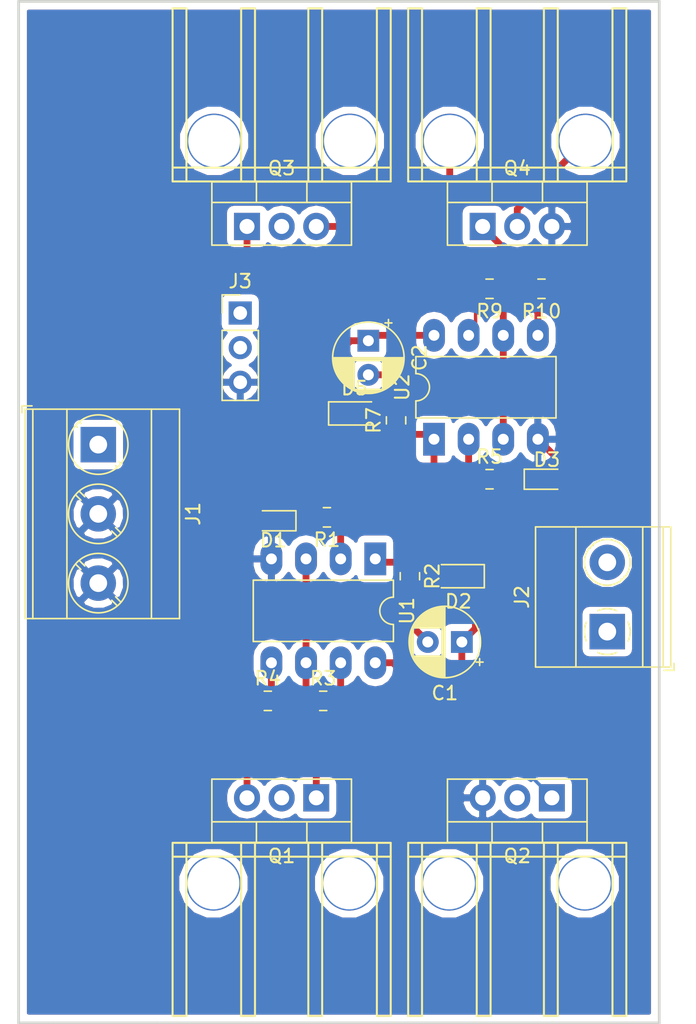
<source format=kicad_pcb>
(kicad_pcb (version 20171130) (host pcbnew "(5.0.2)-1")

  (general
    (thickness 1.6)
    (drawings 7)
    (tracks 97)
    (zones 0)
    (modules 23)
    (nets 17)
  )

  (page A4)
  (layers
    (0 F.Cu signal)
    (31 B.Cu signal)
    (32 B.Adhes user)
    (33 F.Adhes user)
    (34 B.Paste user)
    (35 F.Paste user)
    (36 B.SilkS user)
    (37 F.SilkS user)
    (38 B.Mask user)
    (39 F.Mask user)
    (40 Dwgs.User user)
    (41 Cmts.User user)
    (42 Eco1.User user)
    (43 Eco2.User user)
    (44 Edge.Cuts user)
    (45 Margin user)
    (46 B.CrtYd user)
    (47 F.CrtYd user)
    (48 B.Fab user)
    (49 F.Fab user)
  )

  (setup
    (last_trace_width 0.25)
    (trace_clearance 0.2)
    (zone_clearance 0.508)
    (zone_45_only no)
    (trace_min 0.2)
    (segment_width 0.2)
    (edge_width 0.15)
    (via_size 0.8)
    (via_drill 0.4)
    (via_min_size 0.4)
    (via_min_drill 0.3)
    (uvia_size 0.3)
    (uvia_drill 0.1)
    (uvias_allowed no)
    (uvia_min_size 0.2)
    (uvia_min_drill 0.1)
    (pcb_text_width 0.3)
    (pcb_text_size 1.5 1.5)
    (mod_edge_width 0.15)
    (mod_text_size 0.000001 0.000001)
    (mod_text_width 0.15)
    (pad_size 1.4 1.4)
    (pad_drill 0.6)
    (pad_to_mask_clearance 0)
    (solder_mask_min_width 0.25)
    (aux_axis_origin 0 0)
    (visible_elements FFFFFF7F)
    (pcbplotparams
      (layerselection 0x010fc_ffffffff)
      (usegerberextensions false)
      (usegerberattributes false)
      (usegerberadvancedattributes false)
      (creategerberjobfile false)
      (excludeedgelayer true)
      (linewidth 0.100000)
      (plotframeref false)
      (viasonmask false)
      (mode 1)
      (useauxorigin false)
      (hpglpennumber 1)
      (hpglpenspeed 20)
      (hpglpendiameter 15.000000)
      (psnegative false)
      (psa4output false)
      (plotreference true)
      (plotvalue true)
      (plotinvisibletext false)
      (padsonsilk false)
      (subtractmaskfromsilk false)
      (outputformat 1)
      (mirror false)
      (drillshape 1)
      (scaleselection 1)
      (outputdirectory ""))
  )

  (net 0 "")
  (net 1 VCC)
  (net 2 /Power4)
  (net 3 "Net-(Q3-Pad1)")
  (net 4 "Net-(Q4-Pad1)")
  (net 5 GND)
  (net 6 /Power3)
  (net 7 "Net-(Q1-Pad1)")
  (net 8 "Net-(Q2-Pad1)")
  (net 9 "Net-(R7-Pad2)")
  (net 10 /Signal2)
  (net 11 "Net-(R5-Pad1)")
  (net 12 "Net-(R2-Pad2)")
  (net 13 /Signal)
  (net 14 "Net-(R1-Pad1)")
  (net 15 "Net-(C2-Pad1)")
  (net 16 "Net-(C1-Pad1)")

  (net_class Default "This is the default net class."
    (clearance 0.2)
    (trace_width 0.25)
    (via_dia 0.8)
    (via_drill 0.4)
    (uvia_dia 0.3)
    (uvia_drill 0.1)
    (add_net /Power3)
    (add_net /Power4)
    (add_net /Signal)
    (add_net /Signal2)
    (add_net GND)
    (add_net "Net-(C1-Pad1)")
    (add_net "Net-(C2-Pad1)")
    (add_net "Net-(Q1-Pad1)")
    (add_net "Net-(Q2-Pad1)")
    (add_net "Net-(Q3-Pad1)")
    (add_net "Net-(Q4-Pad1)")
    (add_net "Net-(R1-Pad1)")
    (add_net "Net-(R2-Pad2)")
    (add_net "Net-(R5-Pad1)")
    (add_net "Net-(R7-Pad2)")
    (add_net VCC)
  )

  (module Capacitor_THT:CP_Radial_D5.0mm_P2.50mm (layer F.Cu) (tedit 5AE50EF0) (tstamp 5E33B836)
    (at 70.612 59.69 180)
    (descr "CP, Radial series, Radial, pin pitch=2.50mm, , diameter=5mm, Electrolytic Capacitor")
    (tags "CP Radial series Radial pin pitch 2.50mm  diameter 5mm Electrolytic Capacitor")
    (path /5DCC8365)
    (fp_text reference C1 (at 1.25 -3.75 180) (layer F.SilkS)
      (effects (font (size 1 1) (thickness 0.15)))
    )
    (fp_text value BTSTRP (at 1.25 3.75 180) (layer F.Fab)
      (effects (font (size 1 1) (thickness 0.15)))
    )
    (fp_text user %R (at 1.25 0 180) (layer F.Fab)
      (effects (font (size 1 1) (thickness 0.15)))
    )
    (fp_line (start -1.304775 -1.725) (end -1.304775 -1.225) (layer F.SilkS) (width 0.12))
    (fp_line (start -1.554775 -1.475) (end -1.054775 -1.475) (layer F.SilkS) (width 0.12))
    (fp_line (start 3.851 -0.284) (end 3.851 0.284) (layer F.SilkS) (width 0.12))
    (fp_line (start 3.811 -0.518) (end 3.811 0.518) (layer F.SilkS) (width 0.12))
    (fp_line (start 3.771 -0.677) (end 3.771 0.677) (layer F.SilkS) (width 0.12))
    (fp_line (start 3.731 -0.805) (end 3.731 0.805) (layer F.SilkS) (width 0.12))
    (fp_line (start 3.691 -0.915) (end 3.691 0.915) (layer F.SilkS) (width 0.12))
    (fp_line (start 3.651 -1.011) (end 3.651 1.011) (layer F.SilkS) (width 0.12))
    (fp_line (start 3.611 -1.098) (end 3.611 1.098) (layer F.SilkS) (width 0.12))
    (fp_line (start 3.571 -1.178) (end 3.571 1.178) (layer F.SilkS) (width 0.12))
    (fp_line (start 3.531 1.04) (end 3.531 1.251) (layer F.SilkS) (width 0.12))
    (fp_line (start 3.531 -1.251) (end 3.531 -1.04) (layer F.SilkS) (width 0.12))
    (fp_line (start 3.491 1.04) (end 3.491 1.319) (layer F.SilkS) (width 0.12))
    (fp_line (start 3.491 -1.319) (end 3.491 -1.04) (layer F.SilkS) (width 0.12))
    (fp_line (start 3.451 1.04) (end 3.451 1.383) (layer F.SilkS) (width 0.12))
    (fp_line (start 3.451 -1.383) (end 3.451 -1.04) (layer F.SilkS) (width 0.12))
    (fp_line (start 3.411 1.04) (end 3.411 1.443) (layer F.SilkS) (width 0.12))
    (fp_line (start 3.411 -1.443) (end 3.411 -1.04) (layer F.SilkS) (width 0.12))
    (fp_line (start 3.371 1.04) (end 3.371 1.5) (layer F.SilkS) (width 0.12))
    (fp_line (start 3.371 -1.5) (end 3.371 -1.04) (layer F.SilkS) (width 0.12))
    (fp_line (start 3.331 1.04) (end 3.331 1.554) (layer F.SilkS) (width 0.12))
    (fp_line (start 3.331 -1.554) (end 3.331 -1.04) (layer F.SilkS) (width 0.12))
    (fp_line (start 3.291 1.04) (end 3.291 1.605) (layer F.SilkS) (width 0.12))
    (fp_line (start 3.291 -1.605) (end 3.291 -1.04) (layer F.SilkS) (width 0.12))
    (fp_line (start 3.251 1.04) (end 3.251 1.653) (layer F.SilkS) (width 0.12))
    (fp_line (start 3.251 -1.653) (end 3.251 -1.04) (layer F.SilkS) (width 0.12))
    (fp_line (start 3.211 1.04) (end 3.211 1.699) (layer F.SilkS) (width 0.12))
    (fp_line (start 3.211 -1.699) (end 3.211 -1.04) (layer F.SilkS) (width 0.12))
    (fp_line (start 3.171 1.04) (end 3.171 1.743) (layer F.SilkS) (width 0.12))
    (fp_line (start 3.171 -1.743) (end 3.171 -1.04) (layer F.SilkS) (width 0.12))
    (fp_line (start 3.131 1.04) (end 3.131 1.785) (layer F.SilkS) (width 0.12))
    (fp_line (start 3.131 -1.785) (end 3.131 -1.04) (layer F.SilkS) (width 0.12))
    (fp_line (start 3.091 1.04) (end 3.091 1.826) (layer F.SilkS) (width 0.12))
    (fp_line (start 3.091 -1.826) (end 3.091 -1.04) (layer F.SilkS) (width 0.12))
    (fp_line (start 3.051 1.04) (end 3.051 1.864) (layer F.SilkS) (width 0.12))
    (fp_line (start 3.051 -1.864) (end 3.051 -1.04) (layer F.SilkS) (width 0.12))
    (fp_line (start 3.011 1.04) (end 3.011 1.901) (layer F.SilkS) (width 0.12))
    (fp_line (start 3.011 -1.901) (end 3.011 -1.04) (layer F.SilkS) (width 0.12))
    (fp_line (start 2.971 1.04) (end 2.971 1.937) (layer F.SilkS) (width 0.12))
    (fp_line (start 2.971 -1.937) (end 2.971 -1.04) (layer F.SilkS) (width 0.12))
    (fp_line (start 2.931 1.04) (end 2.931 1.971) (layer F.SilkS) (width 0.12))
    (fp_line (start 2.931 -1.971) (end 2.931 -1.04) (layer F.SilkS) (width 0.12))
    (fp_line (start 2.891 1.04) (end 2.891 2.004) (layer F.SilkS) (width 0.12))
    (fp_line (start 2.891 -2.004) (end 2.891 -1.04) (layer F.SilkS) (width 0.12))
    (fp_line (start 2.851 1.04) (end 2.851 2.035) (layer F.SilkS) (width 0.12))
    (fp_line (start 2.851 -2.035) (end 2.851 -1.04) (layer F.SilkS) (width 0.12))
    (fp_line (start 2.811 1.04) (end 2.811 2.065) (layer F.SilkS) (width 0.12))
    (fp_line (start 2.811 -2.065) (end 2.811 -1.04) (layer F.SilkS) (width 0.12))
    (fp_line (start 2.771 1.04) (end 2.771 2.095) (layer F.SilkS) (width 0.12))
    (fp_line (start 2.771 -2.095) (end 2.771 -1.04) (layer F.SilkS) (width 0.12))
    (fp_line (start 2.731 1.04) (end 2.731 2.122) (layer F.SilkS) (width 0.12))
    (fp_line (start 2.731 -2.122) (end 2.731 -1.04) (layer F.SilkS) (width 0.12))
    (fp_line (start 2.691 1.04) (end 2.691 2.149) (layer F.SilkS) (width 0.12))
    (fp_line (start 2.691 -2.149) (end 2.691 -1.04) (layer F.SilkS) (width 0.12))
    (fp_line (start 2.651 1.04) (end 2.651 2.175) (layer F.SilkS) (width 0.12))
    (fp_line (start 2.651 -2.175) (end 2.651 -1.04) (layer F.SilkS) (width 0.12))
    (fp_line (start 2.611 1.04) (end 2.611 2.2) (layer F.SilkS) (width 0.12))
    (fp_line (start 2.611 -2.2) (end 2.611 -1.04) (layer F.SilkS) (width 0.12))
    (fp_line (start 2.571 1.04) (end 2.571 2.224) (layer F.SilkS) (width 0.12))
    (fp_line (start 2.571 -2.224) (end 2.571 -1.04) (layer F.SilkS) (width 0.12))
    (fp_line (start 2.531 1.04) (end 2.531 2.247) (layer F.SilkS) (width 0.12))
    (fp_line (start 2.531 -2.247) (end 2.531 -1.04) (layer F.SilkS) (width 0.12))
    (fp_line (start 2.491 1.04) (end 2.491 2.268) (layer F.SilkS) (width 0.12))
    (fp_line (start 2.491 -2.268) (end 2.491 -1.04) (layer F.SilkS) (width 0.12))
    (fp_line (start 2.451 1.04) (end 2.451 2.29) (layer F.SilkS) (width 0.12))
    (fp_line (start 2.451 -2.29) (end 2.451 -1.04) (layer F.SilkS) (width 0.12))
    (fp_line (start 2.411 1.04) (end 2.411 2.31) (layer F.SilkS) (width 0.12))
    (fp_line (start 2.411 -2.31) (end 2.411 -1.04) (layer F.SilkS) (width 0.12))
    (fp_line (start 2.371 1.04) (end 2.371 2.329) (layer F.SilkS) (width 0.12))
    (fp_line (start 2.371 -2.329) (end 2.371 -1.04) (layer F.SilkS) (width 0.12))
    (fp_line (start 2.331 1.04) (end 2.331 2.348) (layer F.SilkS) (width 0.12))
    (fp_line (start 2.331 -2.348) (end 2.331 -1.04) (layer F.SilkS) (width 0.12))
    (fp_line (start 2.291 1.04) (end 2.291 2.365) (layer F.SilkS) (width 0.12))
    (fp_line (start 2.291 -2.365) (end 2.291 -1.04) (layer F.SilkS) (width 0.12))
    (fp_line (start 2.251 1.04) (end 2.251 2.382) (layer F.SilkS) (width 0.12))
    (fp_line (start 2.251 -2.382) (end 2.251 -1.04) (layer F.SilkS) (width 0.12))
    (fp_line (start 2.211 1.04) (end 2.211 2.398) (layer F.SilkS) (width 0.12))
    (fp_line (start 2.211 -2.398) (end 2.211 -1.04) (layer F.SilkS) (width 0.12))
    (fp_line (start 2.171 1.04) (end 2.171 2.414) (layer F.SilkS) (width 0.12))
    (fp_line (start 2.171 -2.414) (end 2.171 -1.04) (layer F.SilkS) (width 0.12))
    (fp_line (start 2.131 1.04) (end 2.131 2.428) (layer F.SilkS) (width 0.12))
    (fp_line (start 2.131 -2.428) (end 2.131 -1.04) (layer F.SilkS) (width 0.12))
    (fp_line (start 2.091 1.04) (end 2.091 2.442) (layer F.SilkS) (width 0.12))
    (fp_line (start 2.091 -2.442) (end 2.091 -1.04) (layer F.SilkS) (width 0.12))
    (fp_line (start 2.051 1.04) (end 2.051 2.455) (layer F.SilkS) (width 0.12))
    (fp_line (start 2.051 -2.455) (end 2.051 -1.04) (layer F.SilkS) (width 0.12))
    (fp_line (start 2.011 1.04) (end 2.011 2.468) (layer F.SilkS) (width 0.12))
    (fp_line (start 2.011 -2.468) (end 2.011 -1.04) (layer F.SilkS) (width 0.12))
    (fp_line (start 1.971 1.04) (end 1.971 2.48) (layer F.SilkS) (width 0.12))
    (fp_line (start 1.971 -2.48) (end 1.971 -1.04) (layer F.SilkS) (width 0.12))
    (fp_line (start 1.93 1.04) (end 1.93 2.491) (layer F.SilkS) (width 0.12))
    (fp_line (start 1.93 -2.491) (end 1.93 -1.04) (layer F.SilkS) (width 0.12))
    (fp_line (start 1.89 1.04) (end 1.89 2.501) (layer F.SilkS) (width 0.12))
    (fp_line (start 1.89 -2.501) (end 1.89 -1.04) (layer F.SilkS) (width 0.12))
    (fp_line (start 1.85 1.04) (end 1.85 2.511) (layer F.SilkS) (width 0.12))
    (fp_line (start 1.85 -2.511) (end 1.85 -1.04) (layer F.SilkS) (width 0.12))
    (fp_line (start 1.81 1.04) (end 1.81 2.52) (layer F.SilkS) (width 0.12))
    (fp_line (start 1.81 -2.52) (end 1.81 -1.04) (layer F.SilkS) (width 0.12))
    (fp_line (start 1.77 1.04) (end 1.77 2.528) (layer F.SilkS) (width 0.12))
    (fp_line (start 1.77 -2.528) (end 1.77 -1.04) (layer F.SilkS) (width 0.12))
    (fp_line (start 1.73 1.04) (end 1.73 2.536) (layer F.SilkS) (width 0.12))
    (fp_line (start 1.73 -2.536) (end 1.73 -1.04) (layer F.SilkS) (width 0.12))
    (fp_line (start 1.69 1.04) (end 1.69 2.543) (layer F.SilkS) (width 0.12))
    (fp_line (start 1.69 -2.543) (end 1.69 -1.04) (layer F.SilkS) (width 0.12))
    (fp_line (start 1.65 1.04) (end 1.65 2.55) (layer F.SilkS) (width 0.12))
    (fp_line (start 1.65 -2.55) (end 1.65 -1.04) (layer F.SilkS) (width 0.12))
    (fp_line (start 1.61 1.04) (end 1.61 2.556) (layer F.SilkS) (width 0.12))
    (fp_line (start 1.61 -2.556) (end 1.61 -1.04) (layer F.SilkS) (width 0.12))
    (fp_line (start 1.57 1.04) (end 1.57 2.561) (layer F.SilkS) (width 0.12))
    (fp_line (start 1.57 -2.561) (end 1.57 -1.04) (layer F.SilkS) (width 0.12))
    (fp_line (start 1.53 1.04) (end 1.53 2.565) (layer F.SilkS) (width 0.12))
    (fp_line (start 1.53 -2.565) (end 1.53 -1.04) (layer F.SilkS) (width 0.12))
    (fp_line (start 1.49 1.04) (end 1.49 2.569) (layer F.SilkS) (width 0.12))
    (fp_line (start 1.49 -2.569) (end 1.49 -1.04) (layer F.SilkS) (width 0.12))
    (fp_line (start 1.45 -2.573) (end 1.45 2.573) (layer F.SilkS) (width 0.12))
    (fp_line (start 1.41 -2.576) (end 1.41 2.576) (layer F.SilkS) (width 0.12))
    (fp_line (start 1.37 -2.578) (end 1.37 2.578) (layer F.SilkS) (width 0.12))
    (fp_line (start 1.33 -2.579) (end 1.33 2.579) (layer F.SilkS) (width 0.12))
    (fp_line (start 1.29 -2.58) (end 1.29 2.58) (layer F.SilkS) (width 0.12))
    (fp_line (start 1.25 -2.58) (end 1.25 2.58) (layer F.SilkS) (width 0.12))
    (fp_line (start -0.633605 -1.3375) (end -0.633605 -0.8375) (layer F.Fab) (width 0.1))
    (fp_line (start -0.883605 -1.0875) (end -0.383605 -1.0875) (layer F.Fab) (width 0.1))
    (fp_circle (center 1.25 0) (end 4 0) (layer F.CrtYd) (width 0.05))
    (fp_circle (center 1.25 0) (end 3.87 0) (layer F.SilkS) (width 0.12))
    (fp_circle (center 1.25 0) (end 3.75 0) (layer F.Fab) (width 0.1))
    (pad 2 thru_hole circle (at 2.5 0 180) (size 1.6 1.6) (drill 0.8) (layers *.Cu *.Mask)
      (net 6 /Power3))
    (pad 1 thru_hole rect (at 0 0 180) (size 1.6 1.6) (drill 0.8) (layers *.Cu *.Mask)
      (net 16 "Net-(C1-Pad1)"))
    (model ${KISYS3DMOD}/Capacitor_THT.3dshapes/CP_Radial_D5.0mm_P2.50mm.wrl
      (at (xyz 0 0 0))
      (scale (xyz 1 1 1))
      (rotate (xyz 0 0 0))
    )
  )

  (module Capacitor_THT:CP_Radial_D5.0mm_P2.50mm (layer F.Cu) (tedit 5AE50EF0) (tstamp 5E33B7B2)
    (at 63.754 37.592 270)
    (descr "CP, Radial series, Radial, pin pitch=2.50mm, , diameter=5mm, Electrolytic Capacitor")
    (tags "CP Radial series Radial pin pitch 2.50mm  diameter 5mm Electrolytic Capacitor")
    (path /5DD2A0AD)
    (fp_text reference C2 (at 1.25 -3.75 270) (layer F.SilkS)
      (effects (font (size 1 1) (thickness 0.15)))
    )
    (fp_text value BTSTRP (at 1.25 3.75 270) (layer F.Fab)
      (effects (font (size 1 1) (thickness 0.15)))
    )
    (fp_circle (center 1.25 0) (end 3.75 0) (layer F.Fab) (width 0.1))
    (fp_circle (center 1.25 0) (end 3.87 0) (layer F.SilkS) (width 0.12))
    (fp_circle (center 1.25 0) (end 4 0) (layer F.CrtYd) (width 0.05))
    (fp_line (start -0.883605 -1.0875) (end -0.383605 -1.0875) (layer F.Fab) (width 0.1))
    (fp_line (start -0.633605 -1.3375) (end -0.633605 -0.8375) (layer F.Fab) (width 0.1))
    (fp_line (start 1.25 -2.58) (end 1.25 2.58) (layer F.SilkS) (width 0.12))
    (fp_line (start 1.29 -2.58) (end 1.29 2.58) (layer F.SilkS) (width 0.12))
    (fp_line (start 1.33 -2.579) (end 1.33 2.579) (layer F.SilkS) (width 0.12))
    (fp_line (start 1.37 -2.578) (end 1.37 2.578) (layer F.SilkS) (width 0.12))
    (fp_line (start 1.41 -2.576) (end 1.41 2.576) (layer F.SilkS) (width 0.12))
    (fp_line (start 1.45 -2.573) (end 1.45 2.573) (layer F.SilkS) (width 0.12))
    (fp_line (start 1.49 -2.569) (end 1.49 -1.04) (layer F.SilkS) (width 0.12))
    (fp_line (start 1.49 1.04) (end 1.49 2.569) (layer F.SilkS) (width 0.12))
    (fp_line (start 1.53 -2.565) (end 1.53 -1.04) (layer F.SilkS) (width 0.12))
    (fp_line (start 1.53 1.04) (end 1.53 2.565) (layer F.SilkS) (width 0.12))
    (fp_line (start 1.57 -2.561) (end 1.57 -1.04) (layer F.SilkS) (width 0.12))
    (fp_line (start 1.57 1.04) (end 1.57 2.561) (layer F.SilkS) (width 0.12))
    (fp_line (start 1.61 -2.556) (end 1.61 -1.04) (layer F.SilkS) (width 0.12))
    (fp_line (start 1.61 1.04) (end 1.61 2.556) (layer F.SilkS) (width 0.12))
    (fp_line (start 1.65 -2.55) (end 1.65 -1.04) (layer F.SilkS) (width 0.12))
    (fp_line (start 1.65 1.04) (end 1.65 2.55) (layer F.SilkS) (width 0.12))
    (fp_line (start 1.69 -2.543) (end 1.69 -1.04) (layer F.SilkS) (width 0.12))
    (fp_line (start 1.69 1.04) (end 1.69 2.543) (layer F.SilkS) (width 0.12))
    (fp_line (start 1.73 -2.536) (end 1.73 -1.04) (layer F.SilkS) (width 0.12))
    (fp_line (start 1.73 1.04) (end 1.73 2.536) (layer F.SilkS) (width 0.12))
    (fp_line (start 1.77 -2.528) (end 1.77 -1.04) (layer F.SilkS) (width 0.12))
    (fp_line (start 1.77 1.04) (end 1.77 2.528) (layer F.SilkS) (width 0.12))
    (fp_line (start 1.81 -2.52) (end 1.81 -1.04) (layer F.SilkS) (width 0.12))
    (fp_line (start 1.81 1.04) (end 1.81 2.52) (layer F.SilkS) (width 0.12))
    (fp_line (start 1.85 -2.511) (end 1.85 -1.04) (layer F.SilkS) (width 0.12))
    (fp_line (start 1.85 1.04) (end 1.85 2.511) (layer F.SilkS) (width 0.12))
    (fp_line (start 1.89 -2.501) (end 1.89 -1.04) (layer F.SilkS) (width 0.12))
    (fp_line (start 1.89 1.04) (end 1.89 2.501) (layer F.SilkS) (width 0.12))
    (fp_line (start 1.93 -2.491) (end 1.93 -1.04) (layer F.SilkS) (width 0.12))
    (fp_line (start 1.93 1.04) (end 1.93 2.491) (layer F.SilkS) (width 0.12))
    (fp_line (start 1.971 -2.48) (end 1.971 -1.04) (layer F.SilkS) (width 0.12))
    (fp_line (start 1.971 1.04) (end 1.971 2.48) (layer F.SilkS) (width 0.12))
    (fp_line (start 2.011 -2.468) (end 2.011 -1.04) (layer F.SilkS) (width 0.12))
    (fp_line (start 2.011 1.04) (end 2.011 2.468) (layer F.SilkS) (width 0.12))
    (fp_line (start 2.051 -2.455) (end 2.051 -1.04) (layer F.SilkS) (width 0.12))
    (fp_line (start 2.051 1.04) (end 2.051 2.455) (layer F.SilkS) (width 0.12))
    (fp_line (start 2.091 -2.442) (end 2.091 -1.04) (layer F.SilkS) (width 0.12))
    (fp_line (start 2.091 1.04) (end 2.091 2.442) (layer F.SilkS) (width 0.12))
    (fp_line (start 2.131 -2.428) (end 2.131 -1.04) (layer F.SilkS) (width 0.12))
    (fp_line (start 2.131 1.04) (end 2.131 2.428) (layer F.SilkS) (width 0.12))
    (fp_line (start 2.171 -2.414) (end 2.171 -1.04) (layer F.SilkS) (width 0.12))
    (fp_line (start 2.171 1.04) (end 2.171 2.414) (layer F.SilkS) (width 0.12))
    (fp_line (start 2.211 -2.398) (end 2.211 -1.04) (layer F.SilkS) (width 0.12))
    (fp_line (start 2.211 1.04) (end 2.211 2.398) (layer F.SilkS) (width 0.12))
    (fp_line (start 2.251 -2.382) (end 2.251 -1.04) (layer F.SilkS) (width 0.12))
    (fp_line (start 2.251 1.04) (end 2.251 2.382) (layer F.SilkS) (width 0.12))
    (fp_line (start 2.291 -2.365) (end 2.291 -1.04) (layer F.SilkS) (width 0.12))
    (fp_line (start 2.291 1.04) (end 2.291 2.365) (layer F.SilkS) (width 0.12))
    (fp_line (start 2.331 -2.348) (end 2.331 -1.04) (layer F.SilkS) (width 0.12))
    (fp_line (start 2.331 1.04) (end 2.331 2.348) (layer F.SilkS) (width 0.12))
    (fp_line (start 2.371 -2.329) (end 2.371 -1.04) (layer F.SilkS) (width 0.12))
    (fp_line (start 2.371 1.04) (end 2.371 2.329) (layer F.SilkS) (width 0.12))
    (fp_line (start 2.411 -2.31) (end 2.411 -1.04) (layer F.SilkS) (width 0.12))
    (fp_line (start 2.411 1.04) (end 2.411 2.31) (layer F.SilkS) (width 0.12))
    (fp_line (start 2.451 -2.29) (end 2.451 -1.04) (layer F.SilkS) (width 0.12))
    (fp_line (start 2.451 1.04) (end 2.451 2.29) (layer F.SilkS) (width 0.12))
    (fp_line (start 2.491 -2.268) (end 2.491 -1.04) (layer F.SilkS) (width 0.12))
    (fp_line (start 2.491 1.04) (end 2.491 2.268) (layer F.SilkS) (width 0.12))
    (fp_line (start 2.531 -2.247) (end 2.531 -1.04) (layer F.SilkS) (width 0.12))
    (fp_line (start 2.531 1.04) (end 2.531 2.247) (layer F.SilkS) (width 0.12))
    (fp_line (start 2.571 -2.224) (end 2.571 -1.04) (layer F.SilkS) (width 0.12))
    (fp_line (start 2.571 1.04) (end 2.571 2.224) (layer F.SilkS) (width 0.12))
    (fp_line (start 2.611 -2.2) (end 2.611 -1.04) (layer F.SilkS) (width 0.12))
    (fp_line (start 2.611 1.04) (end 2.611 2.2) (layer F.SilkS) (width 0.12))
    (fp_line (start 2.651 -2.175) (end 2.651 -1.04) (layer F.SilkS) (width 0.12))
    (fp_line (start 2.651 1.04) (end 2.651 2.175) (layer F.SilkS) (width 0.12))
    (fp_line (start 2.691 -2.149) (end 2.691 -1.04) (layer F.SilkS) (width 0.12))
    (fp_line (start 2.691 1.04) (end 2.691 2.149) (layer F.SilkS) (width 0.12))
    (fp_line (start 2.731 -2.122) (end 2.731 -1.04) (layer F.SilkS) (width 0.12))
    (fp_line (start 2.731 1.04) (end 2.731 2.122) (layer F.SilkS) (width 0.12))
    (fp_line (start 2.771 -2.095) (end 2.771 -1.04) (layer F.SilkS) (width 0.12))
    (fp_line (start 2.771 1.04) (end 2.771 2.095) (layer F.SilkS) (width 0.12))
    (fp_line (start 2.811 -2.065) (end 2.811 -1.04) (layer F.SilkS) (width 0.12))
    (fp_line (start 2.811 1.04) (end 2.811 2.065) (layer F.SilkS) (width 0.12))
    (fp_line (start 2.851 -2.035) (end 2.851 -1.04) (layer F.SilkS) (width 0.12))
    (fp_line (start 2.851 1.04) (end 2.851 2.035) (layer F.SilkS) (width 0.12))
    (fp_line (start 2.891 -2.004) (end 2.891 -1.04) (layer F.SilkS) (width 0.12))
    (fp_line (start 2.891 1.04) (end 2.891 2.004) (layer F.SilkS) (width 0.12))
    (fp_line (start 2.931 -1.971) (end 2.931 -1.04) (layer F.SilkS) (width 0.12))
    (fp_line (start 2.931 1.04) (end 2.931 1.971) (layer F.SilkS) (width 0.12))
    (fp_line (start 2.971 -1.937) (end 2.971 -1.04) (layer F.SilkS) (width 0.12))
    (fp_line (start 2.971 1.04) (end 2.971 1.937) (layer F.SilkS) (width 0.12))
    (fp_line (start 3.011 -1.901) (end 3.011 -1.04) (layer F.SilkS) (width 0.12))
    (fp_line (start 3.011 1.04) (end 3.011 1.901) (layer F.SilkS) (width 0.12))
    (fp_line (start 3.051 -1.864) (end 3.051 -1.04) (layer F.SilkS) (width 0.12))
    (fp_line (start 3.051 1.04) (end 3.051 1.864) (layer F.SilkS) (width 0.12))
    (fp_line (start 3.091 -1.826) (end 3.091 -1.04) (layer F.SilkS) (width 0.12))
    (fp_line (start 3.091 1.04) (end 3.091 1.826) (layer F.SilkS) (width 0.12))
    (fp_line (start 3.131 -1.785) (end 3.131 -1.04) (layer F.SilkS) (width 0.12))
    (fp_line (start 3.131 1.04) (end 3.131 1.785) (layer F.SilkS) (width 0.12))
    (fp_line (start 3.171 -1.743) (end 3.171 -1.04) (layer F.SilkS) (width 0.12))
    (fp_line (start 3.171 1.04) (end 3.171 1.743) (layer F.SilkS) (width 0.12))
    (fp_line (start 3.211 -1.699) (end 3.211 -1.04) (layer F.SilkS) (width 0.12))
    (fp_line (start 3.211 1.04) (end 3.211 1.699) (layer F.SilkS) (width 0.12))
    (fp_line (start 3.251 -1.653) (end 3.251 -1.04) (layer F.SilkS) (width 0.12))
    (fp_line (start 3.251 1.04) (end 3.251 1.653) (layer F.SilkS) (width 0.12))
    (fp_line (start 3.291 -1.605) (end 3.291 -1.04) (layer F.SilkS) (width 0.12))
    (fp_line (start 3.291 1.04) (end 3.291 1.605) (layer F.SilkS) (width 0.12))
    (fp_line (start 3.331 -1.554) (end 3.331 -1.04) (layer F.SilkS) (width 0.12))
    (fp_line (start 3.331 1.04) (end 3.331 1.554) (layer F.SilkS) (width 0.12))
    (fp_line (start 3.371 -1.5) (end 3.371 -1.04) (layer F.SilkS) (width 0.12))
    (fp_line (start 3.371 1.04) (end 3.371 1.5) (layer F.SilkS) (width 0.12))
    (fp_line (start 3.411 -1.443) (end 3.411 -1.04) (layer F.SilkS) (width 0.12))
    (fp_line (start 3.411 1.04) (end 3.411 1.443) (layer F.SilkS) (width 0.12))
    (fp_line (start 3.451 -1.383) (end 3.451 -1.04) (layer F.SilkS) (width 0.12))
    (fp_line (start 3.451 1.04) (end 3.451 1.383) (layer F.SilkS) (width 0.12))
    (fp_line (start 3.491 -1.319) (end 3.491 -1.04) (layer F.SilkS) (width 0.12))
    (fp_line (start 3.491 1.04) (end 3.491 1.319) (layer F.SilkS) (width 0.12))
    (fp_line (start 3.531 -1.251) (end 3.531 -1.04) (layer F.SilkS) (width 0.12))
    (fp_line (start 3.531 1.04) (end 3.531 1.251) (layer F.SilkS) (width 0.12))
    (fp_line (start 3.571 -1.178) (end 3.571 1.178) (layer F.SilkS) (width 0.12))
    (fp_line (start 3.611 -1.098) (end 3.611 1.098) (layer F.SilkS) (width 0.12))
    (fp_line (start 3.651 -1.011) (end 3.651 1.011) (layer F.SilkS) (width 0.12))
    (fp_line (start 3.691 -0.915) (end 3.691 0.915) (layer F.SilkS) (width 0.12))
    (fp_line (start 3.731 -0.805) (end 3.731 0.805) (layer F.SilkS) (width 0.12))
    (fp_line (start 3.771 -0.677) (end 3.771 0.677) (layer F.SilkS) (width 0.12))
    (fp_line (start 3.811 -0.518) (end 3.811 0.518) (layer F.SilkS) (width 0.12))
    (fp_line (start 3.851 -0.284) (end 3.851 0.284) (layer F.SilkS) (width 0.12))
    (fp_line (start -1.554775 -1.475) (end -1.054775 -1.475) (layer F.SilkS) (width 0.12))
    (fp_line (start -1.304775 -1.725) (end -1.304775 -1.225) (layer F.SilkS) (width 0.12))
    (fp_text user %R (at 1.25 0 270) (layer F.Fab)
      (effects (font (size 1 1) (thickness 0.15)))
    )
    (pad 1 thru_hole rect (at 0 0 270) (size 1.6 1.6) (drill 0.8) (layers *.Cu *.Mask)
      (net 15 "Net-(C2-Pad1)"))
    (pad 2 thru_hole circle (at 2.5 0 270) (size 1.6 1.6) (drill 0.8) (layers *.Cu *.Mask)
      (net 2 /Power4))
    (model ${KISYS3DMOD}/Capacitor_THT.3dshapes/CP_Radial_D5.0mm_P2.50mm.wrl
      (at (xyz 0 0 0))
      (scale (xyz 1 1 1))
      (rotate (xyz 0 0 0))
    )
  )

  (module Connector_PinHeader_2.54mm:PinHeader_1x03_P2.54mm_Vertical (layer F.Cu) (tedit 59FED5CC) (tstamp 5E33B72E)
    (at 54.356 35.56)
    (descr "Through hole straight pin header, 1x03, 2.54mm pitch, single row")
    (tags "Through hole pin header THT 1x03 2.54mm single row")
    (path /5DD4F951)
    (fp_text reference J3 (at 0 -2.33) (layer F.SilkS)
      (effects (font (size 1 1) (thickness 0.15)))
    )
    (fp_text value Conn_01x03_Male (at 0 7.41) (layer F.Fab)
      (effects (font (size 1 1) (thickness 0.15)))
    )
    (fp_line (start -0.635 -1.27) (end 1.27 -1.27) (layer F.Fab) (width 0.1))
    (fp_line (start 1.27 -1.27) (end 1.27 6.35) (layer F.Fab) (width 0.1))
    (fp_line (start 1.27 6.35) (end -1.27 6.35) (layer F.Fab) (width 0.1))
    (fp_line (start -1.27 6.35) (end -1.27 -0.635) (layer F.Fab) (width 0.1))
    (fp_line (start -1.27 -0.635) (end -0.635 -1.27) (layer F.Fab) (width 0.1))
    (fp_line (start -1.33 6.41) (end 1.33 6.41) (layer F.SilkS) (width 0.12))
    (fp_line (start -1.33 1.27) (end -1.33 6.41) (layer F.SilkS) (width 0.12))
    (fp_line (start 1.33 1.27) (end 1.33 6.41) (layer F.SilkS) (width 0.12))
    (fp_line (start -1.33 1.27) (end 1.33 1.27) (layer F.SilkS) (width 0.12))
    (fp_line (start -1.33 0) (end -1.33 -1.33) (layer F.SilkS) (width 0.12))
    (fp_line (start -1.33 -1.33) (end 0 -1.33) (layer F.SilkS) (width 0.12))
    (fp_line (start -1.8 -1.8) (end -1.8 6.85) (layer F.CrtYd) (width 0.05))
    (fp_line (start -1.8 6.85) (end 1.8 6.85) (layer F.CrtYd) (width 0.05))
    (fp_line (start 1.8 6.85) (end 1.8 -1.8) (layer F.CrtYd) (width 0.05))
    (fp_line (start 1.8 -1.8) (end -1.8 -1.8) (layer F.CrtYd) (width 0.05))
    (fp_text user %R (at 0 2.54 90) (layer F.Fab)
      (effects (font (size 1 1) (thickness 0.15)))
    )
    (pad 1 thru_hole rect (at 0 0) (size 1.7 1.7) (drill 1) (layers *.Cu *.Mask)
      (net 13 /Signal))
    (pad 2 thru_hole oval (at 0 2.54) (size 1.7 1.7) (drill 1) (layers *.Cu *.Mask)
      (net 10 /Signal2))
    (pad 3 thru_hole oval (at 0 5.08) (size 1.7 1.7) (drill 1) (layers *.Cu *.Mask)
      (net 5 GND))
    (model ${KISYS3DMOD}/Connector_PinHeader_2.54mm.3dshapes/PinHeader_1x03_P2.54mm_Vertical.wrl
      (at (xyz 0 0 0))
      (scale (xyz 1 1 1))
      (rotate (xyz 0 0 0))
    )
  )

  (module Diode_SMD:D_0603_1608Metric_Pad1.05x0.95mm_HandSolder (layer F.Cu) (tedit 5B4B45C8) (tstamp 5E33B717)
    (at 56.783 50.8 180)
    (descr "Diode SMD 0603 (1608 Metric), square (rectangular) end terminal, IPC_7351 nominal, (Body size source: http://www.tortai-tech.com/upload/download/2011102023233369053.pdf), generated with kicad-footprint-generator")
    (tags "diode handsolder")
    (path /5DCC7C9A)
    (attr smd)
    (fp_text reference D1 (at 0 -1.43 180) (layer F.SilkS)
      (effects (font (size 1 1) (thickness 0.15)))
    )
    (fp_text value "5.1 Zener" (at 0 1.43 180) (layer F.Fab)
      (effects (font (size 1 1) (thickness 0.15)))
    )
    (fp_text user %R (at 0 0 180) (layer F.Fab)
      (effects (font (size 0.4 0.4) (thickness 0.06)))
    )
    (fp_line (start 1.65 0.73) (end -1.65 0.73) (layer F.CrtYd) (width 0.05))
    (fp_line (start 1.65 -0.73) (end 1.65 0.73) (layer F.CrtYd) (width 0.05))
    (fp_line (start -1.65 -0.73) (end 1.65 -0.73) (layer F.CrtYd) (width 0.05))
    (fp_line (start -1.65 0.73) (end -1.65 -0.73) (layer F.CrtYd) (width 0.05))
    (fp_line (start -1.66 0.735) (end 0.8 0.735) (layer F.SilkS) (width 0.12))
    (fp_line (start -1.66 -0.735) (end -1.66 0.735) (layer F.SilkS) (width 0.12))
    (fp_line (start 0.8 -0.735) (end -1.66 -0.735) (layer F.SilkS) (width 0.12))
    (fp_line (start 0.8 0.4) (end 0.8 -0.4) (layer F.Fab) (width 0.1))
    (fp_line (start -0.8 0.4) (end 0.8 0.4) (layer F.Fab) (width 0.1))
    (fp_line (start -0.8 -0.1) (end -0.8 0.4) (layer F.Fab) (width 0.1))
    (fp_line (start -0.5 -0.4) (end -0.8 -0.1) (layer F.Fab) (width 0.1))
    (fp_line (start 0.8 -0.4) (end -0.5 -0.4) (layer F.Fab) (width 0.1))
    (pad 2 smd roundrect (at 0.875 0 180) (size 1.05 0.95) (layers F.Cu F.Paste F.Mask) (roundrect_rratio 0.25)
      (net 5 GND))
    (pad 1 smd roundrect (at -0.875 0 180) (size 1.05 0.95) (layers F.Cu F.Paste F.Mask) (roundrect_rratio 0.25)
      (net 13 /Signal))
    (model ${KISYS3DMOD}/Diode_SMD.3dshapes/D_0603_1608Metric.wrl
      (at (xyz 0 0 0))
      (scale (xyz 1 1 1))
      (rotate (xyz 0 0 0))
    )
  )

  (module Diode_SMD:D_0603_1608Metric_Pad1.05x0.95mm_HandSolder (layer F.Cu) (tedit 5B4B45C8) (tstamp 5E33B704)
    (at 76.849 47.752)
    (descr "Diode SMD 0603 (1608 Metric), square (rectangular) end terminal, IPC_7351 nominal, (Body size source: http://www.tortai-tech.com/upload/download/2011102023233369053.pdf), generated with kicad-footprint-generator")
    (tags "diode handsolder")
    (path /5DD2A0A7)
    (attr smd)
    (fp_text reference D3 (at 0 -1.43) (layer F.SilkS)
      (effects (font (size 1 1) (thickness 0.15)))
    )
    (fp_text value "5.1 Zener" (at 0 1.43) (layer F.Fab)
      (effects (font (size 1 1) (thickness 0.15)))
    )
    (fp_line (start 0.8 -0.4) (end -0.5 -0.4) (layer F.Fab) (width 0.1))
    (fp_line (start -0.5 -0.4) (end -0.8 -0.1) (layer F.Fab) (width 0.1))
    (fp_line (start -0.8 -0.1) (end -0.8 0.4) (layer F.Fab) (width 0.1))
    (fp_line (start -0.8 0.4) (end 0.8 0.4) (layer F.Fab) (width 0.1))
    (fp_line (start 0.8 0.4) (end 0.8 -0.4) (layer F.Fab) (width 0.1))
    (fp_line (start 0.8 -0.735) (end -1.66 -0.735) (layer F.SilkS) (width 0.12))
    (fp_line (start -1.66 -0.735) (end -1.66 0.735) (layer F.SilkS) (width 0.12))
    (fp_line (start -1.66 0.735) (end 0.8 0.735) (layer F.SilkS) (width 0.12))
    (fp_line (start -1.65 0.73) (end -1.65 -0.73) (layer F.CrtYd) (width 0.05))
    (fp_line (start -1.65 -0.73) (end 1.65 -0.73) (layer F.CrtYd) (width 0.05))
    (fp_line (start 1.65 -0.73) (end 1.65 0.73) (layer F.CrtYd) (width 0.05))
    (fp_line (start 1.65 0.73) (end -1.65 0.73) (layer F.CrtYd) (width 0.05))
    (fp_text user %R (at 0 0) (layer F.Fab)
      (effects (font (size 0.4 0.4) (thickness 0.06)))
    )
    (pad 1 smd roundrect (at -0.875 0) (size 1.05 0.95) (layers F.Cu F.Paste F.Mask) (roundrect_rratio 0.25)
      (net 10 /Signal2))
    (pad 2 smd roundrect (at 0.875 0) (size 1.05 0.95) (layers F.Cu F.Paste F.Mask) (roundrect_rratio 0.25)
      (net 5 GND))
    (model ${KISYS3DMOD}/Diode_SMD.3dshapes/D_0603_1608Metric.wrl
      (at (xyz 0 0 0))
      (scale (xyz 1 1 1))
      (rotate (xyz 0 0 0))
    )
  )

  (module Diode_SMD:D_SOD-323_HandSoldering (layer F.Cu) (tedit 58641869) (tstamp 5E33B6F1)
    (at 70.358 54.864 180)
    (descr SOD-323)
    (tags SOD-323)
    (path /5DCDB718)
    (attr smd)
    (fp_text reference D2 (at 0 -1.85 180) (layer F.SilkS)
      (effects (font (size 1 1) (thickness 0.15)))
    )
    (fp_text value 1N4148 (at 0.1 1.9 180) (layer F.Fab)
      (effects (font (size 1 1) (thickness 0.15)))
    )
    (fp_line (start -1.9 -0.85) (end 1.25 -0.85) (layer F.SilkS) (width 0.12))
    (fp_line (start -1.9 0.85) (end 1.25 0.85) (layer F.SilkS) (width 0.12))
    (fp_line (start -2 -0.95) (end -2 0.95) (layer F.CrtYd) (width 0.05))
    (fp_line (start -2 0.95) (end 2 0.95) (layer F.CrtYd) (width 0.05))
    (fp_line (start 2 -0.95) (end 2 0.95) (layer F.CrtYd) (width 0.05))
    (fp_line (start -2 -0.95) (end 2 -0.95) (layer F.CrtYd) (width 0.05))
    (fp_line (start -0.9 -0.7) (end 0.9 -0.7) (layer F.Fab) (width 0.1))
    (fp_line (start 0.9 -0.7) (end 0.9 0.7) (layer F.Fab) (width 0.1))
    (fp_line (start 0.9 0.7) (end -0.9 0.7) (layer F.Fab) (width 0.1))
    (fp_line (start -0.9 0.7) (end -0.9 -0.7) (layer F.Fab) (width 0.1))
    (fp_line (start -0.3 -0.35) (end -0.3 0.35) (layer F.Fab) (width 0.1))
    (fp_line (start -0.3 0) (end -0.5 0) (layer F.Fab) (width 0.1))
    (fp_line (start -0.3 0) (end 0.2 -0.35) (layer F.Fab) (width 0.1))
    (fp_line (start 0.2 -0.35) (end 0.2 0.35) (layer F.Fab) (width 0.1))
    (fp_line (start 0.2 0.35) (end -0.3 0) (layer F.Fab) (width 0.1))
    (fp_line (start 0.2 0) (end 0.45 0) (layer F.Fab) (width 0.1))
    (fp_line (start -1.9 -0.85) (end -1.9 0.85) (layer F.SilkS) (width 0.12))
    (fp_text user %R (at 0 -1.85 180) (layer F.Fab)
      (effects (font (size 1 1) (thickness 0.15)))
    )
    (pad 2 smd rect (at 1.25 0 180) (size 1 1) (layers F.Cu F.Paste F.Mask)
      (net 1 VCC))
    (pad 1 smd rect (at -1.25 0 180) (size 1 1) (layers F.Cu F.Paste F.Mask)
      (net 16 "Net-(C1-Pad1)"))
    (model ${KISYS3DMOD}/Diode_SMD.3dshapes/D_SOD-323.wrl
      (at (xyz 0 0 0))
      (scale (xyz 1 1 1))
      (rotate (xyz 0 0 0))
    )
  )

  (module Diode_SMD:D_SOD-323_HandSoldering (layer F.Cu) (tedit 58641869) (tstamp 5E33B6D9)
    (at 62.738 42.926)
    (descr SOD-323)
    (tags SOD-323)
    (path /5DD2A0C5)
    (attr smd)
    (fp_text reference D5 (at 0 -1.85) (layer F.SilkS)
      (effects (font (size 1 1) (thickness 0.15)))
    )
    (fp_text value 1N4148 (at 0.1 1.9) (layer F.Fab)
      (effects (font (size 1 1) (thickness 0.15)))
    )
    (fp_text user %R (at 0 -1.85) (layer F.Fab)
      (effects (font (size 1 1) (thickness 0.15)))
    )
    (fp_line (start -1.9 -0.85) (end -1.9 0.85) (layer F.SilkS) (width 0.12))
    (fp_line (start 0.2 0) (end 0.45 0) (layer F.Fab) (width 0.1))
    (fp_line (start 0.2 0.35) (end -0.3 0) (layer F.Fab) (width 0.1))
    (fp_line (start 0.2 -0.35) (end 0.2 0.35) (layer F.Fab) (width 0.1))
    (fp_line (start -0.3 0) (end 0.2 -0.35) (layer F.Fab) (width 0.1))
    (fp_line (start -0.3 0) (end -0.5 0) (layer F.Fab) (width 0.1))
    (fp_line (start -0.3 -0.35) (end -0.3 0.35) (layer F.Fab) (width 0.1))
    (fp_line (start -0.9 0.7) (end -0.9 -0.7) (layer F.Fab) (width 0.1))
    (fp_line (start 0.9 0.7) (end -0.9 0.7) (layer F.Fab) (width 0.1))
    (fp_line (start 0.9 -0.7) (end 0.9 0.7) (layer F.Fab) (width 0.1))
    (fp_line (start -0.9 -0.7) (end 0.9 -0.7) (layer F.Fab) (width 0.1))
    (fp_line (start -2 -0.95) (end 2 -0.95) (layer F.CrtYd) (width 0.05))
    (fp_line (start 2 -0.95) (end 2 0.95) (layer F.CrtYd) (width 0.05))
    (fp_line (start -2 0.95) (end 2 0.95) (layer F.CrtYd) (width 0.05))
    (fp_line (start -2 -0.95) (end -2 0.95) (layer F.CrtYd) (width 0.05))
    (fp_line (start -1.9 0.85) (end 1.25 0.85) (layer F.SilkS) (width 0.12))
    (fp_line (start -1.9 -0.85) (end 1.25 -0.85) (layer F.SilkS) (width 0.12))
    (pad 1 smd rect (at -1.25 0) (size 1 1) (layers F.Cu F.Paste F.Mask)
      (net 15 "Net-(C2-Pad1)"))
    (pad 2 smd rect (at 1.25 0) (size 1 1) (layers F.Cu F.Paste F.Mask)
      (net 1 VCC))
    (model ${KISYS3DMOD}/Diode_SMD.3dshapes/D_SOD-323.wrl
      (at (xyz 0 0 0))
      (scale (xyz 1 1 1))
      (rotate (xyz 0 0 0))
    )
  )

  (module Package_DIP:DIP-8_W7.62mm_LongPads (layer F.Cu) (tedit 5A02E8C5) (tstamp 5E33D8B3)
    (at 64.262 53.594 270)
    (descr "8-lead though-hole mounted DIP package, row spacing 7.62 mm (300 mils), LongPads")
    (tags "THT DIP DIL PDIP 2.54mm 7.62mm 300mil LongPads")
    (path /5DCC9B4B)
    (fp_text reference U1 (at 3.81 -2.33 270) (layer F.SilkS)
      (effects (font (size 1 1) (thickness 0.15)))
    )
    (fp_text value IR2104 (at 3.81 9.95 270) (layer F.Fab)
      (effects (font (size 1 1) (thickness 0.15)))
    )
    (fp_text user %R (at 3.81 3.81 270) (layer F.Fab)
      (effects (font (size 1 1) (thickness 0.15)))
    )
    (fp_line (start 9.1 -1.55) (end -1.45 -1.55) (layer F.CrtYd) (width 0.05))
    (fp_line (start 9.1 9.15) (end 9.1 -1.55) (layer F.CrtYd) (width 0.05))
    (fp_line (start -1.45 9.15) (end 9.1 9.15) (layer F.CrtYd) (width 0.05))
    (fp_line (start -1.45 -1.55) (end -1.45 9.15) (layer F.CrtYd) (width 0.05))
    (fp_line (start 6.06 -1.33) (end 4.81 -1.33) (layer F.SilkS) (width 0.12))
    (fp_line (start 6.06 8.95) (end 6.06 -1.33) (layer F.SilkS) (width 0.12))
    (fp_line (start 1.56 8.95) (end 6.06 8.95) (layer F.SilkS) (width 0.12))
    (fp_line (start 1.56 -1.33) (end 1.56 8.95) (layer F.SilkS) (width 0.12))
    (fp_line (start 2.81 -1.33) (end 1.56 -1.33) (layer F.SilkS) (width 0.12))
    (fp_line (start 0.635 -0.27) (end 1.635 -1.27) (layer F.Fab) (width 0.1))
    (fp_line (start 0.635 8.89) (end 0.635 -0.27) (layer F.Fab) (width 0.1))
    (fp_line (start 6.985 8.89) (end 0.635 8.89) (layer F.Fab) (width 0.1))
    (fp_line (start 6.985 -1.27) (end 6.985 8.89) (layer F.Fab) (width 0.1))
    (fp_line (start 1.635 -1.27) (end 6.985 -1.27) (layer F.Fab) (width 0.1))
    (fp_arc (start 3.81 -1.33) (end 2.81 -1.33) (angle -180) (layer F.SilkS) (width 0.12))
    (pad 8 thru_hole oval (at 7.62 0 270) (size 2.4 1.6) (drill 0.8) (layers *.Cu *.Mask)
      (net 16 "Net-(C1-Pad1)"))
    (pad 4 thru_hole oval (at 0 7.62 270) (size 2.4 1.6) (drill 0.8) (layers *.Cu *.Mask)
      (net 5 GND))
    (pad 7 thru_hole oval (at 7.62 2.54 270) (size 2.4 1.6) (drill 0.8) (layers *.Cu *.Mask)
      (net 7 "Net-(Q1-Pad1)"))
    (pad 3 thru_hole oval (at 0 5.08 270) (size 2.4 1.6) (drill 0.8) (layers *.Cu *.Mask)
      (net 12 "Net-(R2-Pad2)"))
    (pad 6 thru_hole oval (at 7.62 5.08 270) (size 2.4 1.6) (drill 0.8) (layers *.Cu *.Mask)
      (net 6 /Power3))
    (pad 2 thru_hole oval (at 0 2.54 270) (size 2.4 1.6) (drill 0.8) (layers *.Cu *.Mask)
      (net 14 "Net-(R1-Pad1)"))
    (pad 5 thru_hole oval (at 7.62 7.62 270) (size 2.4 1.6) (drill 0.8) (layers *.Cu *.Mask)
      (net 8 "Net-(Q2-Pad1)"))
    (pad 1 thru_hole rect (at 0 0 270) (size 2.4 1.6) (drill 0.8) (layers *.Cu *.Mask)
      (net 1 VCC))
    (model ${KISYS3DMOD}/Package_DIP.3dshapes/DIP-8_W7.62mm.wrl
      (at (xyz 0 0 0))
      (scale (xyz 1 1 1))
      (rotate (xyz 0 0 0))
    )
  )

  (module Package_DIP:DIP-8_W7.62mm_LongPads (layer F.Cu) (tedit 5A02E8C5) (tstamp 5E33B6A5)
    (at 68.569001 44.816999 90)
    (descr "8-lead though-hole mounted DIP package, row spacing 7.62 mm (300 mils), LongPads")
    (tags "THT DIP DIL PDIP 2.54mm 7.62mm 300mil LongPads")
    (path /5DD2A0B9)
    (fp_text reference U2 (at 3.81 -2.33 90) (layer F.SilkS)
      (effects (font (size 1 1) (thickness 0.15)))
    )
    (fp_text value IR2104 (at 3.81 9.95 90) (layer F.Fab)
      (effects (font (size 1 1) (thickness 0.15)))
    )
    (fp_arc (start 3.81 -1.33) (end 2.81 -1.33) (angle -180) (layer F.SilkS) (width 0.12))
    (fp_line (start 1.635 -1.27) (end 6.985 -1.27) (layer F.Fab) (width 0.1))
    (fp_line (start 6.985 -1.27) (end 6.985 8.89) (layer F.Fab) (width 0.1))
    (fp_line (start 6.985 8.89) (end 0.635 8.89) (layer F.Fab) (width 0.1))
    (fp_line (start 0.635 8.89) (end 0.635 -0.27) (layer F.Fab) (width 0.1))
    (fp_line (start 0.635 -0.27) (end 1.635 -1.27) (layer F.Fab) (width 0.1))
    (fp_line (start 2.81 -1.33) (end 1.56 -1.33) (layer F.SilkS) (width 0.12))
    (fp_line (start 1.56 -1.33) (end 1.56 8.95) (layer F.SilkS) (width 0.12))
    (fp_line (start 1.56 8.95) (end 6.06 8.95) (layer F.SilkS) (width 0.12))
    (fp_line (start 6.06 8.95) (end 6.06 -1.33) (layer F.SilkS) (width 0.12))
    (fp_line (start 6.06 -1.33) (end 4.81 -1.33) (layer F.SilkS) (width 0.12))
    (fp_line (start -1.45 -1.55) (end -1.45 9.15) (layer F.CrtYd) (width 0.05))
    (fp_line (start -1.45 9.15) (end 9.1 9.15) (layer F.CrtYd) (width 0.05))
    (fp_line (start 9.1 9.15) (end 9.1 -1.55) (layer F.CrtYd) (width 0.05))
    (fp_line (start 9.1 -1.55) (end -1.45 -1.55) (layer F.CrtYd) (width 0.05))
    (fp_text user %R (at 3.81 3.81 90) (layer F.Fab)
      (effects (font (size 1 1) (thickness 0.15)))
    )
    (pad 1 thru_hole rect (at 0 0 90) (size 2.4 1.6) (drill 0.8) (layers *.Cu *.Mask)
      (net 1 VCC))
    (pad 5 thru_hole oval (at 7.62 7.62 90) (size 2.4 1.6) (drill 0.8) (layers *.Cu *.Mask)
      (net 4 "Net-(Q4-Pad1)"))
    (pad 2 thru_hole oval (at 0 2.54 90) (size 2.4 1.6) (drill 0.8) (layers *.Cu *.Mask)
      (net 11 "Net-(R5-Pad1)"))
    (pad 6 thru_hole oval (at 7.62 5.08 90) (size 2.4 1.6) (drill 0.8) (layers *.Cu *.Mask)
      (net 2 /Power4))
    (pad 3 thru_hole oval (at 0 5.08 90) (size 2.4 1.6) (drill 0.8) (layers *.Cu *.Mask)
      (net 9 "Net-(R7-Pad2)"))
    (pad 7 thru_hole oval (at 7.62 2.54 90) (size 2.4 1.6) (drill 0.8) (layers *.Cu *.Mask)
      (net 3 "Net-(Q3-Pad1)"))
    (pad 4 thru_hole oval (at 0 7.62 90) (size 2.4 1.6) (drill 0.8) (layers *.Cu *.Mask)
      (net 5 GND))
    (pad 8 thru_hole oval (at 7.62 0 90) (size 2.4 1.6) (drill 0.8) (layers *.Cu *.Mask)
      (net 15 "Net-(C2-Pad1)"))
    (model ${KISYS3DMOD}/Package_DIP.3dshapes/DIP-8_W7.62mm.wrl
      (at (xyz 0 0 0))
      (scale (xyz 1 1 1))
      (rotate (xyz 0 0 0))
    )
  )

  (module Resistor_SMD:R_0805_2012Metric_Pad1.15x1.40mm_HandSolder (layer F.Cu) (tedit 5B36C52B) (tstamp 5E33B689)
    (at 60.715 50.546 180)
    (descr "Resistor SMD 0805 (2012 Metric), square (rectangular) end terminal, IPC_7351 nominal with elongated pad for handsoldering. (Body size source: https://docs.google.com/spreadsheets/d/1BsfQQcO9C6DZCsRaXUlFlo91Tg2WpOkGARC1WS5S8t0/edit?usp=sharing), generated with kicad-footprint-generator")
    (tags "resistor handsolder")
    (path /5DCC8A1C)
    (attr smd)
    (fp_text reference R1 (at 0 -1.65 180) (layer F.SilkS)
      (effects (font (size 1 1) (thickness 0.15)))
    )
    (fp_text value 1K (at 0 1.65 180) (layer F.Fab)
      (effects (font (size 1 1) (thickness 0.15)))
    )
    (fp_text user %R (at 0 0 180) (layer F.Fab)
      (effects (font (size 0.5 0.5) (thickness 0.08)))
    )
    (fp_line (start 1.85 0.95) (end -1.85 0.95) (layer F.CrtYd) (width 0.05))
    (fp_line (start 1.85 -0.95) (end 1.85 0.95) (layer F.CrtYd) (width 0.05))
    (fp_line (start -1.85 -0.95) (end 1.85 -0.95) (layer F.CrtYd) (width 0.05))
    (fp_line (start -1.85 0.95) (end -1.85 -0.95) (layer F.CrtYd) (width 0.05))
    (fp_line (start -0.261252 0.71) (end 0.261252 0.71) (layer F.SilkS) (width 0.12))
    (fp_line (start -0.261252 -0.71) (end 0.261252 -0.71) (layer F.SilkS) (width 0.12))
    (fp_line (start 1 0.6) (end -1 0.6) (layer F.Fab) (width 0.1))
    (fp_line (start 1 -0.6) (end 1 0.6) (layer F.Fab) (width 0.1))
    (fp_line (start -1 -0.6) (end 1 -0.6) (layer F.Fab) (width 0.1))
    (fp_line (start -1 0.6) (end -1 -0.6) (layer F.Fab) (width 0.1))
    (pad 2 smd roundrect (at 1.025 0 180) (size 1.15 1.4) (layers F.Cu F.Paste F.Mask) (roundrect_rratio 0.217391)
      (net 13 /Signal))
    (pad 1 smd roundrect (at -1.025 0 180) (size 1.15 1.4) (layers F.Cu F.Paste F.Mask) (roundrect_rratio 0.217391)
      (net 14 "Net-(R1-Pad1)"))
    (model ${KISYS3DMOD}/Resistor_SMD.3dshapes/R_0805_2012Metric.wrl
      (at (xyz 0 0 0))
      (scale (xyz 1 1 1))
      (rotate (xyz 0 0 0))
    )
  )

  (module Resistor_SMD:R_0805_2012Metric_Pad1.15x1.40mm_HandSolder (layer F.Cu) (tedit 5B36C52B) (tstamp 5E33B678)
    (at 60.443 64.008)
    (descr "Resistor SMD 0805 (2012 Metric), square (rectangular) end terminal, IPC_7351 nominal with elongated pad for handsoldering. (Body size source: https://docs.google.com/spreadsheets/d/1BsfQQcO9C6DZCsRaXUlFlo91Tg2WpOkGARC1WS5S8t0/edit?usp=sharing), generated with kicad-footprint-generator")
    (tags "resistor handsolder")
    (path /5DCC7262)
    (attr smd)
    (fp_text reference R3 (at 0 -1.65) (layer F.SilkS)
      (effects (font (size 1 1) (thickness 0.15)))
    )
    (fp_text value 1K (at 0 1.65) (layer F.Fab)
      (effects (font (size 1 1) (thickness 0.15)))
    )
    (fp_line (start -1 0.6) (end -1 -0.6) (layer F.Fab) (width 0.1))
    (fp_line (start -1 -0.6) (end 1 -0.6) (layer F.Fab) (width 0.1))
    (fp_line (start 1 -0.6) (end 1 0.6) (layer F.Fab) (width 0.1))
    (fp_line (start 1 0.6) (end -1 0.6) (layer F.Fab) (width 0.1))
    (fp_line (start -0.261252 -0.71) (end 0.261252 -0.71) (layer F.SilkS) (width 0.12))
    (fp_line (start -0.261252 0.71) (end 0.261252 0.71) (layer F.SilkS) (width 0.12))
    (fp_line (start -1.85 0.95) (end -1.85 -0.95) (layer F.CrtYd) (width 0.05))
    (fp_line (start -1.85 -0.95) (end 1.85 -0.95) (layer F.CrtYd) (width 0.05))
    (fp_line (start 1.85 -0.95) (end 1.85 0.95) (layer F.CrtYd) (width 0.05))
    (fp_line (start 1.85 0.95) (end -1.85 0.95) (layer F.CrtYd) (width 0.05))
    (fp_text user %R (at 0 0) (layer F.Fab)
      (effects (font (size 0.5 0.5) (thickness 0.08)))
    )
    (pad 1 smd roundrect (at -1.025 0) (size 1.15 1.4) (layers F.Cu F.Paste F.Mask) (roundrect_rratio 0.217391)
      (net 6 /Power3))
    (pad 2 smd roundrect (at 1.025 0) (size 1.15 1.4) (layers F.Cu F.Paste F.Mask) (roundrect_rratio 0.217391)
      (net 7 "Net-(Q1-Pad1)"))
    (model ${KISYS3DMOD}/Resistor_SMD.3dshapes/R_0805_2012Metric.wrl
      (at (xyz 0 0 0))
      (scale (xyz 1 1 1))
      (rotate (xyz 0 0 0))
    )
  )

  (module Resistor_SMD:R_0805_2012Metric_Pad1.15x1.40mm_HandSolder (layer F.Cu) (tedit 5B36C52B) (tstamp 5E33B667)
    (at 66.802 54.864 270)
    (descr "Resistor SMD 0805 (2012 Metric), square (rectangular) end terminal, IPC_7351 nominal with elongated pad for handsoldering. (Body size source: https://docs.google.com/spreadsheets/d/1BsfQQcO9C6DZCsRaXUlFlo91Tg2WpOkGARC1WS5S8t0/edit?usp=sharing), generated with kicad-footprint-generator")
    (tags "resistor handsolder")
    (path /5DCCA500)
    (attr smd)
    (fp_text reference R2 (at 0 -1.65 270) (layer F.SilkS)
      (effects (font (size 1 1) (thickness 0.15)))
    )
    (fp_text value 10K (at 0 1.65 270) (layer F.Fab)
      (effects (font (size 1 1) (thickness 0.15)))
    )
    (fp_text user %R (at 0 0 270) (layer F.Fab)
      (effects (font (size 0.5 0.5) (thickness 0.08)))
    )
    (fp_line (start 1.85 0.95) (end -1.85 0.95) (layer F.CrtYd) (width 0.05))
    (fp_line (start 1.85 -0.95) (end 1.85 0.95) (layer F.CrtYd) (width 0.05))
    (fp_line (start -1.85 -0.95) (end 1.85 -0.95) (layer F.CrtYd) (width 0.05))
    (fp_line (start -1.85 0.95) (end -1.85 -0.95) (layer F.CrtYd) (width 0.05))
    (fp_line (start -0.261252 0.71) (end 0.261252 0.71) (layer F.SilkS) (width 0.12))
    (fp_line (start -0.261252 -0.71) (end 0.261252 -0.71) (layer F.SilkS) (width 0.12))
    (fp_line (start 1 0.6) (end -1 0.6) (layer F.Fab) (width 0.1))
    (fp_line (start 1 -0.6) (end 1 0.6) (layer F.Fab) (width 0.1))
    (fp_line (start -1 -0.6) (end 1 -0.6) (layer F.Fab) (width 0.1))
    (fp_line (start -1 0.6) (end -1 -0.6) (layer F.Fab) (width 0.1))
    (pad 2 smd roundrect (at 1.025 0 270) (size 1.15 1.4) (layers F.Cu F.Paste F.Mask) (roundrect_rratio 0.217391)
      (net 12 "Net-(R2-Pad2)"))
    (pad 1 smd roundrect (at -1.025 0 270) (size 1.15 1.4) (layers F.Cu F.Paste F.Mask) (roundrect_rratio 0.217391)
      (net 1 VCC))
    (model ${KISYS3DMOD}/Resistor_SMD.3dshapes/R_0805_2012Metric.wrl
      (at (xyz 0 0 0))
      (scale (xyz 1 1 1))
      (rotate (xyz 0 0 0))
    )
  )

  (module Resistor_SMD:R_0805_2012Metric_Pad1.15x1.40mm_HandSolder (layer F.Cu) (tedit 5B36C52B) (tstamp 5E33B656)
    (at 56.379 64.008)
    (descr "Resistor SMD 0805 (2012 Metric), square (rectangular) end terminal, IPC_7351 nominal with elongated pad for handsoldering. (Body size source: https://docs.google.com/spreadsheets/d/1BsfQQcO9C6DZCsRaXUlFlo91Tg2WpOkGARC1WS5S8t0/edit?usp=sharing), generated with kicad-footprint-generator")
    (tags "resistor handsolder")
    (path /5DCD7D0C)
    (attr smd)
    (fp_text reference R4 (at 0 -1.65) (layer F.SilkS)
      (effects (font (size 1 1) (thickness 0.15)))
    )
    (fp_text value 1K (at 0 1.65) (layer F.Fab)
      (effects (font (size 1 1) (thickness 0.15)))
    )
    (fp_line (start -1 0.6) (end -1 -0.6) (layer F.Fab) (width 0.1))
    (fp_line (start -1 -0.6) (end 1 -0.6) (layer F.Fab) (width 0.1))
    (fp_line (start 1 -0.6) (end 1 0.6) (layer F.Fab) (width 0.1))
    (fp_line (start 1 0.6) (end -1 0.6) (layer F.Fab) (width 0.1))
    (fp_line (start -0.261252 -0.71) (end 0.261252 -0.71) (layer F.SilkS) (width 0.12))
    (fp_line (start -0.261252 0.71) (end 0.261252 0.71) (layer F.SilkS) (width 0.12))
    (fp_line (start -1.85 0.95) (end -1.85 -0.95) (layer F.CrtYd) (width 0.05))
    (fp_line (start -1.85 -0.95) (end 1.85 -0.95) (layer F.CrtYd) (width 0.05))
    (fp_line (start 1.85 -0.95) (end 1.85 0.95) (layer F.CrtYd) (width 0.05))
    (fp_line (start 1.85 0.95) (end -1.85 0.95) (layer F.CrtYd) (width 0.05))
    (fp_text user %R (at 0 0) (layer F.Fab)
      (effects (font (size 0.5 0.5) (thickness 0.08)))
    )
    (pad 1 smd roundrect (at -1.025 0) (size 1.15 1.4) (layers F.Cu F.Paste F.Mask) (roundrect_rratio 0.217391)
      (net 5 GND))
    (pad 2 smd roundrect (at 1.025 0) (size 1.15 1.4) (layers F.Cu F.Paste F.Mask) (roundrect_rratio 0.217391)
      (net 8 "Net-(Q2-Pad1)"))
    (model ${KISYS3DMOD}/Resistor_SMD.3dshapes/R_0805_2012Metric.wrl
      (at (xyz 0 0 0))
      (scale (xyz 1 1 1))
      (rotate (xyz 0 0 0))
    )
  )

  (module Resistor_SMD:R_0805_2012Metric_Pad1.15x1.40mm_HandSolder (layer F.Cu) (tedit 5B36C52B) (tstamp 5E33B645)
    (at 72.644 47.752)
    (descr "Resistor SMD 0805 (2012 Metric), square (rectangular) end terminal, IPC_7351 nominal with elongated pad for handsoldering. (Body size source: https://docs.google.com/spreadsheets/d/1BsfQQcO9C6DZCsRaXUlFlo91Tg2WpOkGARC1WS5S8t0/edit?usp=sharing), generated with kicad-footprint-generator")
    (tags "resistor handsolder")
    (path /5DD2A0B3)
    (attr smd)
    (fp_text reference R5 (at 0 -1.65) (layer F.SilkS)
      (effects (font (size 1 1) (thickness 0.15)))
    )
    (fp_text value 1K (at 0 1.65) (layer F.Fab)
      (effects (font (size 1 1) (thickness 0.15)))
    )
    (fp_text user %R (at 0 0) (layer F.Fab)
      (effects (font (size 0.5 0.5) (thickness 0.08)))
    )
    (fp_line (start 1.85 0.95) (end -1.85 0.95) (layer F.CrtYd) (width 0.05))
    (fp_line (start 1.85 -0.95) (end 1.85 0.95) (layer F.CrtYd) (width 0.05))
    (fp_line (start -1.85 -0.95) (end 1.85 -0.95) (layer F.CrtYd) (width 0.05))
    (fp_line (start -1.85 0.95) (end -1.85 -0.95) (layer F.CrtYd) (width 0.05))
    (fp_line (start -0.261252 0.71) (end 0.261252 0.71) (layer F.SilkS) (width 0.12))
    (fp_line (start -0.261252 -0.71) (end 0.261252 -0.71) (layer F.SilkS) (width 0.12))
    (fp_line (start 1 0.6) (end -1 0.6) (layer F.Fab) (width 0.1))
    (fp_line (start 1 -0.6) (end 1 0.6) (layer F.Fab) (width 0.1))
    (fp_line (start -1 -0.6) (end 1 -0.6) (layer F.Fab) (width 0.1))
    (fp_line (start -1 0.6) (end -1 -0.6) (layer F.Fab) (width 0.1))
    (pad 2 smd roundrect (at 1.025 0) (size 1.15 1.4) (layers F.Cu F.Paste F.Mask) (roundrect_rratio 0.217391)
      (net 10 /Signal2))
    (pad 1 smd roundrect (at -1.025 0) (size 1.15 1.4) (layers F.Cu F.Paste F.Mask) (roundrect_rratio 0.217391)
      (net 11 "Net-(R5-Pad1)"))
    (model ${KISYS3DMOD}/Resistor_SMD.3dshapes/R_0805_2012Metric.wrl
      (at (xyz 0 0 0))
      (scale (xyz 1 1 1))
      (rotate (xyz 0 0 0))
    )
  )

  (module Resistor_SMD:R_0805_2012Metric_Pad1.15x1.40mm_HandSolder (layer F.Cu) (tedit 5B36C52B) (tstamp 5E33B634)
    (at 72.644 33.782 180)
    (descr "Resistor SMD 0805 (2012 Metric), square (rectangular) end terminal, IPC_7351 nominal with elongated pad for handsoldering. (Body size source: https://docs.google.com/spreadsheets/d/1BsfQQcO9C6DZCsRaXUlFlo91Tg2WpOkGARC1WS5S8t0/edit?usp=sharing), generated with kicad-footprint-generator")
    (tags "resistor handsolder")
    (path /5DD2A142)
    (attr smd)
    (fp_text reference R9 (at 0 -1.65 180) (layer F.SilkS)
      (effects (font (size 1 1) (thickness 0.15)))
    )
    (fp_text value 1K (at 0 1.65 180) (layer F.Fab)
      (effects (font (size 1 1) (thickness 0.15)))
    )
    (fp_line (start -1 0.6) (end -1 -0.6) (layer F.Fab) (width 0.1))
    (fp_line (start -1 -0.6) (end 1 -0.6) (layer F.Fab) (width 0.1))
    (fp_line (start 1 -0.6) (end 1 0.6) (layer F.Fab) (width 0.1))
    (fp_line (start 1 0.6) (end -1 0.6) (layer F.Fab) (width 0.1))
    (fp_line (start -0.261252 -0.71) (end 0.261252 -0.71) (layer F.SilkS) (width 0.12))
    (fp_line (start -0.261252 0.71) (end 0.261252 0.71) (layer F.SilkS) (width 0.12))
    (fp_line (start -1.85 0.95) (end -1.85 -0.95) (layer F.CrtYd) (width 0.05))
    (fp_line (start -1.85 -0.95) (end 1.85 -0.95) (layer F.CrtYd) (width 0.05))
    (fp_line (start 1.85 -0.95) (end 1.85 0.95) (layer F.CrtYd) (width 0.05))
    (fp_line (start 1.85 0.95) (end -1.85 0.95) (layer F.CrtYd) (width 0.05))
    (fp_text user %R (at 0 0 180) (layer F.Fab)
      (effects (font (size 0.5 0.5) (thickness 0.08)))
    )
    (pad 1 smd roundrect (at -1.025 0 180) (size 1.15 1.4) (layers F.Cu F.Paste F.Mask) (roundrect_rratio 0.217391)
      (net 2 /Power4))
    (pad 2 smd roundrect (at 1.025 0 180) (size 1.15 1.4) (layers F.Cu F.Paste F.Mask) (roundrect_rratio 0.217391)
      (net 3 "Net-(Q3-Pad1)"))
    (model ${KISYS3DMOD}/Resistor_SMD.3dshapes/R_0805_2012Metric.wrl
      (at (xyz 0 0 0))
      (scale (xyz 1 1 1))
      (rotate (xyz 0 0 0))
    )
  )

  (module Resistor_SMD:R_0805_2012Metric_Pad1.15x1.40mm_HandSolder (layer F.Cu) (tedit 5B36C52B) (tstamp 5E33B623)
    (at 76.454 33.782 180)
    (descr "Resistor SMD 0805 (2012 Metric), square (rectangular) end terminal, IPC_7351 nominal with elongated pad for handsoldering. (Body size source: https://docs.google.com/spreadsheets/d/1BsfQQcO9C6DZCsRaXUlFlo91Tg2WpOkGARC1WS5S8t0/edit?usp=sharing), generated with kicad-footprint-generator")
    (tags "resistor handsolder")
    (path /5DD2A148)
    (attr smd)
    (fp_text reference R10 (at 0 -1.65 180) (layer F.SilkS)
      (effects (font (size 1 1) (thickness 0.15)))
    )
    (fp_text value 1K (at 0 1.65 180) (layer F.Fab)
      (effects (font (size 1 1) (thickness 0.15)))
    )
    (fp_text user %R (at 0 0 180) (layer F.Fab)
      (effects (font (size 0.5 0.5) (thickness 0.08)))
    )
    (fp_line (start 1.85 0.95) (end -1.85 0.95) (layer F.CrtYd) (width 0.05))
    (fp_line (start 1.85 -0.95) (end 1.85 0.95) (layer F.CrtYd) (width 0.05))
    (fp_line (start -1.85 -0.95) (end 1.85 -0.95) (layer F.CrtYd) (width 0.05))
    (fp_line (start -1.85 0.95) (end -1.85 -0.95) (layer F.CrtYd) (width 0.05))
    (fp_line (start -0.261252 0.71) (end 0.261252 0.71) (layer F.SilkS) (width 0.12))
    (fp_line (start -0.261252 -0.71) (end 0.261252 -0.71) (layer F.SilkS) (width 0.12))
    (fp_line (start 1 0.6) (end -1 0.6) (layer F.Fab) (width 0.1))
    (fp_line (start 1 -0.6) (end 1 0.6) (layer F.Fab) (width 0.1))
    (fp_line (start -1 -0.6) (end 1 -0.6) (layer F.Fab) (width 0.1))
    (fp_line (start -1 0.6) (end -1 -0.6) (layer F.Fab) (width 0.1))
    (pad 2 smd roundrect (at 1.025 0 180) (size 1.15 1.4) (layers F.Cu F.Paste F.Mask) (roundrect_rratio 0.217391)
      (net 4 "Net-(Q4-Pad1)"))
    (pad 1 smd roundrect (at -1.025 0 180) (size 1.15 1.4) (layers F.Cu F.Paste F.Mask) (roundrect_rratio 0.217391)
      (net 5 GND))
    (model ${KISYS3DMOD}/Resistor_SMD.3dshapes/R_0805_2012Metric.wrl
      (at (xyz 0 0 0))
      (scale (xyz 1 1 1))
      (rotate (xyz 0 0 0))
    )
  )

  (module Resistor_SMD:R_0805_2012Metric_Pad1.15x1.40mm_HandSolder (layer F.Cu) (tedit 5B36C52B) (tstamp 5E33B612)
    (at 65.786 43.434 90)
    (descr "Resistor SMD 0805 (2012 Metric), square (rectangular) end terminal, IPC_7351 nominal with elongated pad for handsoldering. (Body size source: https://docs.google.com/spreadsheets/d/1BsfQQcO9C6DZCsRaXUlFlo91Tg2WpOkGARC1WS5S8t0/edit?usp=sharing), generated with kicad-footprint-generator")
    (tags "resistor handsolder")
    (path /5DD2A0BF)
    (attr smd)
    (fp_text reference R7 (at 0 -1.65 90) (layer F.SilkS)
      (effects (font (size 1 1) (thickness 0.15)))
    )
    (fp_text value 10K (at 0 1.65 90) (layer F.Fab)
      (effects (font (size 1 1) (thickness 0.15)))
    )
    (fp_line (start -1 0.6) (end -1 -0.6) (layer F.Fab) (width 0.1))
    (fp_line (start -1 -0.6) (end 1 -0.6) (layer F.Fab) (width 0.1))
    (fp_line (start 1 -0.6) (end 1 0.6) (layer F.Fab) (width 0.1))
    (fp_line (start 1 0.6) (end -1 0.6) (layer F.Fab) (width 0.1))
    (fp_line (start -0.261252 -0.71) (end 0.261252 -0.71) (layer F.SilkS) (width 0.12))
    (fp_line (start -0.261252 0.71) (end 0.261252 0.71) (layer F.SilkS) (width 0.12))
    (fp_line (start -1.85 0.95) (end -1.85 -0.95) (layer F.CrtYd) (width 0.05))
    (fp_line (start -1.85 -0.95) (end 1.85 -0.95) (layer F.CrtYd) (width 0.05))
    (fp_line (start 1.85 -0.95) (end 1.85 0.95) (layer F.CrtYd) (width 0.05))
    (fp_line (start 1.85 0.95) (end -1.85 0.95) (layer F.CrtYd) (width 0.05))
    (fp_text user %R (at 0 0 90) (layer F.Fab)
      (effects (font (size 0.5 0.5) (thickness 0.08)))
    )
    (pad 1 smd roundrect (at -1.025 0 90) (size 1.15 1.4) (layers F.Cu F.Paste F.Mask) (roundrect_rratio 0.217391)
      (net 1 VCC))
    (pad 2 smd roundrect (at 1.025 0 90) (size 1.15 1.4) (layers F.Cu F.Paste F.Mask) (roundrect_rratio 0.217391)
      (net 9 "Net-(R7-Pad2)"))
    (model ${KISYS3DMOD}/Resistor_SMD.3dshapes/R_0805_2012Metric.wrl
      (at (xyz 0 0 0))
      (scale (xyz 1 1 1))
      (rotate (xyz 0 0 0))
    )
  )

  (module TerminalBlock_Phoenix:TerminalBlock_Phoenix_MKDS-1,5-2-5.08_1x02_P5.08mm_Horizontal (layer F.Cu) (tedit 5B294EBC) (tstamp 5E33B601)
    (at 81.28 58.928 90)
    (descr "Terminal Block Phoenix MKDS-1,5-2-5.08, 2 pins, pitch 5.08mm, size 10.2x9.8mm^2, drill diamater 1.3mm, pad diameter 2.6mm, see http://www.farnell.com/datasheets/100425.pdf, script-generated using https://github.com/pointhi/kicad-footprint-generator/scripts/TerminalBlock_Phoenix")
    (tags "THT Terminal Block Phoenix MKDS-1,5-2-5.08 pitch 5.08mm size 10.2x9.8mm^2 drill 1.3mm pad 2.6mm")
    (path /5DD0C9C4)
    (fp_text reference J2 (at 2.54 -6.26 90) (layer F.SilkS)
      (effects (font (size 1 1) (thickness 0.15)))
    )
    (fp_text value Screw_Terminal_01x02 (at 2.54 5.66 90) (layer F.Fab)
      (effects (font (size 1 1) (thickness 0.15)))
    )
    (fp_arc (start 0 0) (end 0 1.68) (angle -24) (layer F.SilkS) (width 0.12))
    (fp_arc (start 0 0) (end 1.535 0.684) (angle -48) (layer F.SilkS) (width 0.12))
    (fp_arc (start 0 0) (end 0.684 -1.535) (angle -48) (layer F.SilkS) (width 0.12))
    (fp_arc (start 0 0) (end -1.535 -0.684) (angle -48) (layer F.SilkS) (width 0.12))
    (fp_arc (start 0 0) (end -0.684 1.535) (angle -25) (layer F.SilkS) (width 0.12))
    (fp_circle (center 0 0) (end 1.5 0) (layer F.Fab) (width 0.1))
    (fp_circle (center 5.08 0) (end 6.58 0) (layer F.Fab) (width 0.1))
    (fp_circle (center 5.08 0) (end 6.76 0) (layer F.SilkS) (width 0.12))
    (fp_line (start -2.54 -5.2) (end 7.62 -5.2) (layer F.Fab) (width 0.1))
    (fp_line (start 7.62 -5.2) (end 7.62 4.6) (layer F.Fab) (width 0.1))
    (fp_line (start 7.62 4.6) (end -2.04 4.6) (layer F.Fab) (width 0.1))
    (fp_line (start -2.04 4.6) (end -2.54 4.1) (layer F.Fab) (width 0.1))
    (fp_line (start -2.54 4.1) (end -2.54 -5.2) (layer F.Fab) (width 0.1))
    (fp_line (start -2.54 4.1) (end 7.62 4.1) (layer F.Fab) (width 0.1))
    (fp_line (start -2.6 4.1) (end 7.68 4.1) (layer F.SilkS) (width 0.12))
    (fp_line (start -2.54 2.6) (end 7.62 2.6) (layer F.Fab) (width 0.1))
    (fp_line (start -2.6 2.6) (end 7.68 2.6) (layer F.SilkS) (width 0.12))
    (fp_line (start -2.54 -2.3) (end 7.62 -2.3) (layer F.Fab) (width 0.1))
    (fp_line (start -2.6 -2.301) (end 7.68 -2.301) (layer F.SilkS) (width 0.12))
    (fp_line (start -2.6 -5.261) (end 7.68 -5.261) (layer F.SilkS) (width 0.12))
    (fp_line (start -2.6 4.66) (end 7.68 4.66) (layer F.SilkS) (width 0.12))
    (fp_line (start -2.6 -5.261) (end -2.6 4.66) (layer F.SilkS) (width 0.12))
    (fp_line (start 7.68 -5.261) (end 7.68 4.66) (layer F.SilkS) (width 0.12))
    (fp_line (start 1.138 -0.955) (end -0.955 1.138) (layer F.Fab) (width 0.1))
    (fp_line (start 0.955 -1.138) (end -1.138 0.955) (layer F.Fab) (width 0.1))
    (fp_line (start 6.218 -0.955) (end 4.126 1.138) (layer F.Fab) (width 0.1))
    (fp_line (start 6.035 -1.138) (end 3.943 0.955) (layer F.Fab) (width 0.1))
    (fp_line (start 6.355 -1.069) (end 6.308 -1.023) (layer F.SilkS) (width 0.12))
    (fp_line (start 4.046 1.239) (end 4.011 1.274) (layer F.SilkS) (width 0.12))
    (fp_line (start 6.15 -1.275) (end 6.115 -1.239) (layer F.SilkS) (width 0.12))
    (fp_line (start 3.853 1.023) (end 3.806 1.069) (layer F.SilkS) (width 0.12))
    (fp_line (start -2.84 4.16) (end -2.84 4.9) (layer F.SilkS) (width 0.12))
    (fp_line (start -2.84 4.9) (end -2.34 4.9) (layer F.SilkS) (width 0.12))
    (fp_line (start -3.04 -5.71) (end -3.04 5.1) (layer F.CrtYd) (width 0.05))
    (fp_line (start -3.04 5.1) (end 8.13 5.1) (layer F.CrtYd) (width 0.05))
    (fp_line (start 8.13 5.1) (end 8.13 -5.71) (layer F.CrtYd) (width 0.05))
    (fp_line (start 8.13 -5.71) (end -3.04 -5.71) (layer F.CrtYd) (width 0.05))
    (fp_text user %R (at 2.54 3.2 90) (layer F.Fab)
      (effects (font (size 1 1) (thickness 0.15)))
    )
    (pad 1 thru_hole rect (at 0 0 90) (size 2.6 2.6) (drill 1.3) (layers *.Cu *.Mask)
      (net 6 /Power3))
    (pad 2 thru_hole circle (at 5.08 0 90) (size 2.6 2.6) (drill 1.3) (layers *.Cu *.Mask)
      (net 2 /Power4))
    (model ${KISYS3DMOD}/TerminalBlock_Phoenix.3dshapes/TerminalBlock_Phoenix_MKDS-1,5-2-5.08_1x02_P5.08mm_Horizontal.wrl
      (at (xyz 0 0 0))
      (scale (xyz 1 1 1))
      (rotate (xyz 0 0 0))
    )
  )

  (module TerminalBlock_Phoenix:TerminalBlock_Phoenix_MKDS-3-3-5.08_1x03_P5.08mm_Horizontal (layer F.Cu) (tedit 5B294F11) (tstamp 5E33B5D5)
    (at 43.942 45.212 270)
    (descr "Terminal Block Phoenix MKDS-3-3-5.08, 3 pins, pitch 5.08mm, size 15.2x11.2mm^2, drill diamater 1.3mm, pad diameter 2.6mm, see http://www.farnell.com/datasheets/2138224.pdf, script-generated using https://github.com/pointhi/kicad-footprint-generator/scripts/TerminalBlock_Phoenix")
    (tags "THT Terminal Block Phoenix MKDS-3-3-5.08 pitch 5.08mm size 15.2x11.2mm^2 drill 1.3mm pad 2.6mm")
    (path /5DD3A338)
    (fp_text reference J1 (at 5.08 -6.96 270) (layer F.SilkS)
      (effects (font (size 1 1) (thickness 0.15)))
    )
    (fp_text value Screw_Terminal_01x03 (at 5.08 6.36 270) (layer F.Fab)
      (effects (font (size 1 1) (thickness 0.15)))
    )
    (fp_circle (center 0 0) (end 2 0) (layer F.Fab) (width 0.1))
    (fp_circle (center 0 0) (end 2.18 0) (layer F.SilkS) (width 0.12))
    (fp_circle (center 5.08 0) (end 7.08 0) (layer F.Fab) (width 0.1))
    (fp_circle (center 5.08 0) (end 7.26 0) (layer F.SilkS) (width 0.12))
    (fp_circle (center 10.16 0) (end 12.16 0) (layer F.Fab) (width 0.1))
    (fp_circle (center 10.16 0) (end 12.34 0) (layer F.SilkS) (width 0.12))
    (fp_line (start -2.54 -5.9) (end 12.7 -5.9) (layer F.Fab) (width 0.1))
    (fp_line (start 12.7 -5.9) (end 12.7 5.3) (layer F.Fab) (width 0.1))
    (fp_line (start 12.7 5.3) (end -2.04 5.3) (layer F.Fab) (width 0.1))
    (fp_line (start -2.04 5.3) (end -2.54 4.8) (layer F.Fab) (width 0.1))
    (fp_line (start -2.54 4.8) (end -2.54 -5.9) (layer F.Fab) (width 0.1))
    (fp_line (start -2.54 4.8) (end 12.7 4.8) (layer F.Fab) (width 0.1))
    (fp_line (start -2.6 4.8) (end 12.76 4.8) (layer F.SilkS) (width 0.12))
    (fp_line (start -2.54 2.3) (end 12.7 2.3) (layer F.Fab) (width 0.1))
    (fp_line (start -2.6 2.3) (end 12.76 2.3) (layer F.SilkS) (width 0.12))
    (fp_line (start -2.54 -3.9) (end 12.7 -3.9) (layer F.Fab) (width 0.1))
    (fp_line (start -2.6 -3.9) (end 12.76 -3.9) (layer F.SilkS) (width 0.12))
    (fp_line (start -2.6 -5.96) (end 12.76 -5.96) (layer F.SilkS) (width 0.12))
    (fp_line (start -2.6 5.36) (end 12.76 5.36) (layer F.SilkS) (width 0.12))
    (fp_line (start -2.6 -5.96) (end -2.6 5.36) (layer F.SilkS) (width 0.12))
    (fp_line (start 12.76 -5.96) (end 12.76 5.36) (layer F.SilkS) (width 0.12))
    (fp_line (start 1.517 -1.273) (end -1.273 1.517) (layer F.Fab) (width 0.1))
    (fp_line (start 1.273 -1.517) (end -1.517 1.273) (layer F.Fab) (width 0.1))
    (fp_line (start 1.654 -1.388) (end 1.547 -1.281) (layer F.SilkS) (width 0.12))
    (fp_line (start -1.282 1.547) (end -1.388 1.654) (layer F.SilkS) (width 0.12))
    (fp_line (start 1.388 -1.654) (end 1.281 -1.547) (layer F.SilkS) (width 0.12))
    (fp_line (start -1.548 1.281) (end -1.654 1.388) (layer F.SilkS) (width 0.12))
    (fp_line (start 6.597 -1.273) (end 3.808 1.517) (layer F.Fab) (width 0.1))
    (fp_line (start 6.353 -1.517) (end 3.564 1.273) (layer F.Fab) (width 0.1))
    (fp_line (start 6.734 -1.388) (end 6.339 -0.992) (layer F.SilkS) (width 0.12))
    (fp_line (start 4.073 1.274) (end 3.693 1.654) (layer F.SilkS) (width 0.12))
    (fp_line (start 6.468 -1.654) (end 6.088 -1.274) (layer F.SilkS) (width 0.12))
    (fp_line (start 3.822 0.992) (end 3.427 1.388) (layer F.SilkS) (width 0.12))
    (fp_line (start 11.677 -1.273) (end 8.888 1.517) (layer F.Fab) (width 0.1))
    (fp_line (start 11.433 -1.517) (end 8.644 1.273) (layer F.Fab) (width 0.1))
    (fp_line (start 11.814 -1.388) (end 11.419 -0.992) (layer F.SilkS) (width 0.12))
    (fp_line (start 9.153 1.274) (end 8.773 1.654) (layer F.SilkS) (width 0.12))
    (fp_line (start 11.548 -1.654) (end 11.168 -1.274) (layer F.SilkS) (width 0.12))
    (fp_line (start 8.902 0.992) (end 8.507 1.388) (layer F.SilkS) (width 0.12))
    (fp_line (start -2.84 4.86) (end -2.84 5.6) (layer F.SilkS) (width 0.12))
    (fp_line (start -2.84 5.6) (end -2.34 5.6) (layer F.SilkS) (width 0.12))
    (fp_line (start -3.04 -6.4) (end -3.04 5.8) (layer F.CrtYd) (width 0.05))
    (fp_line (start -3.04 5.8) (end 13.21 5.8) (layer F.CrtYd) (width 0.05))
    (fp_line (start 13.21 5.8) (end 13.21 -6.4) (layer F.CrtYd) (width 0.05))
    (fp_line (start 13.21 -6.4) (end -3.04 -6.4) (layer F.CrtYd) (width 0.05))
    (fp_text user %R (at 5.08 3.1 270) (layer F.Fab)
      (effects (font (size 1 1) (thickness 0.15)))
    )
    (pad 1 thru_hole rect (at 0 0 270) (size 2.6 2.6) (drill 1.3) (layers *.Cu *.Mask)
      (net 1 VCC))
    (pad 2 thru_hole circle (at 5.08 0 270) (size 2.6 2.6) (drill 1.3) (layers *.Cu *.Mask)
      (net 5 GND))
    (pad 3 thru_hole circle (at 10.16 0 270) (size 2.6 2.6) (drill 1.3) (layers *.Cu *.Mask)
      (net 5 GND))
    (model ${KISYS3DMOD}/TerminalBlock_Phoenix.3dshapes/TerminalBlock_Phoenix_MKDS-3-3-5.08_1x03_P5.08mm_Horizontal.wrl
      (at (xyz 0 0 0))
      (scale (xyz 1 1 1))
      (rotate (xyz 0 0 0))
    )
  )

  (module mosfet_with_hest_sink:heatsink2 (layer F.Cu) (tedit 5DD90857) (tstamp 5E33B5A0)
    (at 77.216 71.12 180)
    (descr "TO-220-3, Vertical, RM 2.54mm, see https://www.vishay.com/docs/66542/to-220-1.pdf")
    (tags "TO-220-3 Vertical RM 2.54mm")
    (path /5DD072A6)
    (fp_text reference Q2 (at 2.54 -4.27 180) (layer F.SilkS)
      (effects (font (size 1 1) (thickness 0.15)))
    )
    (fp_text value IRF3205 (at 2.54 2.5 180) (layer F.Fab)
      (effects (font (size 1 1) (thickness 0.15)))
    )
    (fp_line (start -2.46 -3.15) (end -2.46 1.25) (layer F.Fab) (width 0.1))
    (fp_line (start -2.46 1.25) (end 7.54 1.25) (layer F.Fab) (width 0.1))
    (fp_line (start 7.54 1.25) (end 7.54 -3.15) (layer F.Fab) (width 0.1))
    (fp_line (start 7.54 -3.15) (end -2.46 -3.15) (layer F.Fab) (width 0.1))
    (fp_line (start -2.46 -1.88) (end 7.54 -1.88) (layer F.Fab) (width 0.1))
    (fp_line (start 0.69 -3.15) (end 0.69 -1.88) (layer F.Fab) (width 0.1))
    (fp_line (start 4.39 -3.15) (end 4.39 -1.88) (layer F.Fab) (width 0.1))
    (fp_line (start -2.58 -3.27) (end 7.66 -3.27) (layer F.SilkS) (width 0.12))
    (fp_line (start -2.58 1.371) (end 7.66 1.371) (layer F.SilkS) (width 0.12))
    (fp_line (start -2.58 -3.27) (end -2.58 1.371) (layer F.SilkS) (width 0.12))
    (fp_line (start 7.66 -3.27) (end 7.66 1.371) (layer F.SilkS) (width 0.12))
    (fp_line (start -2.58 -1.76) (end 7.66 -1.76) (layer F.SilkS) (width 0.12))
    (fp_line (start 0.69 -3.27) (end 0.69 -1.76) (layer F.SilkS) (width 0.12))
    (fp_line (start 4.391 -3.27) (end 4.391 -1.76) (layer F.SilkS) (width 0.12))
    (fp_line (start -2.71 -3.4) (end -2.71 1.51) (layer F.CrtYd) (width 0.05))
    (fp_line (start -2.71 1.51) (end 7.79 1.51) (layer F.CrtYd) (width 0.05))
    (fp_line (start 7.79 1.51) (end 7.79 -3.4) (layer F.CrtYd) (width 0.05))
    (fp_line (start 7.79 -3.4) (end -2.71 -3.4) (layer F.CrtYd) (width 0.05))
    (fp_text user %R (at 2.54 -4.27 180) (layer F.Fab)
      (effects (font (size 1 1) (thickness 0.15)))
    )
    (fp_line (start 2.54 -3.302) (end 10.54 -3.302) (layer F.SilkS) (width 0.15))
    (fp_line (start -5.46 -3.302) (end 2.54 -3.302) (layer F.SilkS) (width 0.15))
    (fp_line (start -5.461 -3.302) (end -5.461 -16.002) (layer F.SilkS) (width 0.15))
    (fp_line (start 10.54 -3.302) (end 10.541 -16.002) (layer F.SilkS) (width 0.15))
    (fp_line (start -5.461 -4.318) (end 2.539 -4.318) (layer F.SilkS) (width 0.15))
    (fp_line (start 2.54 -4.318) (end 10.54 -4.318) (layer F.SilkS) (width 0.15))
    (fp_line (start -4.445 -3.302) (end -4.445 -16.002) (layer F.SilkS) (width 0.15))
    (fp_line (start 9.525 -3.302) (end 9.525 -16.002) (layer F.SilkS) (width 0.15))
    (fp_line (start -0.4318 -3.302) (end -0.4318 -16.002) (layer F.SilkS) (width 0.15))
    (fp_line (start 0.5842 -3.302) (end 0.5842 -16.002) (layer F.SilkS) (width 0.15))
    (fp_line (start 5.5118 -3.302) (end 5.5118 -16.002) (layer F.SilkS) (width 0.15))
    (fp_line (start 4.4958 -3.302) (end 4.4958 -16.002) (layer F.SilkS) (width 0.15))
    (fp_line (start -5.461 -16.002) (end -4.445 -16.002) (layer F.SilkS) (width 0.15))
    (fp_line (start -0.4318 -16.002) (end 0.5842 -16.002) (layer F.SilkS) (width 0.15))
    (fp_line (start 4.4958 -16.002) (end 5.5118 -16.002) (layer F.SilkS) (width 0.15))
    (fp_line (start 9.525 -16.002) (end 10.541 -16.002) (layer F.SilkS) (width 0.15))
    (pad 1 thru_hole rect (at 0 0 180) (size 1.905 2) (drill 1.1) (layers *.Cu *.Mask)
      (net 8 "Net-(Q2-Pad1)"))
    (pad 2 thru_hole oval (at 2.54 0 180) (size 1.905 2) (drill 1.1) (layers *.Cu *.Mask)
      (net 6 /Power3))
    (pad 3 thru_hole oval (at 5.08 0 180) (size 1.905 2) (drill 1.1) (layers *.Cu *.Mask)
      (net 5 GND))
    (pad 2 thru_hole circle (at -2.413 -6.2738 180) (size 4 4) (drill 3.8) (layers *.Cu *.Mask)
      (net 6 /Power3) (clearance 0.5))
    (pad 2 thru_hole circle (at 7.5438 -6.2738 180) (size 4 4) (drill 3.8) (layers *.Cu *.Mask)
      (net 6 /Power3) (clearance 0.5))
    (model ${KISYS3DMOD}/Package_TO_SOT_THT.3dshapes/TO-220-3_Vertical.wrl
      (at (xyz 0 0 0))
      (scale (xyz 1 1 1))
      (rotate (xyz 0 0 0))
    )
  )

  (module mosfet_with_hest_sink:heatsink2 (layer F.Cu) (tedit 5DD90857) (tstamp 5E33B574)
    (at 59.934001 71.12 180)
    (descr "TO-220-3, Vertical, RM 2.54mm, see https://www.vishay.com/docs/66542/to-220-1.pdf")
    (tags "TO-220-3 Vertical RM 2.54mm")
    (path /5DCFABF0)
    (fp_text reference Q1 (at 2.54 -4.27 180) (layer F.SilkS)
      (effects (font (size 1 1) (thickness 0.15)))
    )
    (fp_text value IRF3205 (at 2.54 2.5 180) (layer F.Fab)
      (effects (font (size 1 1) (thickness 0.15)))
    )
    (fp_line (start 9.525 -16.002) (end 10.541 -16.002) (layer F.SilkS) (width 0.15))
    (fp_line (start 4.4958 -16.002) (end 5.5118 -16.002) (layer F.SilkS) (width 0.15))
    (fp_line (start -0.4318 -16.002) (end 0.5842 -16.002) (layer F.SilkS) (width 0.15))
    (fp_line (start -5.461 -16.002) (end -4.445 -16.002) (layer F.SilkS) (width 0.15))
    (fp_line (start 4.4958 -3.302) (end 4.4958 -16.002) (layer F.SilkS) (width 0.15))
    (fp_line (start 5.5118 -3.302) (end 5.5118 -16.002) (layer F.SilkS) (width 0.15))
    (fp_line (start 0.5842 -3.302) (end 0.5842 -16.002) (layer F.SilkS) (width 0.15))
    (fp_line (start -0.4318 -3.302) (end -0.4318 -16.002) (layer F.SilkS) (width 0.15))
    (fp_line (start 9.525 -3.302) (end 9.525 -16.002) (layer F.SilkS) (width 0.15))
    (fp_line (start -4.445 -3.302) (end -4.445 -16.002) (layer F.SilkS) (width 0.15))
    (fp_line (start 2.54 -4.318) (end 10.54 -4.318) (layer F.SilkS) (width 0.15))
    (fp_line (start -5.461 -4.318) (end 2.539 -4.318) (layer F.SilkS) (width 0.15))
    (fp_line (start 10.54 -3.302) (end 10.541 -16.002) (layer F.SilkS) (width 0.15))
    (fp_line (start -5.461 -3.302) (end -5.461 -16.002) (layer F.SilkS) (width 0.15))
    (fp_line (start -5.46 -3.302) (end 2.54 -3.302) (layer F.SilkS) (width 0.15))
    (fp_line (start 2.54 -3.302) (end 10.54 -3.302) (layer F.SilkS) (width 0.15))
    (fp_text user %R (at 2.54 -4.27 180) (layer F.Fab)
      (effects (font (size 1 1) (thickness 0.15)))
    )
    (fp_line (start 7.79 -3.4) (end -2.71 -3.4) (layer F.CrtYd) (width 0.05))
    (fp_line (start 7.79 1.51) (end 7.79 -3.4) (layer F.CrtYd) (width 0.05))
    (fp_line (start -2.71 1.51) (end 7.79 1.51) (layer F.CrtYd) (width 0.05))
    (fp_line (start -2.71 -3.4) (end -2.71 1.51) (layer F.CrtYd) (width 0.05))
    (fp_line (start 4.391 -3.27) (end 4.391 -1.76) (layer F.SilkS) (width 0.12))
    (fp_line (start 0.69 -3.27) (end 0.69 -1.76) (layer F.SilkS) (width 0.12))
    (fp_line (start -2.58 -1.76) (end 7.66 -1.76) (layer F.SilkS) (width 0.12))
    (fp_line (start 7.66 -3.27) (end 7.66 1.371) (layer F.SilkS) (width 0.12))
    (fp_line (start -2.58 -3.27) (end -2.58 1.371) (layer F.SilkS) (width 0.12))
    (fp_line (start -2.58 1.371) (end 7.66 1.371) (layer F.SilkS) (width 0.12))
    (fp_line (start -2.58 -3.27) (end 7.66 -3.27) (layer F.SilkS) (width 0.12))
    (fp_line (start 4.39 -3.15) (end 4.39 -1.88) (layer F.Fab) (width 0.1))
    (fp_line (start 0.69 -3.15) (end 0.69 -1.88) (layer F.Fab) (width 0.1))
    (fp_line (start -2.46 -1.88) (end 7.54 -1.88) (layer F.Fab) (width 0.1))
    (fp_line (start 7.54 -3.15) (end -2.46 -3.15) (layer F.Fab) (width 0.1))
    (fp_line (start 7.54 1.25) (end 7.54 -3.15) (layer F.Fab) (width 0.1))
    (fp_line (start -2.46 1.25) (end 7.54 1.25) (layer F.Fab) (width 0.1))
    (fp_line (start -2.46 -3.15) (end -2.46 1.25) (layer F.Fab) (width 0.1))
    (pad 2 thru_hole circle (at 7.5438 -6.2738 180) (size 4 4) (drill 3.8) (layers *.Cu *.Mask)
      (net 1 VCC) (clearance 0.5))
    (pad 2 thru_hole circle (at -2.413 -6.2738 180) (size 4 4) (drill 3.8) (layers *.Cu *.Mask)
      (net 1 VCC) (clearance 0.5))
    (pad 3 thru_hole oval (at 5.08 0 180) (size 1.905 2) (drill 1.1) (layers *.Cu *.Mask)
      (net 6 /Power3))
    (pad 2 thru_hole oval (at 2.54 0 180) (size 1.905 2) (drill 1.1) (layers *.Cu *.Mask)
      (net 1 VCC))
    (pad 1 thru_hole rect (at 0 0 180) (size 1.905 2) (drill 1.1) (layers *.Cu *.Mask)
      (net 7 "Net-(Q1-Pad1)"))
    (model ${KISYS3DMOD}/Package_TO_SOT_THT.3dshapes/TO-220-3_Vertical.wrl
      (at (xyz 0 0 0))
      (scale (xyz 1 1 1))
      (rotate (xyz 0 0 0))
    )
  )

  (module mosfet_with_hest_sink:heatsink2 (layer F.Cu) (tedit 5DD90857) (tstamp 5E33B548)
    (at 72.136 29.21)
    (descr "TO-220-3, Vertical, RM 2.54mm, see https://www.vishay.com/docs/66542/to-220-1.pdf")
    (tags "TO-220-3 Vertical RM 2.54mm")
    (path /5DD2613A)
    (fp_text reference Q4 (at 2.54 -4.27) (layer F.SilkS)
      (effects (font (size 1 1) (thickness 0.15)))
    )
    (fp_text value IRF3205 (at 2.54 2.5) (layer F.Fab)
      (effects (font (size 1 1) (thickness 0.15)))
    )
    (fp_line (start -2.46 -3.15) (end -2.46 1.25) (layer F.Fab) (width 0.1))
    (fp_line (start -2.46 1.25) (end 7.54 1.25) (layer F.Fab) (width 0.1))
    (fp_line (start 7.54 1.25) (end 7.54 -3.15) (layer F.Fab) (width 0.1))
    (fp_line (start 7.54 -3.15) (end -2.46 -3.15) (layer F.Fab) (width 0.1))
    (fp_line (start -2.46 -1.88) (end 7.54 -1.88) (layer F.Fab) (width 0.1))
    (fp_line (start 0.69 -3.15) (end 0.69 -1.88) (layer F.Fab) (width 0.1))
    (fp_line (start 4.39 -3.15) (end 4.39 -1.88) (layer F.Fab) (width 0.1))
    (fp_line (start -2.58 -3.27) (end 7.66 -3.27) (layer F.SilkS) (width 0.12))
    (fp_line (start -2.58 1.371) (end 7.66 1.371) (layer F.SilkS) (width 0.12))
    (fp_line (start -2.58 -3.27) (end -2.58 1.371) (layer F.SilkS) (width 0.12))
    (fp_line (start 7.66 -3.27) (end 7.66 1.371) (layer F.SilkS) (width 0.12))
    (fp_line (start -2.58 -1.76) (end 7.66 -1.76) (layer F.SilkS) (width 0.12))
    (fp_line (start 0.69 -3.27) (end 0.69 -1.76) (layer F.SilkS) (width 0.12))
    (fp_line (start 4.391 -3.27) (end 4.391 -1.76) (layer F.SilkS) (width 0.12))
    (fp_line (start -2.71 -3.4) (end -2.71 1.51) (layer F.CrtYd) (width 0.05))
    (fp_line (start -2.71 1.51) (end 7.79 1.51) (layer F.CrtYd) (width 0.05))
    (fp_line (start 7.79 1.51) (end 7.79 -3.4) (layer F.CrtYd) (width 0.05))
    (fp_line (start 7.79 -3.4) (end -2.71 -3.4) (layer F.CrtYd) (width 0.05))
    (fp_text user %R (at 2.54 -4.27) (layer F.Fab)
      (effects (font (size 1 1) (thickness 0.15)))
    )
    (fp_line (start 2.54 -3.302) (end 10.54 -3.302) (layer F.SilkS) (width 0.15))
    (fp_line (start -5.46 -3.302) (end 2.54 -3.302) (layer F.SilkS) (width 0.15))
    (fp_line (start -5.461 -3.302) (end -5.461 -16.002) (layer F.SilkS) (width 0.15))
    (fp_line (start 10.54 -3.302) (end 10.541 -16.002) (layer F.SilkS) (width 0.15))
    (fp_line (start -5.461 -4.318) (end 2.539 -4.318) (layer F.SilkS) (width 0.15))
    (fp_line (start 2.54 -4.318) (end 10.54 -4.318) (layer F.SilkS) (width 0.15))
    (fp_line (start -4.445 -3.302) (end -4.445 -16.002) (layer F.SilkS) (width 0.15))
    (fp_line (start 9.525 -3.302) (end 9.525 -16.002) (layer F.SilkS) (width 0.15))
    (fp_line (start -0.4318 -3.302) (end -0.4318 -16.002) (layer F.SilkS) (width 0.15))
    (fp_line (start 0.5842 -3.302) (end 0.5842 -16.002) (layer F.SilkS) (width 0.15))
    (fp_line (start 5.5118 -3.302) (end 5.5118 -16.002) (layer F.SilkS) (width 0.15))
    (fp_line (start 4.4958 -3.302) (end 4.4958 -16.002) (layer F.SilkS) (width 0.15))
    (fp_line (start -5.461 -16.002) (end -4.445 -16.002) (layer F.SilkS) (width 0.15))
    (fp_line (start -0.4318 -16.002) (end 0.5842 -16.002) (layer F.SilkS) (width 0.15))
    (fp_line (start 4.4958 -16.002) (end 5.5118 -16.002) (layer F.SilkS) (width 0.15))
    (fp_line (start 9.525 -16.002) (end 10.541 -16.002) (layer F.SilkS) (width 0.15))
    (pad 1 thru_hole rect (at 0 0) (size 1.905 2) (drill 1.1) (layers *.Cu *.Mask)
      (net 4 "Net-(Q4-Pad1)"))
    (pad 2 thru_hole oval (at 2.54 0) (size 1.905 2) (drill 1.1) (layers *.Cu *.Mask)
      (net 2 /Power4))
    (pad 3 thru_hole oval (at 5.08 0) (size 1.905 2) (drill 1.1) (layers *.Cu *.Mask)
      (net 5 GND))
    (pad 2 thru_hole circle (at -2.413 -6.2738) (size 4 4) (drill 3.8) (layers *.Cu *.Mask)
      (net 2 /Power4) (clearance 0.5))
    (pad 2 thru_hole circle (at 7.5438 -6.2738) (size 4 4) (drill 3.8) (layers *.Cu *.Mask)
      (net 2 /Power4) (clearance 0.5))
    (model ${KISYS3DMOD}/Package_TO_SOT_THT.3dshapes/TO-220-3_Vertical.wrl
      (at (xyz 0 0 0))
      (scale (xyz 1 1 1))
      (rotate (xyz 0 0 0))
    )
  )

  (module mosfet_with_hest_sink:heatsink2 (layer F.Cu) (tedit 5DD90857) (tstamp 5E33B51C)
    (at 54.854001 29.21)
    (descr "TO-220-3, Vertical, RM 2.54mm, see https://www.vishay.com/docs/66542/to-220-1.pdf")
    (tags "TO-220-3 Vertical RM 2.54mm")
    (path /5DD25CF6)
    (fp_text reference Q3 (at 2.54 -4.27) (layer F.SilkS)
      (effects (font (size 1 1) (thickness 0.15)))
    )
    (fp_text value IRF3205 (at 2.54 2.5) (layer F.Fab)
      (effects (font (size 1 1) (thickness 0.15)))
    )
    (fp_line (start 9.525 -16.002) (end 10.541 -16.002) (layer F.SilkS) (width 0.15))
    (fp_line (start 4.4958 -16.002) (end 5.5118 -16.002) (layer F.SilkS) (width 0.15))
    (fp_line (start -0.4318 -16.002) (end 0.5842 -16.002) (layer F.SilkS) (width 0.15))
    (fp_line (start -5.461 -16.002) (end -4.445 -16.002) (layer F.SilkS) (width 0.15))
    (fp_line (start 4.4958 -3.302) (end 4.4958 -16.002) (layer F.SilkS) (width 0.15))
    (fp_line (start 5.5118 -3.302) (end 5.5118 -16.002) (layer F.SilkS) (width 0.15))
    (fp_line (start 0.5842 -3.302) (end 0.5842 -16.002) (layer F.SilkS) (width 0.15))
    (fp_line (start -0.4318 -3.302) (end -0.4318 -16.002) (layer F.SilkS) (width 0.15))
    (fp_line (start 9.525 -3.302) (end 9.525 -16.002) (layer F.SilkS) (width 0.15))
    (fp_line (start -4.445 -3.302) (end -4.445 -16.002) (layer F.SilkS) (width 0.15))
    (fp_line (start 2.54 -4.318) (end 10.54 -4.318) (layer F.SilkS) (width 0.15))
    (fp_line (start -5.461 -4.318) (end 2.539 -4.318) (layer F.SilkS) (width 0.15))
    (fp_line (start 10.54 -3.302) (end 10.541 -16.002) (layer F.SilkS) (width 0.15))
    (fp_line (start -5.461 -3.302) (end -5.461 -16.002) (layer F.SilkS) (width 0.15))
    (fp_line (start -5.46 -3.302) (end 2.54 -3.302) (layer F.SilkS) (width 0.15))
    (fp_line (start 2.54 -3.302) (end 10.54 -3.302) (layer F.SilkS) (width 0.15))
    (fp_text user %R (at 2.54 -4.27) (layer F.Fab)
      (effects (font (size 1 1) (thickness 0.15)))
    )
    (fp_line (start 7.79 -3.4) (end -2.71 -3.4) (layer F.CrtYd) (width 0.05))
    (fp_line (start 7.79 1.51) (end 7.79 -3.4) (layer F.CrtYd) (width 0.05))
    (fp_line (start -2.71 1.51) (end 7.79 1.51) (layer F.CrtYd) (width 0.05))
    (fp_line (start -2.71 -3.4) (end -2.71 1.51) (layer F.CrtYd) (width 0.05))
    (fp_line (start 4.391 -3.27) (end 4.391 -1.76) (layer F.SilkS) (width 0.12))
    (fp_line (start 0.69 -3.27) (end 0.69 -1.76) (layer F.SilkS) (width 0.12))
    (fp_line (start -2.58 -1.76) (end 7.66 -1.76) (layer F.SilkS) (width 0.12))
    (fp_line (start 7.66 -3.27) (end 7.66 1.371) (layer F.SilkS) (width 0.12))
    (fp_line (start -2.58 -3.27) (end -2.58 1.371) (layer F.SilkS) (width 0.12))
    (fp_line (start -2.58 1.371) (end 7.66 1.371) (layer F.SilkS) (width 0.12))
    (fp_line (start -2.58 -3.27) (end 7.66 -3.27) (layer F.SilkS) (width 0.12))
    (fp_line (start 4.39 -3.15) (end 4.39 -1.88) (layer F.Fab) (width 0.1))
    (fp_line (start 0.69 -3.15) (end 0.69 -1.88) (layer F.Fab) (width 0.1))
    (fp_line (start -2.46 -1.88) (end 7.54 -1.88) (layer F.Fab) (width 0.1))
    (fp_line (start 7.54 -3.15) (end -2.46 -3.15) (layer F.Fab) (width 0.1))
    (fp_line (start 7.54 1.25) (end 7.54 -3.15) (layer F.Fab) (width 0.1))
    (fp_line (start -2.46 1.25) (end 7.54 1.25) (layer F.Fab) (width 0.1))
    (fp_line (start -2.46 -3.15) (end -2.46 1.25) (layer F.Fab) (width 0.1))
    (pad 2 thru_hole circle (at 7.5438 -6.2738) (size 4 4) (drill 3.8) (layers *.Cu *.Mask)
      (net 1 VCC) (clearance 0.5))
    (pad 2 thru_hole circle (at -2.413 -6.2738) (size 4 4) (drill 3.8) (layers *.Cu *.Mask)
      (net 1 VCC) (clearance 0.5))
    (pad 3 thru_hole oval (at 5.08 0) (size 1.905 2) (drill 1.1) (layers *.Cu *.Mask)
      (net 2 /Power4))
    (pad 2 thru_hole oval (at 2.54 0) (size 1.905 2) (drill 1.1) (layers *.Cu *.Mask)
      (net 1 VCC))
    (pad 1 thru_hole rect (at 0 0) (size 1.905 2) (drill 1.1) (layers *.Cu *.Mask)
      (net 3 "Net-(Q3-Pad1)"))
    (model ${KISYS3DMOD}/Package_TO_SOT_THT.3dshapes/TO-220-3_Vertical.wrl
      (at (xyz 0 0 0))
      (scale (xyz 1 1 1))
      (rotate (xyz 0 0 0))
    )
  )

  (gr_line (start 38.1 12.7) (end 48.26 12.7) (layer Edge.Cuts) (width 0.2))
  (gr_line (start 38.1 87.63) (end 38.1 12.7) (layer Edge.Cuts) (width 0.2))
  (gr_line (start 40.64 87.63) (end 38.1 87.63) (layer Edge.Cuts) (width 0.2))
  (gr_line (start 48.26 87.63) (end 40.64 87.63) (layer Edge.Cuts) (width 0.2))
  (gr_line (start 85.09 87.63) (end 48.26 87.63) (layer Edge.Cuts) (width 0.2))
  (gr_line (start 85.09 12.7) (end 85.09 87.63) (layer Edge.Cuts) (width 0.2))
  (gr_line (start 48.26 12.7) (end 85.09 12.7) (layer Edge.Cuts) (width 0.2))

  (segment (start 68.211002 44.459) (end 68.569001 44.816999) (width 0.5) (layer F.Cu) (net 1))
  (segment (start 65.786 44.459) (end 68.211002 44.459) (width 0.5) (layer F.Cu) (net 1))
  (segment (start 64.253 42.926) (end 65.786 44.459) (width 0.5) (layer F.Cu) (net 1))
  (segment (start 63.988 42.926) (end 64.253 42.926) (width 0.5) (layer F.Cu) (net 1))
  (segment (start 68.083 53.839) (end 69.108 54.864) (width 0.5) (layer F.Cu) (net 1))
  (segment (start 66.802 53.839) (end 68.083 53.839) (width 0.5) (layer F.Cu) (net 1))
  (segment (start 64.507 53.839) (end 64.262 53.594) (width 0.5) (layer F.Cu) (net 1))
  (segment (start 66.802 53.839) (end 64.507 53.839) (width 0.5) (layer F.Cu) (net 1))
  (segment (start 68.569001 52.071999) (end 66.802 53.839) (width 0.5) (layer F.Cu) (net 1))
  (segment (start 68.569001 44.816999) (end 68.569001 52.071999) (width 0.5) (layer F.Cu) (net 1))
  (segment (start 73.669 32.982) (end 72.818 32.131) (width 0.5) (layer F.Cu) (net 2))
  (segment (start 73.669 33.782) (end 73.669 32.982) (width 0.5) (layer F.Cu) (net 2))
  (segment (start 72.818 32.131) (end 70.739 32.131) (width 0.5) (layer F.Cu) (net 2))
  (segment (start 70.739 32.131) (end 69.342 30.734) (width 0.5) (layer F.Cu) (net 2))
  (segment (start 69.342 30.734) (end 69.723 30.353) (width 0.5) (layer F.Cu) (net 2))
  (segment (start 77.679801 24.936199) (end 79.6798 22.9362) (width 0.5) (layer F.Cu) (net 2))
  (segment (start 74.676 29.21) (end 74.676 27.94) (width 0.5) (layer F.Cu) (net 2))
  (segment (start 70.104 27.178) (end 69.723 26.797) (width 0.5) (layer F.Cu) (net 2))
  (segment (start 75.438 27.178) (end 70.104 27.178) (width 0.5) (layer F.Cu) (net 2))
  (segment (start 69.723 26.797) (end 69.723 22.9362) (width 0.5) (layer F.Cu) (net 2))
  (segment (start 69.723 30.353) (end 69.723 26.797) (width 0.5) (layer F.Cu) (net 2))
  (segment (start 74.676 27.94) (end 75.438 27.178) (width 0.5) (layer F.Cu) (net 2))
  (segment (start 75.438 27.178) (end 77.679801 24.936199) (width 0.5) (layer F.Cu) (net 2))
  (segment (start 67.818 29.21) (end 69.342 30.734) (width 0.5) (layer F.Cu) (net 2))
  (segment (start 59.934001 29.21) (end 67.818 29.21) (width 0.5) (layer F.Cu) (net 2))
  (segment (start 73.649001 33.801999) (end 73.669 33.782) (width 0.5) (layer F.Cu) (net 2))
  (segment (start 73.649001 37.196999) (end 73.649001 33.801999) (width 0.5) (layer F.Cu) (net 2))
  (segment (start 63.754 40.092) (end 72.811 40.092) (width 0.5) (layer F.Cu) (net 2))
  (segment (start 73.649001 39.253999) (end 73.649001 37.196999) (width 0.5) (layer F.Cu) (net 2))
  (segment (start 72.811 40.092) (end 73.649001 39.253999) (width 0.5) (layer F.Cu) (net 2))
  (segment (start 54.854001 29.21) (end 54.854001 31.105001) (width 0.5) (layer F.Cu) (net 3))
  (segment (start 57.531 33.782) (end 71.619 33.782) (width 0.5) (layer F.Cu) (net 3))
  (segment (start 54.854001 31.105001) (end 57.531 33.782) (width 0.5) (layer F.Cu) (net 3))
  (segment (start 71.619 36.687) (end 71.109001 37.196999) (width 0.25) (layer F.Cu) (net 3))
  (segment (start 71.619 33.782) (end 71.619 36.687) (width 0.25) (layer F.Cu) (net 3))
  (segment (start 75.429 34.736998) (end 75.429 33.782) (width 0.5) (layer F.Cu) (net 4))
  (segment (start 76.189001 37.196999) (end 76.189001 35.496999) (width 0.5) (layer F.Cu) (net 4))
  (segment (start 76.189001 35.496999) (end 75.429 34.736998) (width 0.5) (layer F.Cu) (net 4))
  (segment (start 72.136 29.21) (end 72.136 29.2575) (width 0.5) (layer F.Cu) (net 4))
  (segment (start 72.136 29.2575) (end 75.429 32.5505) (width 0.5) (layer F.Cu) (net 4))
  (segment (start 75.429 32.982) (end 75.429 33.782) (width 0.5) (layer F.Cu) (net 4))
  (segment (start 75.429 32.5505) (end 75.429 32.982) (width 0.5) (layer F.Cu) (net 4))
  (segment (start 76.189001 44.816999) (end 76.189001 42.428999) (width 0.5) (layer F.Cu) (net 5))
  (segment (start 76.189001 42.428999) (end 78.994 39.624) (width 0.5) (layer F.Cu) (net 5))
  (segment (start 78.994 35.297) (end 77.479 33.782) (width 0.5) (layer F.Cu) (net 5))
  (segment (start 78.994 39.624) (end 78.994 35.297) (width 0.5) (layer F.Cu) (net 5))
  (segment (start 77.724 46.351998) (end 76.189001 44.816999) (width 0.5) (layer F.Cu) (net 5))
  (segment (start 77.724 47.752) (end 77.724 46.351998) (width 0.5) (layer F.Cu) (net 5))
  (segment (start 59.182 63.772) (end 59.418 64.008) (width 0.5) (layer F.Cu) (net 6))
  (segment (start 59.182 61.214) (end 59.182 63.772) (width 0.5) (layer F.Cu) (net 6))
  (segment (start 59.182 59.514) (end 60.022 58.674) (width 0.5) (layer F.Cu) (net 6))
  (segment (start 59.182 61.214) (end 59.182 59.514) (width 0.5) (layer F.Cu) (net 6))
  (segment (start 67.096 58.674) (end 68.112 59.69) (width 0.5) (layer F.Cu) (net 6))
  (segment (start 60.022 58.674) (end 67.096 58.674) (width 0.5) (layer F.Cu) (net 6))
  (segment (start 54.854001 69.351999) (end 54.854001 71.12) (width 0.5) (layer F.Cu) (net 6))
  (segment (start 58.794628 65.411372) (end 54.854001 69.351999) (width 0.5) (layer F.Cu) (net 6))
  (segment (start 58.814628 65.411372) (end 58.794628 65.411372) (width 0.5) (layer F.Cu) (net 6))
  (segment (start 59.418 64.808) (end 58.814628 65.411372) (width 0.5) (layer F.Cu) (net 6))
  (segment (start 59.418 64.008) (end 59.418 64.808) (width 0.5) (layer F.Cu) (net 6))
  (segment (start 61.722 63.754) (end 61.468 64.008) (width 0.5) (layer F.Cu) (net 7))
  (segment (start 61.722 61.214) (end 61.722 63.754) (width 0.5) (layer F.Cu) (net 7))
  (segment (start 59.934001 71.12) (end 59.934001 67.827999) (width 0.5) (layer F.Cu) (net 7))
  (segment (start 61.468 66.294) (end 61.468 64.008) (width 0.5) (layer F.Cu) (net 7))
  (segment (start 59.934001 67.827999) (end 61.468 66.294) (width 0.5) (layer F.Cu) (net 7))
  (segment (start 56.642 63.246) (end 57.404 64.008) (width 0.5) (layer F.Cu) (net 8))
  (segment (start 56.642 61.214) (end 56.642 63.246) (width 0.5) (layer F.Cu) (net 8))
  (segment (start 77.216 71.0725) (end 74.8505 68.707) (width 0.25) (layer B.Cu) (net 8))
  (segment (start 77.216 71.12) (end 77.216 71.0725) (width 0.25) (layer B.Cu) (net 8))
  (segment (start 74.8505 68.707) (end 61.595 68.707) (width 0.25) (layer B.Cu) (net 8))
  (segment (start 61.595 68.707) (end 57.277 64.389) (width 0.25) (layer B.Cu) (net 8))
  (segment (start 66.409372 41.785628) (end 72.392628 41.785628) (width 0.5) (layer F.Cu) (net 9))
  (segment (start 65.786 42.409) (end 66.409372 41.785628) (width 0.5) (layer F.Cu) (net 9))
  (segment (start 73.649001 43.042001) (end 73.649001 44.816999) (width 0.5) (layer F.Cu) (net 9))
  (segment (start 72.392628 41.785628) (end 73.649001 43.042001) (width 0.5) (layer F.Cu) (net 9))
  (segment (start 75.974 47.752) (end 73.669 47.752) (width 0.5) (layer F.Cu) (net 10))
  (segment (start 71.109001 47.242001) (end 71.619 47.752) (width 0.5) (layer F.Cu) (net 11))
  (segment (start 71.109001 44.816999) (end 71.109001 47.242001) (width 0.5) (layer F.Cu) (net 11))
  (segment (start 59.777 55.889) (end 66.802 55.889) (width 0.5) (layer F.Cu) (net 12))
  (segment (start 59.182 53.594) (end 59.182 55.294) (width 0.5) (layer F.Cu) (net 12))
  (segment (start 59.182 55.294) (end 59.777 55.889) (width 0.5) (layer F.Cu) (net 12))
  (segment (start 57.912 50.546) (end 57.658 50.8) (width 0.5) (layer F.Cu) (net 13))
  (segment (start 59.69 50.546) (end 57.912 50.546) (width 0.5) (layer F.Cu) (net 13))
  (segment (start 61.722 50.564) (end 61.74 50.546) (width 0.5) (layer F.Cu) (net 14))
  (segment (start 61.722 53.594) (end 61.722 50.564) (width 0.5) (layer F.Cu) (net 14))
  (segment (start 64.149001 37.196999) (end 63.754 37.592) (width 0.5) (layer F.Cu) (net 15))
  (segment (start 68.569001 37.196999) (end 64.149001 37.196999) (width 0.5) (layer F.Cu) (net 15))
  (segment (start 61.488 41.926) (end 61.488 42.926) (width 0.5) (layer F.Cu) (net 15))
  (segment (start 61.488 38.558) (end 61.488 41.926) (width 0.5) (layer F.Cu) (net 15))
  (segment (start 62.454 37.592) (end 61.488 38.558) (width 0.5) (layer F.Cu) (net 15))
  (segment (start 63.754 37.592) (end 62.454 37.592) (width 0.5) (layer F.Cu) (net 15))
  (segment (start 65.562 61.214) (end 66.324 61.976) (width 0.5) (layer F.Cu) (net 16))
  (segment (start 64.262 61.214) (end 65.562 61.214) (width 0.5) (layer F.Cu) (net 16))
  (segment (start 66.324 61.976) (end 69.85 61.976) (width 0.5) (layer F.Cu) (net 16))
  (segment (start 70.612 61.214) (end 70.612 59.69) (width 0.5) (layer F.Cu) (net 16))
  (segment (start 69.85 61.976) (end 70.612 61.214) (width 0.5) (layer F.Cu) (net 16))
  (segment (start 71.608 58.694) (end 70.612 59.69) (width 0.5) (layer F.Cu) (net 16))
  (segment (start 71.608 54.864) (end 71.608 58.694) (width 0.5) (layer F.Cu) (net 16))

  (zone (net 5) (net_name GND) (layer F.Cu) (tstamp 0) (hatch edge 0.508)
    (connect_pads (clearance 0.508))
    (min_thickness 0.254)
    (fill yes (arc_segments 16) (thermal_gap 0.508) (thermal_bridge_width 0.508))
    (polygon
      (pts
        (xy 38.1 12.7) (xy 85.09 12.7) (xy 85.09 87.63) (xy 38.1 87.63)
      )
    )
    (filled_polygon
      (pts
        (xy 84.355001 86.895) (xy 38.835 86.895) (xy 38.835 76.869666) (xy 49.755201 76.869666) (xy 49.755201 77.917934)
        (xy 50.156356 78.886408) (xy 50.897593 79.627645) (xy 51.866067 80.0288) (xy 52.914335 80.0288) (xy 53.882809 79.627645)
        (xy 54.624046 78.886408) (xy 55.025201 77.917934) (xy 55.025201 76.869666) (xy 59.712001 76.869666) (xy 59.712001 77.917934)
        (xy 60.113156 78.886408) (xy 60.854393 79.627645) (xy 61.822867 80.0288) (xy 62.871135 80.0288) (xy 63.839609 79.627645)
        (xy 64.580846 78.886408) (xy 64.982001 77.917934) (xy 64.982001 76.869666) (xy 67.0372 76.869666) (xy 67.0372 77.917934)
        (xy 67.438355 78.886408) (xy 68.179592 79.627645) (xy 69.148066 80.0288) (xy 70.196334 80.0288) (xy 71.164808 79.627645)
        (xy 71.906045 78.886408) (xy 72.3072 77.917934) (xy 72.3072 76.869666) (xy 76.994 76.869666) (xy 76.994 77.917934)
        (xy 77.395155 78.886408) (xy 78.136392 79.627645) (xy 79.104866 80.0288) (xy 80.153134 80.0288) (xy 81.121608 79.627645)
        (xy 81.862845 78.886408) (xy 82.264 77.917934) (xy 82.264 76.869666) (xy 81.862845 75.901192) (xy 81.121608 75.159955)
        (xy 80.153134 74.7588) (xy 79.104866 74.7588) (xy 78.136392 75.159955) (xy 77.395155 75.901192) (xy 76.994 76.869666)
        (xy 72.3072 76.869666) (xy 71.906045 75.901192) (xy 71.164808 75.159955) (xy 70.196334 74.7588) (xy 69.148066 74.7588)
        (xy 68.179592 75.159955) (xy 67.438355 75.901192) (xy 67.0372 76.869666) (xy 64.982001 76.869666) (xy 64.580846 75.901192)
        (xy 63.839609 75.159955) (xy 62.871135 74.7588) (xy 61.822867 74.7588) (xy 60.854393 75.159955) (xy 60.113156 75.901192)
        (xy 59.712001 76.869666) (xy 55.025201 76.869666) (xy 54.624046 75.901192) (xy 53.882809 75.159955) (xy 52.914335 74.7588)
        (xy 51.866067 74.7588) (xy 50.897593 75.159955) (xy 50.156356 75.901192) (xy 49.755201 76.869666) (xy 38.835 76.869666)
        (xy 38.835 70.91615) (xy 53.266501 70.91615) (xy 53.266501 71.323849) (xy 53.35861 71.78691) (xy 53.709478 72.312023)
        (xy 54.23459 72.662891) (xy 54.854001 72.7861) (xy 55.473411 72.662891) (xy 55.998524 72.312023) (xy 56.124001 72.124233)
        (xy 56.249478 72.312023) (xy 56.77459 72.662891) (xy 57.394001 72.7861) (xy 58.013411 72.662891) (xy 58.405492 72.400912)
        (xy 58.523692 72.577809) (xy 58.733736 72.718157) (xy 58.981501 72.76744) (xy 60.886501 72.76744) (xy 61.134266 72.718157)
        (xy 61.34431 72.577809) (xy 61.484658 72.367765) (xy 61.533941 72.12) (xy 61.533941 71.493864) (xy 70.58362 71.493864)
        (xy 70.826682 72.063091) (xy 71.269076 72.495973) (xy 71.76302 72.710563) (xy 72.009 72.590594) (xy 72.009 71.247)
        (xy 70.710428 71.247) (xy 70.58362 71.493864) (xy 61.533941 71.493864) (xy 61.533941 70.746136) (xy 70.58362 70.746136)
        (xy 70.710428 70.993) (xy 72.009 70.993) (xy 72.009 69.649406) (xy 72.263 69.649406) (xy 72.263 70.993)
        (xy 72.283 70.993) (xy 72.283 71.247) (xy 72.263 71.247) (xy 72.263 72.590594) (xy 72.50898 72.710563)
        (xy 73.002924 72.495973) (xy 73.396841 72.110526) (xy 73.531477 72.312023) (xy 74.056589 72.662891) (xy 74.676 72.7861)
        (xy 75.29541 72.662891) (xy 75.687491 72.400912) (xy 75.805691 72.577809) (xy 76.015735 72.718157) (xy 76.2635 72.76744)
        (xy 78.1685 72.76744) (xy 78.416265 72.718157) (xy 78.626309 72.577809) (xy 78.766657 72.367765) (xy 78.81594 72.12)
        (xy 78.81594 70.12) (xy 78.766657 69.872235) (xy 78.626309 69.662191) (xy 78.416265 69.521843) (xy 78.1685 69.47256)
        (xy 76.2635 69.47256) (xy 76.015735 69.521843) (xy 75.805691 69.662191) (xy 75.687491 69.839088) (xy 75.295411 69.577109)
        (xy 74.676 69.4539) (xy 74.05659 69.577109) (xy 73.531477 69.927977) (xy 73.396841 70.129474) (xy 73.002924 69.744027)
        (xy 72.50898 69.529437) (xy 72.263 69.649406) (xy 72.009 69.649406) (xy 71.76302 69.529437) (xy 71.269076 69.744027)
        (xy 70.826682 70.176909) (xy 70.58362 70.746136) (xy 61.533941 70.746136) (xy 61.533941 70.12) (xy 61.484658 69.872235)
        (xy 61.34431 69.662191) (xy 61.134266 69.521843) (xy 60.886501 69.47256) (xy 58.981501 69.47256) (xy 58.733736 69.521843)
        (xy 58.523692 69.662191) (xy 58.405492 69.839088) (xy 58.013412 69.577109) (xy 57.394001 69.4539) (xy 56.774591 69.577109)
        (xy 56.249478 69.927977) (xy 56.124001 70.115767) (xy 55.998524 69.927977) (xy 55.473412 69.577109) (xy 54.854001 69.4539)
        (xy 54.234591 69.577109) (xy 53.709478 69.927977) (xy 53.35861 70.453089) (xy 53.266501 70.91615) (xy 38.835 70.91615)
        (xy 38.835 64.29375) (xy 54.144 64.29375) (xy 54.144 64.83431) (xy 54.240673 65.067699) (xy 54.419302 65.246327)
        (xy 54.652691 65.343) (xy 55.06825 65.343) (xy 55.227 65.18425) (xy 55.227 64.135) (xy 54.30275 64.135)
        (xy 54.144 64.29375) (xy 38.835 64.29375) (xy 38.835 63.18169) (xy 54.144 63.18169) (xy 54.144 63.72225)
        (xy 54.30275 63.881) (xy 55.227 63.881) (xy 55.227 62.83175) (xy 55.06825 62.673) (xy 54.652691 62.673)
        (xy 54.419302 62.769673) (xy 54.240673 62.948301) (xy 54.144 63.18169) (xy 38.835 63.18169) (xy 38.835 60.672667)
        (xy 55.207 60.672667) (xy 55.207 61.755332) (xy 55.29026 62.173908) (xy 55.607423 62.648576) (xy 55.643976 62.673)
        (xy 55.63975 62.673) (xy 55.481 62.83175) (xy 55.481 63.881) (xy 55.501 63.881) (xy 55.501 64.135)
        (xy 55.481 64.135) (xy 55.481 65.18425) (xy 55.63975 65.343) (xy 56.055309 65.343) (xy 56.288698 65.246327)
        (xy 56.443623 65.091403) (xy 56.444414 65.092586) (xy 56.735564 65.287127) (xy 57.078999 65.35544) (xy 57.729001 65.35544)
        (xy 58.072436 65.287127) (xy 58.363586 65.092586) (xy 58.411 65.021626) (xy 58.458414 65.092586) (xy 58.749564 65.287127)
        (xy 59.092999 65.35544) (xy 59.743001 65.35544) (xy 60.086436 65.287127) (xy 60.377586 65.092586) (xy 60.443 64.994687)
        (xy 60.508414 65.092586) (xy 60.799564 65.287127) (xy 61.142999 65.35544) (xy 61.793001 65.35544) (xy 62.136436 65.287127)
        (xy 62.427586 65.092586) (xy 62.622127 64.801436) (xy 62.69044 64.458001) (xy 62.69044 63.557999) (xy 62.622127 63.214564)
        (xy 62.427586 62.923414) (xy 62.38642 62.895907) (xy 62.756576 62.648577) (xy 62.992 62.296241) (xy 63.227423 62.648576)
        (xy 63.702091 62.96574) (xy 64.262 63.077113) (xy 64.821908 62.96574) (xy 65.296576 62.648577) (xy 65.61374 62.173909)
        (xy 65.697 61.755333) (xy 65.697 60.672668) (xy 65.61374 60.254091) (xy 65.296577 59.779423) (xy 64.821909 59.46226)
        (xy 64.531837 59.404561) (xy 66.677 59.404561) (xy 66.677 59.975439) (xy 66.895466 60.502862) (xy 67.299138 60.906534)
        (xy 67.826561 61.125) (xy 68.397439 61.125) (xy 68.924862 60.906534) (xy 69.193899 60.637497) (xy 69.213843 60.737765)
        (xy 69.354191 60.947809) (xy 69.564235 61.088157) (xy 69.812 61.13744) (xy 71.412 61.13744) (xy 71.659765 61.088157)
        (xy 71.869809 60.947809) (xy 72.010157 60.737765) (xy 72.05944 60.49) (xy 72.05944 58.89) (xy 72.010157 58.642235)
        (xy 71.869809 58.432191) (xy 71.659765 58.291843) (xy 71.412 58.24256) (xy 69.812 58.24256) (xy 69.564235 58.291843)
        (xy 69.354191 58.432191) (xy 69.213843 58.642235) (xy 69.193899 58.742503) (xy 68.924862 58.473466) (xy 68.397439 58.255)
        (xy 67.826561 58.255) (xy 67.299138 58.473466) (xy 66.895466 58.877138) (xy 66.677 59.404561) (xy 64.531837 59.404561)
        (xy 64.262 59.350887) (xy 63.702092 59.46226) (xy 63.227424 59.779423) (xy 62.992 60.131759) (xy 62.756577 59.779423)
        (xy 62.281909 59.46226) (xy 61.722 59.350887) (xy 61.162092 59.46226) (xy 60.687424 59.779423) (xy 60.452 60.131759)
        (xy 60.216577 59.779423) (xy 59.741909 59.46226) (xy 59.182 59.350887) (xy 58.622092 59.46226) (xy 58.147424 59.779423)
        (xy 57.912 60.131759) (xy 57.676577 59.779423) (xy 57.201909 59.46226) (xy 56.642 59.350887) (xy 56.082092 59.46226)
        (xy 55.607424 59.779423) (xy 55.29026 60.254091) (xy 55.207 60.672667) (xy 38.835 60.672667) (xy 38.835 57.628)
        (xy 79.33256 57.628) (xy 79.33256 60.228) (xy 79.381843 60.475765) (xy 79.522191 60.685809) (xy 79.732235 60.826157)
        (xy 79.98 60.87544) (xy 82.58 60.87544) (xy 82.827765 60.826157) (xy 83.037809 60.685809) (xy 83.178157 60.475765)
        (xy 83.22744 60.228) (xy 83.22744 57.628) (xy 83.178157 57.380235) (xy 83.037809 57.170191) (xy 82.827765 57.029843)
        (xy 82.58 56.98056) (xy 79.98 56.98056) (xy 79.732235 57.029843) (xy 79.522191 57.170191) (xy 79.381843 57.380235)
        (xy 79.33256 57.628) (xy 38.835 57.628) (xy 38.835 56.741459) (xy 42.752146 56.741459) (xy 42.887504 57.039455)
        (xy 43.60588 57.316066) (xy 44.375427 57.29671) (xy 44.996496 57.039455) (xy 45.131854 56.741459) (xy 43.942 55.551605)
        (xy 42.752146 56.741459) (xy 38.835 56.741459) (xy 38.835 55.03588) (xy 41.997934 55.03588) (xy 42.01729 55.805427)
        (xy 42.274545 56.426496) (xy 42.572541 56.561854) (xy 43.762395 55.372) (xy 44.121605 55.372) (xy 45.311459 56.561854)
        (xy 45.609455 56.426496) (xy 45.886066 55.70812) (xy 45.86671 54.938573) (xy 45.609455 54.317504) (xy 45.311459 54.182146)
        (xy 44.121605 55.372) (xy 43.762395 55.372) (xy 42.572541 54.182146) (xy 42.274545 54.317504) (xy 41.997934 55.03588)
        (xy 38.835 55.03588) (xy 38.835 54.002541) (xy 42.752146 54.002541) (xy 43.942 55.192395) (xy 45.131854 54.002541)
        (xy 45.003971 53.721) (xy 55.207 53.721) (xy 55.207 54.121) (xy 55.364834 54.660483) (xy 55.717104 55.0985)
        (xy 56.210181 55.368367) (xy 56.292961 55.385904) (xy 56.515 55.263915) (xy 56.515 53.721) (xy 55.207 53.721)
        (xy 45.003971 53.721) (xy 44.996496 53.704545) (xy 44.27812 53.427934) (xy 43.508573 53.44729) (xy 42.887504 53.704545)
        (xy 42.752146 54.002541) (xy 38.835 54.002541) (xy 38.835 53.067) (xy 55.207 53.067) (xy 55.207 53.467)
        (xy 56.515 53.467) (xy 56.515 53.447) (xy 56.769 53.447) (xy 56.769 53.467) (xy 56.789 53.467)
        (xy 56.789 53.721) (xy 56.769 53.721) (xy 56.769 55.263915) (xy 56.991039 55.385904) (xy 57.073819 55.368367)
        (xy 57.566896 55.0985) (xy 57.909501 54.672501) (xy 58.147423 55.028576) (xy 58.622091 55.34574) (xy 59.182 55.457113)
        (xy 59.741908 55.34574) (xy 60.216576 55.028577) (xy 60.452 54.676241) (xy 60.687423 55.028576) (xy 61.162091 55.34574)
        (xy 61.722 55.457113) (xy 62.281908 55.34574) (xy 62.756576 55.028577) (xy 62.837215 54.907893) (xy 62.863843 55.041765)
        (xy 63.004191 55.251809) (xy 63.214235 55.392157) (xy 63.462 55.44144) (xy 65.062 55.44144) (xy 65.309765 55.392157)
        (xy 65.516175 55.254237) (xy 65.45456 55.563999) (xy 65.45456 56.214001) (xy 65.522873 56.557436) (xy 65.717414 56.848586)
        (xy 66.008564 57.043127) (xy 66.351999 57.11144) (xy 67.252001 57.11144) (xy 67.595436 57.043127) (xy 67.886586 56.848586)
        (xy 68.081127 56.557436) (xy 68.14944 56.214001) (xy 68.14944 55.820685) (xy 68.150191 55.821809) (xy 68.360235 55.962157)
        (xy 68.608 56.01144) (xy 69.608 56.01144) (xy 69.855765 55.962157) (xy 70.065809 55.821809) (xy 70.206157 55.611765)
        (xy 70.25544 55.364) (xy 70.25544 54.364) (xy 70.46056 54.364) (xy 70.46056 55.364) (xy 70.509843 55.611765)
        (xy 70.650191 55.821809) (xy 70.860235 55.962157) (xy 71.108 56.01144) (xy 72.108 56.01144) (xy 72.355765 55.962157)
        (xy 72.565809 55.821809) (xy 72.706157 55.611765) (xy 72.75544 55.364) (xy 72.75544 54.364) (xy 72.706157 54.116235)
        (xy 72.565809 53.906191) (xy 72.355765 53.765843) (xy 72.108 53.71656) (xy 71.108 53.71656) (xy 70.860235 53.765843)
        (xy 70.650191 53.906191) (xy 70.509843 54.116235) (xy 70.46056 54.364) (xy 70.25544 54.364) (xy 70.206157 54.116235)
        (xy 70.065809 53.906191) (xy 69.855765 53.765843) (xy 69.608 53.71656) (xy 68.608 53.71656) (xy 68.360235 53.765843)
        (xy 68.150191 53.906191) (xy 68.14944 53.907315) (xy 68.14944 53.513999) (xy 68.139317 53.463105) (xy 79.345 53.463105)
        (xy 79.345 54.232895) (xy 79.639586 54.94409) (xy 80.18391 55.488414) (xy 80.895105 55.783) (xy 81.664895 55.783)
        (xy 82.37609 55.488414) (xy 82.920414 54.94409) (xy 83.215 54.232895) (xy 83.215 53.463105) (xy 82.920414 52.75191)
        (xy 82.37609 52.207586) (xy 81.664895 51.913) (xy 80.895105 51.913) (xy 80.18391 52.207586) (xy 79.639586 52.75191)
        (xy 79.345 53.463105) (xy 68.139317 53.463105) (xy 68.081127 53.170564) (xy 67.886586 52.879414) (xy 67.595436 52.684873)
        (xy 67.252001 52.61656) (xy 66.351999 52.61656) (xy 66.008564 52.684873) (xy 65.717414 52.879414) (xy 65.70944 52.891348)
        (xy 65.70944 52.394) (xy 65.660157 52.146235) (xy 65.519809 51.936191) (xy 65.309765 51.795843) (xy 65.062 51.74656)
        (xy 63.462 51.74656) (xy 63.214235 51.795843) (xy 63.004191 51.936191) (xy 62.863843 52.146235) (xy 62.837215 52.280106)
        (xy 62.756577 52.159423) (xy 62.291175 51.848451) (xy 62.408436 51.825127) (xy 62.699586 51.630586) (xy 62.894127 51.339436)
        (xy 62.96244 50.996001) (xy 62.96244 50.095999) (xy 62.894127 49.752564) (xy 62.699586 49.461414) (xy 62.408436 49.266873)
        (xy 62.065001 49.19856) (xy 61.414999 49.19856) (xy 61.071564 49.266873) (xy 60.780414 49.461414) (xy 60.715 49.559313)
        (xy 60.649586 49.461414) (xy 60.358436 49.266873) (xy 60.015001 49.19856) (xy 59.364999 49.19856) (xy 59.021564 49.266873)
        (xy 58.730414 49.461414) (xy 58.535873 49.752564) (xy 58.507684 49.894281) (xy 58.284152 49.744922) (xy 57.9455 49.67756)
        (xy 57.3705 49.67756) (xy 57.031848 49.744922) (xy 56.86346 49.857435) (xy 56.792698 49.786673) (xy 56.559309 49.69)
        (xy 56.19375 49.69) (xy 56.035 49.84875) (xy 56.035 50.673) (xy 56.055 50.673) (xy 56.055 50.927)
        (xy 56.035 50.927) (xy 56.035 51.75125) (xy 56.141159 51.857409) (xy 55.717104 52.0895) (xy 55.364834 52.527517)
        (xy 55.207 53.067) (xy 38.835 53.067) (xy 38.835 51.661459) (xy 42.752146 51.661459) (xy 42.887504 51.959455)
        (xy 43.60588 52.236066) (xy 44.375427 52.21671) (xy 44.996496 51.959455) (xy 45.131854 51.661459) (xy 43.942 50.471605)
        (xy 42.752146 51.661459) (xy 38.835 51.661459) (xy 38.835 49.95588) (xy 41.997934 49.95588) (xy 42.01729 50.725427)
        (xy 42.274545 51.346496) (xy 42.572541 51.481854) (xy 43.762395 50.292) (xy 44.121605 50.292) (xy 45.311459 51.481854)
        (xy 45.609455 51.346496) (xy 45.709855 51.08575) (xy 54.748 51.08575) (xy 54.748 51.40131) (xy 54.844673 51.634699)
        (xy 55.023302 51.813327) (xy 55.256691 51.91) (xy 55.62225 51.91) (xy 55.781 51.75125) (xy 55.781 50.927)
        (xy 54.90675 50.927) (xy 54.748 51.08575) (xy 45.709855 51.08575) (xy 45.886066 50.62812) (xy 45.875265 50.19869)
        (xy 54.748 50.19869) (xy 54.748 50.51425) (xy 54.90675 50.673) (xy 55.781 50.673) (xy 55.781 49.84875)
        (xy 55.62225 49.69) (xy 55.256691 49.69) (xy 55.023302 49.786673) (xy 54.844673 49.965301) (xy 54.748 50.19869)
        (xy 45.875265 50.19869) (xy 45.86671 49.858573) (xy 45.609455 49.237504) (xy 45.311459 49.102146) (xy 44.121605 50.292)
        (xy 43.762395 50.292) (xy 42.572541 49.102146) (xy 42.274545 49.237504) (xy 41.997934 49.95588) (xy 38.835 49.95588)
        (xy 38.835 48.922541) (xy 42.752146 48.922541) (xy 43.942 50.112395) (xy 45.131854 48.922541) (xy 44.996496 48.624545)
        (xy 44.27812 48.347934) (xy 43.508573 48.36729) (xy 42.887504 48.624545) (xy 42.752146 48.922541) (xy 38.835 48.922541)
        (xy 38.835 43.912) (xy 41.99456 43.912) (xy 41.99456 46.512) (xy 42.043843 46.759765) (xy 42.184191 46.969809)
        (xy 42.394235 47.110157) (xy 42.642 47.15944) (xy 45.242 47.15944) (xy 45.489765 47.110157) (xy 45.699809 46.969809)
        (xy 45.840157 46.759765) (xy 45.88944 46.512) (xy 45.88944 43.912) (xy 45.840157 43.664235) (xy 45.699809 43.454191)
        (xy 45.489765 43.313843) (xy 45.242 43.26456) (xy 42.642 43.26456) (xy 42.394235 43.313843) (xy 42.184191 43.454191)
        (xy 42.043843 43.664235) (xy 41.99456 43.912) (xy 38.835 43.912) (xy 38.835 42.426) (xy 60.34056 42.426)
        (xy 60.34056 43.426) (xy 60.389843 43.673765) (xy 60.530191 43.883809) (xy 60.740235 44.024157) (xy 60.988 44.07344)
        (xy 61.988 44.07344) (xy 62.235765 44.024157) (xy 62.445809 43.883809) (xy 62.586157 43.673765) (xy 62.63544 43.426)
        (xy 62.63544 42.426) (xy 62.84056 42.426) (xy 62.84056 43.426) (xy 62.889843 43.673765) (xy 63.030191 43.883809)
        (xy 63.240235 44.024157) (xy 63.488 44.07344) (xy 64.450606 44.07344) (xy 64.43856 44.133999) (xy 64.43856 44.784001)
        (xy 64.506873 45.127436) (xy 64.701414 45.418586) (xy 64.992564 45.613127) (xy 65.335999 45.68144) (xy 66.236001 45.68144)
        (xy 66.579436 45.613127) (xy 66.870586 45.418586) (xy 67.065127 45.127436) (xy 67.121561 44.843721) (xy 67.121561 46.016999)
        (xy 67.170844 46.264764) (xy 67.311192 46.474808) (xy 67.521236 46.615156) (xy 67.769001 46.664439) (xy 69.369001 46.664439)
        (xy 69.616766 46.615156) (xy 69.82681 46.474808) (xy 69.967158 46.264764) (xy 69.993786 46.130892) (xy 70.074425 46.251576)
        (xy 70.549093 46.568739) (xy 70.747906 46.608285) (xy 70.659414 46.667414) (xy 70.464873 46.958564) (xy 70.39656 47.301999)
        (xy 70.39656 48.202001) (xy 70.464873 48.545436) (xy 70.659414 48.836586) (xy 70.950564 49.031127) (xy 71.293999 49.09944)
        (xy 71.944001 49.09944) (xy 72.287436 49.031127) (xy 72.578586 48.836586) (xy 72.644 48.738687) (xy 72.709414 48.836586)
        (xy 73.000564 49.031127) (xy 73.343999 49.09944) (xy 73.994001 49.09944) (xy 74.337436 49.031127) (xy 74.628586 48.836586)
        (xy 74.823127 48.545436) (xy 74.867635 48.32168) (xy 74.868922 48.328152) (xy 75.060753 48.615247) (xy 75.347848 48.807078)
        (xy 75.6865 48.87444) (xy 76.2615 48.87444) (xy 76.600152 48.807078) (xy 76.76854 48.694565) (xy 76.839302 48.765327)
        (xy 77.072691 48.862) (xy 77.43825 48.862) (xy 77.597 48.70325) (xy 77.597 47.879) (xy 77.851 47.879)
        (xy 77.851 48.70325) (xy 78.00975 48.862) (xy 78.375309 48.862) (xy 78.608698 48.765327) (xy 78.787327 48.586699)
        (xy 78.884 48.35331) (xy 78.884 48.03775) (xy 78.72525 47.879) (xy 77.851 47.879) (xy 77.597 47.879)
        (xy 77.577 47.879) (xy 77.577 47.625) (xy 77.597 47.625) (xy 77.597 46.80075) (xy 77.851 46.80075)
        (xy 77.851 47.625) (xy 78.72525 47.625) (xy 78.884 47.46625) (xy 78.884 47.15069) (xy 78.787327 46.917301)
        (xy 78.608698 46.738673) (xy 78.375309 46.642) (xy 78.00975 46.642) (xy 77.851 46.80075) (xy 77.597 46.80075)
        (xy 77.43825 46.642) (xy 77.072691 46.642) (xy 76.839302 46.738673) (xy 76.76854 46.809435) (xy 76.600152 46.696922)
        (xy 76.316003 46.640401) (xy 76.316003 46.486915) (xy 76.53804 46.608903) (xy 76.62082 46.591366) (xy 77.113897 46.321499)
        (xy 77.466167 45.883482) (xy 77.624001 45.343999) (xy 77.624001 44.943999) (xy 76.316001 44.943999) (xy 76.316001 44.963999)
        (xy 76.062001 44.963999) (xy 76.062001 44.943999) (xy 76.042001 44.943999) (xy 76.042001 44.689999) (xy 76.062001 44.689999)
        (xy 76.062001 43.147084) (xy 76.316001 43.147084) (xy 76.316001 44.689999) (xy 77.624001 44.689999) (xy 77.624001 44.289999)
        (xy 77.466167 43.750516) (xy 77.113897 43.312499) (xy 76.62082 43.042632) (xy 76.53804 43.025095) (xy 76.316001 43.147084)
        (xy 76.062001 43.147084) (xy 75.839962 43.025095) (xy 75.757182 43.042632) (xy 75.264105 43.312499) (xy 74.9215 43.738498)
        (xy 74.683577 43.382422) (xy 74.208909 43.065259) (xy 73.649001 42.953886) (xy 73.089092 43.065259) (xy 72.614424 43.382423)
        (xy 72.379001 43.734758) (xy 72.143577 43.382422) (xy 71.668909 43.065259) (xy 71.109001 42.953886) (xy 70.549092 43.065259)
        (xy 70.074424 43.382423) (xy 69.993786 43.503106) (xy 69.967158 43.369234) (xy 69.82681 43.15919) (xy 69.616766 43.018842)
        (xy 69.369001 42.969559) (xy 67.769001 42.969559) (xy 67.521236 43.018842) (xy 67.311192 43.15919) (xy 67.170844 43.369234)
        (xy 67.121561 43.616999) (xy 67.121561 44.074279) (xy 67.065127 43.790564) (xy 66.870586 43.499414) (xy 66.772687 43.434)
        (xy 66.870586 43.368586) (xy 67.065127 43.077436) (xy 67.13344 42.734001) (xy 67.13344 42.083999) (xy 67.065127 41.740564)
        (xy 66.870586 41.449414) (xy 66.579436 41.254873) (xy 66.236001 41.18656) (xy 65.335999 41.18656) (xy 64.992564 41.254873)
        (xy 64.701414 41.449414) (xy 64.506873 41.740564) (xy 64.498885 41.780725) (xy 64.488 41.77856) (xy 63.488 41.77856)
        (xy 63.240235 41.827843) (xy 63.030191 41.968191) (xy 62.889843 42.178235) (xy 62.84056 42.426) (xy 62.63544 42.426)
        (xy 62.586157 42.178235) (xy 62.445809 41.968191) (xy 62.235765 41.827843) (xy 61.988 41.77856) (xy 60.988 41.77856)
        (xy 60.740235 41.827843) (xy 60.530191 41.968191) (xy 60.389843 42.178235) (xy 60.34056 42.426) (xy 38.835 42.426)
        (xy 38.835 40.99689) (xy 52.914524 40.99689) (xy 53.084355 41.406924) (xy 53.474642 41.835183) (xy 53.999108 42.081486)
        (xy 54.229 41.960819) (xy 54.229 40.767) (xy 54.483 40.767) (xy 54.483 41.960819) (xy 54.712892 42.081486)
        (xy 55.237358 41.835183) (xy 55.627645 41.406924) (xy 55.797476 40.99689) (xy 55.676155 40.767) (xy 54.483 40.767)
        (xy 54.229 40.767) (xy 53.035845 40.767) (xy 52.914524 40.99689) (xy 38.835 40.99689) (xy 38.835 38.1)
        (xy 52.841908 38.1) (xy 52.957161 38.679418) (xy 53.285375 39.170625) (xy 53.604478 39.383843) (xy 53.474642 39.444817)
        (xy 53.084355 39.873076) (xy 52.914524 40.28311) (xy 53.035845 40.513) (xy 54.229 40.513) (xy 54.229 40.493)
        (xy 54.483 40.493) (xy 54.483 40.513) (xy 55.676155 40.513) (xy 55.797476 40.28311) (xy 55.627645 39.873076)
        (xy 55.237358 39.444817) (xy 55.107522 39.383843) (xy 55.426625 39.170625) (xy 55.754839 38.679418) (xy 55.870092 38.1)
        (xy 55.754839 37.520582) (xy 55.426625 37.029375) (xy 55.408381 37.017184) (xy 55.453765 37.008157) (xy 55.663809 36.867809)
        (xy 55.714463 36.792) (xy 62.30656 36.792) (xy 62.30656 38.392) (xy 62.355843 38.639765) (xy 62.496191 38.849809)
        (xy 62.706235 38.990157) (xy 62.806503 39.010101) (xy 62.537466 39.279138) (xy 62.319 39.806561) (xy 62.319 40.377439)
        (xy 62.537466 40.904862) (xy 62.941138 41.308534) (xy 63.468561 41.527) (xy 64.039439 41.527) (xy 64.566862 41.308534)
        (xy 64.970534 40.904862) (xy 65.189 40.377439) (xy 65.189 39.806561) (xy 64.970534 39.279138) (xy 64.701497 39.010101)
        (xy 64.801765 38.990157) (xy 65.011809 38.849809) (xy 65.152157 38.639765) (xy 65.20144 38.392) (xy 65.20144 36.792)
        (xy 65.174322 36.655667) (xy 67.134001 36.655667) (xy 67.134001 37.738332) (xy 67.217261 38.156908) (xy 67.534425 38.631576)
        (xy 68.009093 38.948739) (xy 68.569001 39.060112) (xy 69.12891 38.948739) (xy 69.603578 38.631576) (xy 69.839001 38.27924)
        (xy 70.074425 38.631576) (xy 70.549093 38.948739) (xy 71.109001 39.060112) (xy 71.66891 38.948739) (xy 72.143578 38.631576)
        (xy 72.379001 38.27924) (xy 72.614425 38.631576) (xy 73.089093 38.948739) (xy 73.649001 39.060112) (xy 74.20891 38.948739)
        (xy 74.683578 38.631576) (xy 74.919001 38.27924) (xy 75.154425 38.631576) (xy 75.629093 38.948739) (xy 76.189001 39.060112)
        (xy 76.74891 38.948739) (xy 77.223578 38.631576) (xy 77.540741 38.156908) (xy 77.624001 37.738331) (xy 77.624001 36.655666)
        (xy 77.540741 36.23709) (xy 77.223577 35.762422) (xy 76.748909 35.445259) (xy 76.189001 35.333886) (xy 75.629092 35.445259)
        (xy 75.154424 35.762423) (xy 74.919001 36.114758) (xy 74.683577 35.762422) (xy 74.208909 35.445259) (xy 73.649001 35.333886)
        (xy 73.089092 35.445259) (xy 72.614424 35.762423) (xy 72.379001 36.114758) (xy 72.143577 35.762422) (xy 71.668909 35.445259)
        (xy 71.109001 35.333886) (xy 70.549092 35.445259) (xy 70.074424 35.762423) (xy 69.839001 36.114758) (xy 69.603577 35.762422)
        (xy 69.128909 35.445259) (xy 68.569001 35.333886) (xy 68.009092 35.445259) (xy 67.534424 35.762423) (xy 67.217261 36.237091)
        (xy 67.134001 36.655667) (xy 65.174322 36.655667) (xy 65.152157 36.544235) (xy 65.011809 36.334191) (xy 64.801765 36.193843)
        (xy 64.554 36.14456) (xy 62.954 36.14456) (xy 62.706235 36.193843) (xy 62.496191 36.334191) (xy 62.355843 36.544235)
        (xy 62.30656 36.792) (xy 55.714463 36.792) (xy 55.804157 36.657765) (xy 55.85344 36.41) (xy 55.85344 34.71)
        (xy 55.804157 34.462235) (xy 55.663809 34.252191) (xy 55.453765 34.111843) (xy 55.206 34.06256) (xy 53.506 34.06256)
        (xy 53.258235 34.111843) (xy 53.048191 34.252191) (xy 52.907843 34.462235) (xy 52.85856 34.71) (xy 52.85856 36.41)
        (xy 52.907843 36.657765) (xy 53.048191 36.867809) (xy 53.258235 37.008157) (xy 53.303619 37.017184) (xy 53.285375 37.029375)
        (xy 52.957161 37.520582) (xy 52.841908 38.1) (xy 38.835 38.1) (xy 38.835 33.331999) (xy 70.39656 33.331999)
        (xy 70.39656 34.232001) (xy 70.464873 34.575436) (xy 70.659414 34.866586) (xy 70.950564 35.061127) (xy 71.293999 35.12944)
        (xy 71.944001 35.12944) (xy 72.287436 35.061127) (xy 72.578586 34.866586) (xy 72.644 34.768687) (xy 72.709414 34.866586)
        (xy 73.000564 35.061127) (xy 73.343999 35.12944) (xy 73.994001 35.12944) (xy 74.337436 35.061127) (xy 74.549 34.919764)
        (xy 74.760564 35.061127) (xy 75.103999 35.12944) (xy 75.754001 35.12944) (xy 76.097436 35.061127) (xy 76.388586 34.866586)
        (xy 76.389377 34.865403) (xy 76.544302 35.020327) (xy 76.777691 35.117) (xy 77.19325 35.117) (xy 77.352 34.95825)
        (xy 77.352 33.909) (xy 77.606 33.909) (xy 77.606 34.95825) (xy 77.76475 35.117) (xy 78.180309 35.117)
        (xy 78.413698 35.020327) (xy 78.592327 34.841699) (xy 78.689 34.60831) (xy 78.689 34.06775) (xy 78.53025 33.909)
        (xy 77.606 33.909) (xy 77.352 33.909) (xy 77.332 33.909) (xy 77.332 33.655) (xy 77.352 33.655)
        (xy 77.352 32.60575) (xy 77.606 32.60575) (xy 77.606 33.655) (xy 78.53025 33.655) (xy 78.689 33.49625)
        (xy 78.689 32.95569) (xy 78.592327 32.722301) (xy 78.413698 32.543673) (xy 78.180309 32.447) (xy 77.76475 32.447)
        (xy 77.606 32.60575) (xy 77.352 32.60575) (xy 77.19325 32.447) (xy 76.777691 32.447) (xy 76.544302 32.543673)
        (xy 76.389377 32.698597) (xy 76.388586 32.697414) (xy 76.097436 32.502873) (xy 75.754001 32.43456) (xy 75.103999 32.43456)
        (xy 74.760564 32.502873) (xy 74.549 32.644236) (xy 74.337436 32.502873) (xy 73.994001 32.43456) (xy 73.343999 32.43456)
        (xy 73.000564 32.502873) (xy 72.709414 32.697414) (xy 72.644 32.795313) (xy 72.578586 32.697414) (xy 72.287436 32.502873)
        (xy 71.944001 32.43456) (xy 71.293999 32.43456) (xy 70.950564 32.502873) (xy 70.659414 32.697414) (xy 70.464873 32.988564)
        (xy 70.39656 33.331999) (xy 38.835 33.331999) (xy 38.835 28.21) (xy 53.254061 28.21) (xy 53.254061 30.21)
        (xy 53.303344 30.457765) (xy 53.443692 30.667809) (xy 53.653736 30.808157) (xy 53.901501 30.85744) (xy 55.806501 30.85744)
        (xy 56.054266 30.808157) (xy 56.26431 30.667809) (xy 56.38251 30.490912) (xy 56.774591 30.752891) (xy 57.394001 30.8761)
        (xy 58.013412 30.752891) (xy 58.538524 30.402023) (xy 58.664001 30.214233) (xy 58.789478 30.402023) (xy 59.314591 30.752891)
        (xy 59.934001 30.8761) (xy 60.553412 30.752891) (xy 61.078524 30.402023) (xy 61.429392 29.87691) (xy 61.521501 29.413849)
        (xy 61.521501 29.00615) (xy 61.429392 28.543089) (xy 61.20683 28.21) (xy 70.53606 28.21) (xy 70.53606 30.21)
        (xy 70.585343 30.457765) (xy 70.725691 30.667809) (xy 70.935735 30.808157) (xy 71.1835 30.85744) (xy 73.0885 30.85744)
        (xy 73.336265 30.808157) (xy 73.546309 30.667809) (xy 73.664509 30.490912) (xy 74.05659 30.752891) (xy 74.676 30.8761)
        (xy 75.295411 30.752891) (xy 75.820523 30.402023) (xy 75.955159 30.200526) (xy 76.349076 30.585973) (xy 76.84302 30.800563)
        (xy 77.089 30.680594) (xy 77.089 29.337) (xy 77.343 29.337) (xy 77.343 30.680594) (xy 77.58898 30.800563)
        (xy 78.082924 30.585973) (xy 78.525318 30.153091) (xy 78.76838 29.583864) (xy 78.641572 29.337) (xy 77.343 29.337)
        (xy 77.089 29.337) (xy 77.069 29.337) (xy 77.069 29.083) (xy 77.089 29.083) (xy 77.089 27.739406)
        (xy 77.343 27.739406) (xy 77.343 29.083) (xy 78.641572 29.083) (xy 78.76838 28.836136) (xy 78.525318 28.266909)
        (xy 78.082924 27.834027) (xy 77.58898 27.619437) (xy 77.343 27.739406) (xy 77.089 27.739406) (xy 76.84302 27.619437)
        (xy 76.349076 27.834027) (xy 75.955159 28.219474) (xy 75.820523 28.017977) (xy 75.29541 27.667109) (xy 74.676 27.5439)
        (xy 74.056589 27.667109) (xy 73.664509 27.929088) (xy 73.546309 27.752191) (xy 73.336265 27.611843) (xy 73.0885 27.56256)
        (xy 71.1835 27.56256) (xy 70.935735 27.611843) (xy 70.725691 27.752191) (xy 70.585343 27.962235) (xy 70.53606 28.21)
        (xy 61.20683 28.21) (xy 61.078524 28.017977) (xy 60.553411 27.667109) (xy 59.934001 27.5439) (xy 59.31459 27.667109)
        (xy 58.789478 28.017977) (xy 58.664001 28.205767) (xy 58.538524 28.017977) (xy 58.013411 27.667109) (xy 57.394001 27.5439)
        (xy 56.77459 27.667109) (xy 56.38251 27.929088) (xy 56.26431 27.752191) (xy 56.054266 27.611843) (xy 55.806501 27.56256)
        (xy 53.901501 27.56256) (xy 53.653736 27.611843) (xy 53.443692 27.752191) (xy 53.303344 27.962235) (xy 53.254061 28.21)
        (xy 38.835 28.21) (xy 38.835 22.412066) (xy 49.806001 22.412066) (xy 49.806001 23.460334) (xy 50.207156 24.428808)
        (xy 50.948393 25.170045) (xy 51.916867 25.5712) (xy 52.965135 25.5712) (xy 53.933609 25.170045) (xy 54.674846 24.428808)
        (xy 55.076001 23.460334) (xy 55.076001 22.412066) (xy 59.762801 22.412066) (xy 59.762801 23.460334) (xy 60.163956 24.428808)
        (xy 60.905193 25.170045) (xy 61.873667 25.5712) (xy 62.921935 25.5712) (xy 63.890409 25.170045) (xy 64.631646 24.428808)
        (xy 65.032801 23.460334) (xy 65.032801 22.412066) (xy 67.088 22.412066) (xy 67.088 23.460334) (xy 67.489155 24.428808)
        (xy 68.230392 25.170045) (xy 69.198866 25.5712) (xy 70.247134 25.5712) (xy 71.215608 25.170045) (xy 71.956845 24.428808)
        (xy 72.358 23.460334) (xy 72.358 22.412066) (xy 77.0448 22.412066) (xy 77.0448 23.460334) (xy 77.445955 24.428808)
        (xy 78.187192 25.170045) (xy 79.155666 25.5712) (xy 80.203934 25.5712) (xy 81.172408 25.170045) (xy 81.913645 24.428808)
        (xy 82.3148 23.460334) (xy 82.3148 22.412066) (xy 81.913645 21.443592) (xy 81.172408 20.702355) (xy 80.203934 20.3012)
        (xy 79.155666 20.3012) (xy 78.187192 20.702355) (xy 77.445955 21.443592) (xy 77.0448 22.412066) (xy 72.358 22.412066)
        (xy 71.956845 21.443592) (xy 71.215608 20.702355) (xy 70.247134 20.3012) (xy 69.198866 20.3012) (xy 68.230392 20.702355)
        (xy 67.489155 21.443592) (xy 67.088 22.412066) (xy 65.032801 22.412066) (xy 64.631646 21.443592) (xy 63.890409 20.702355)
        (xy 62.921935 20.3012) (xy 61.873667 20.3012) (xy 60.905193 20.702355) (xy 60.163956 21.443592) (xy 59.762801 22.412066)
        (xy 55.076001 22.412066) (xy 54.674846 21.443592) (xy 53.933609 20.702355) (xy 52.965135 20.3012) (xy 51.916867 20.3012)
        (xy 50.948393 20.702355) (xy 50.207156 21.443592) (xy 49.806001 22.412066) (xy 38.835 22.412066) (xy 38.835 13.435)
        (xy 84.355 13.435)
      )
    )
  )
  (zone (net 5) (net_name GND) (layer B.Cu) (tstamp 0) (hatch edge 0.508)
    (connect_pads (clearance 0.508))
    (min_thickness 0.254)
    (fill yes (arc_segments 16) (thermal_gap 0.508) (thermal_bridge_width 0.508))
    (polygon
      (pts
        (xy 38.1 12.7) (xy 85.09 12.7) (xy 85.09 87.63) (xy 38.1 87.63)
      )
    )
    (filled_polygon
      (pts
        (xy 84.355001 86.895) (xy 38.835 86.895) (xy 38.835 76.869666) (xy 49.755201 76.869666) (xy 49.755201 77.917934)
        (xy 50.156356 78.886408) (xy 50.897593 79.627645) (xy 51.866067 80.0288) (xy 52.914335 80.0288) (xy 53.882809 79.627645)
        (xy 54.624046 78.886408) (xy 55.025201 77.917934) (xy 55.025201 76.869666) (xy 59.712001 76.869666) (xy 59.712001 77.917934)
        (xy 60.113156 78.886408) (xy 60.854393 79.627645) (xy 61.822867 80.0288) (xy 62.871135 80.0288) (xy 63.839609 79.627645)
        (xy 64.580846 78.886408) (xy 64.982001 77.917934) (xy 64.982001 76.869666) (xy 67.0372 76.869666) (xy 67.0372 77.917934)
        (xy 67.438355 78.886408) (xy 68.179592 79.627645) (xy 69.148066 80.0288) (xy 70.196334 80.0288) (xy 71.164808 79.627645)
        (xy 71.906045 78.886408) (xy 72.3072 77.917934) (xy 72.3072 76.869666) (xy 76.994 76.869666) (xy 76.994 77.917934)
        (xy 77.395155 78.886408) (xy 78.136392 79.627645) (xy 79.104866 80.0288) (xy 80.153134 80.0288) (xy 81.121608 79.627645)
        (xy 81.862845 78.886408) (xy 82.264 77.917934) (xy 82.264 76.869666) (xy 81.862845 75.901192) (xy 81.121608 75.159955)
        (xy 80.153134 74.7588) (xy 79.104866 74.7588) (xy 78.136392 75.159955) (xy 77.395155 75.901192) (xy 76.994 76.869666)
        (xy 72.3072 76.869666) (xy 71.906045 75.901192) (xy 71.164808 75.159955) (xy 70.196334 74.7588) (xy 69.148066 74.7588)
        (xy 68.179592 75.159955) (xy 67.438355 75.901192) (xy 67.0372 76.869666) (xy 64.982001 76.869666) (xy 64.580846 75.901192)
        (xy 63.839609 75.159955) (xy 62.871135 74.7588) (xy 61.822867 74.7588) (xy 60.854393 75.159955) (xy 60.113156 75.901192)
        (xy 59.712001 76.869666) (xy 55.025201 76.869666) (xy 54.624046 75.901192) (xy 53.882809 75.159955) (xy 52.914335 74.7588)
        (xy 51.866067 74.7588) (xy 50.897593 75.159955) (xy 50.156356 75.901192) (xy 49.755201 76.869666) (xy 38.835 76.869666)
        (xy 38.835 70.91615) (xy 53.266501 70.91615) (xy 53.266501 71.323849) (xy 53.35861 71.78691) (xy 53.709478 72.312023)
        (xy 54.23459 72.662891) (xy 54.854001 72.7861) (xy 55.473411 72.662891) (xy 55.998524 72.312023) (xy 56.124001 72.124233)
        (xy 56.249478 72.312023) (xy 56.77459 72.662891) (xy 57.394001 72.7861) (xy 58.013411 72.662891) (xy 58.405492 72.400912)
        (xy 58.523692 72.577809) (xy 58.733736 72.718157) (xy 58.981501 72.76744) (xy 60.886501 72.76744) (xy 61.134266 72.718157)
        (xy 61.34431 72.577809) (xy 61.484658 72.367765) (xy 61.533941 72.12) (xy 61.533941 71.493864) (xy 70.58362 71.493864)
        (xy 70.826682 72.063091) (xy 71.269076 72.495973) (xy 71.76302 72.710563) (xy 72.009 72.590594) (xy 72.009 71.247)
        (xy 70.710428 71.247) (xy 70.58362 71.493864) (xy 61.533941 71.493864) (xy 61.533941 70.746136) (xy 70.58362 70.746136)
        (xy 70.710428 70.993) (xy 72.009 70.993) (xy 72.009 69.649406) (xy 72.263 69.649406) (xy 72.263 70.993)
        (xy 72.283 70.993) (xy 72.283 71.247) (xy 72.263 71.247) (xy 72.263 72.590594) (xy 72.50898 72.710563)
        (xy 73.002924 72.495973) (xy 73.396841 72.110526) (xy 73.531477 72.312023) (xy 74.056589 72.662891) (xy 74.676 72.7861)
        (xy 75.29541 72.662891) (xy 75.687491 72.400912) (xy 75.805691 72.577809) (xy 76.015735 72.718157) (xy 76.2635 72.76744)
        (xy 78.1685 72.76744) (xy 78.416265 72.718157) (xy 78.626309 72.577809) (xy 78.766657 72.367765) (xy 78.81594 72.12)
        (xy 78.81594 70.12) (xy 78.766657 69.872235) (xy 78.626309 69.662191) (xy 78.416265 69.521843) (xy 78.1685 69.47256)
        (xy 76.2635 69.47256) (xy 76.015735 69.521843) (xy 75.805691 69.662191) (xy 75.687491 69.839088) (xy 75.295411 69.577109)
        (xy 74.676 69.4539) (xy 74.05659 69.577109) (xy 73.531477 69.927977) (xy 73.396841 70.129474) (xy 73.002924 69.744027)
        (xy 72.50898 69.529437) (xy 72.263 69.649406) (xy 72.009 69.649406) (xy 71.76302 69.529437) (xy 71.269076 69.744027)
        (xy 70.826682 70.176909) (xy 70.58362 70.746136) (xy 61.533941 70.746136) (xy 61.533941 70.12) (xy 61.484658 69.872235)
        (xy 61.34431 69.662191) (xy 61.134266 69.521843) (xy 60.886501 69.47256) (xy 58.981501 69.47256) (xy 58.733736 69.521843)
        (xy 58.523692 69.662191) (xy 58.405492 69.839088) (xy 58.013412 69.577109) (xy 57.394001 69.4539) (xy 56.774591 69.577109)
        (xy 56.249478 69.927977) (xy 56.124001 70.115767) (xy 55.998524 69.927977) (xy 55.473412 69.577109) (xy 54.854001 69.4539)
        (xy 54.234591 69.577109) (xy 53.709478 69.927977) (xy 53.35861 70.453089) (xy 53.266501 70.91615) (xy 38.835 70.91615)
        (xy 38.835 60.672667) (xy 55.207 60.672667) (xy 55.207 61.755332) (xy 55.29026 62.173908) (xy 55.607423 62.648576)
        (xy 56.082091 62.96574) (xy 56.642 63.077113) (xy 57.201908 62.96574) (xy 57.676576 62.648577) (xy 57.912 62.296241)
        (xy 58.147423 62.648576) (xy 58.622091 62.96574) (xy 59.182 63.077113) (xy 59.741908 62.96574) (xy 60.216576 62.648577)
        (xy 60.452 62.296241) (xy 60.687423 62.648576) (xy 61.162091 62.96574) (xy 61.722 63.077113) (xy 62.281908 62.96574)
        (xy 62.756576 62.648577) (xy 62.992 62.296241) (xy 63.227423 62.648576) (xy 63.702091 62.96574) (xy 64.262 63.077113)
        (xy 64.821908 62.96574) (xy 65.296576 62.648577) (xy 65.61374 62.173909) (xy 65.697 61.755333) (xy 65.697 60.672668)
        (xy 65.61374 60.254091) (xy 65.296577 59.779423) (xy 64.821909 59.46226) (xy 64.531837 59.404561) (xy 66.677 59.404561)
        (xy 66.677 59.975439) (xy 66.895466 60.502862) (xy 67.299138 60.906534) (xy 67.826561 61.125) (xy 68.397439 61.125)
        (xy 68.924862 60.906534) (xy 69.193899 60.637497) (xy 69.213843 60.737765) (xy 69.354191 60.947809) (xy 69.564235 61.088157)
        (xy 69.812 61.13744) (xy 71.412 61.13744) (xy 71.659765 61.088157) (xy 71.869809 60.947809) (xy 72.010157 60.737765)
        (xy 72.05944 60.49) (xy 72.05944 58.89) (xy 72.010157 58.642235) (xy 71.869809 58.432191) (xy 71.659765 58.291843)
        (xy 71.412 58.24256) (xy 69.812 58.24256) (xy 69.564235 58.291843) (xy 69.354191 58.432191) (xy 69.213843 58.642235)
        (xy 69.193899 58.742503) (xy 68.924862 58.473466) (xy 68.397439 58.255) (xy 67.826561 58.255) (xy 67.299138 58.473466)
        (xy 66.895466 58.877138) (xy 66.677 59.404561) (xy 64.531837 59.404561) (xy 64.262 59.350887) (xy 63.702092 59.46226)
        (xy 63.227424 59.779423) (xy 62.992 60.131759) (xy 62.756577 59.779423) (xy 62.281909 59.46226) (xy 61.722 59.350887)
        (xy 61.162092 59.46226) (xy 60.687424 59.779423) (xy 60.452 60.131759) (xy 60.216577 59.779423) (xy 59.741909 59.46226)
        (xy 59.182 59.350887) (xy 58.622092 59.46226) (xy 58.147424 59.779423) (xy 57.912 60.131759) (xy 57.676577 59.779423)
        (xy 57.201909 59.46226) (xy 56.642 59.350887) (xy 56.082092 59.46226) (xy 55.607424 59.779423) (xy 55.29026 60.254091)
        (xy 55.207 60.672667) (xy 38.835 60.672667) (xy 38.835 57.628) (xy 79.33256 57.628) (xy 79.33256 60.228)
        (xy 79.381843 60.475765) (xy 79.522191 60.685809) (xy 79.732235 60.826157) (xy 79.98 60.87544) (xy 82.58 60.87544)
        (xy 82.827765 60.826157) (xy 83.037809 60.685809) (xy 83.178157 60.475765) (xy 83.22744 60.228) (xy 83.22744 57.628)
        (xy 83.178157 57.380235) (xy 83.037809 57.170191) (xy 82.827765 57.029843) (xy 82.58 56.98056) (xy 79.98 56.98056)
        (xy 79.732235 57.029843) (xy 79.522191 57.170191) (xy 79.381843 57.380235) (xy 79.33256 57.628) (xy 38.835 57.628)
        (xy 38.835 56.741459) (xy 42.752146 56.741459) (xy 42.887504 57.039455) (xy 43.60588 57.316066) (xy 44.375427 57.29671)
        (xy 44.996496 57.039455) (xy 45.131854 56.741459) (xy 43.942 55.551605) (xy 42.752146 56.741459) (xy 38.835 56.741459)
        (xy 38.835 55.03588) (xy 41.997934 55.03588) (xy 42.01729 55.805427) (xy 42.274545 56.426496) (xy 42.572541 56.561854)
        (xy 43.762395 55.372) (xy 44.121605 55.372) (xy 45.311459 56.561854) (xy 45.609455 56.426496) (xy 45.886066 55.70812)
        (xy 45.86671 54.938573) (xy 45.609455 54.317504) (xy 45.311459 54.182146) (xy 44.121605 55.372) (xy 43.762395 55.372)
        (xy 42.572541 54.182146) (xy 42.274545 54.317504) (xy 41.997934 55.03588) (xy 38.835 55.03588) (xy 38.835 54.002541)
        (xy 42.752146 54.002541) (xy 43.942 55.192395) (xy 45.131854 54.002541) (xy 45.003971 53.721) (xy 55.207 53.721)
        (xy 55.207 54.121) (xy 55.364834 54.660483) (xy 55.717104 55.0985) (xy 56.210181 55.368367) (xy 56.292961 55.385904)
        (xy 56.515 55.263915) (xy 56.515 53.721) (xy 55.207 53.721) (xy 45.003971 53.721) (xy 44.996496 53.704545)
        (xy 44.27812 53.427934) (xy 43.508573 53.44729) (xy 42.887504 53.704545) (xy 42.752146 54.002541) (xy 38.835 54.002541)
        (xy 38.835 53.067) (xy 55.207 53.067) (xy 55.207 53.467) (xy 56.515 53.467) (xy 56.515 51.924085)
        (xy 56.769 51.924085) (xy 56.769 53.467) (xy 56.789 53.467) (xy 56.789 53.721) (xy 56.769 53.721)
        (xy 56.769 55.263915) (xy 56.991039 55.385904) (xy 57.073819 55.368367) (xy 57.566896 55.0985) (xy 57.909501 54.672501)
        (xy 58.147423 55.028576) (xy 58.622091 55.34574) (xy 59.182 55.457113) (xy 59.741908 55.34574) (xy 60.216576 55.028577)
        (xy 60.452 54.676241) (xy 60.687423 55.028576) (xy 61.162091 55.34574) (xy 61.722 55.457113) (xy 62.281908 55.34574)
        (xy 62.756576 55.028577) (xy 62.837215 54.907893) (xy 62.863843 55.041765) (xy 63.004191 55.251809) (xy 63.214235 55.392157)
        (xy 63.462 55.44144) (xy 65.062 55.44144) (xy 65.309765 55.392157) (xy 65.519809 55.251809) (xy 65.660157 55.041765)
        (xy 65.70944 54.794) (xy 65.70944 53.463105) (xy 79.345 53.463105) (xy 79.345 54.232895) (xy 79.639586 54.94409)
        (xy 80.18391 55.488414) (xy 80.895105 55.783) (xy 81.664895 55.783) (xy 82.37609 55.488414) (xy 82.920414 54.94409)
        (xy 83.215 54.232895) (xy 83.215 53.463105) (xy 82.920414 52.75191) (xy 82.37609 52.207586) (xy 81.664895 51.913)
        (xy 80.895105 51.913) (xy 80.18391 52.207586) (xy 79.639586 52.75191) (xy 79.345 53.463105) (xy 65.70944 53.463105)
        (xy 65.70944 52.394) (xy 65.660157 52.146235) (xy 65.519809 51.936191) (xy 65.309765 51.795843) (xy 65.062 51.74656)
        (xy 63.462 51.74656) (xy 63.214235 51.795843) (xy 63.004191 51.936191) (xy 62.863843 52.146235) (xy 62.837215 52.280106)
        (xy 62.756577 52.159423) (xy 62.281909 51.84226) (xy 61.722 51.730887) (xy 61.162092 51.84226) (xy 60.687424 52.159423)
        (xy 60.452 52.511759) (xy 60.216577 52.159423) (xy 59.741909 51.84226) (xy 59.182 51.730887) (xy 58.622092 51.84226)
        (xy 58.147424 52.159423) (xy 57.909501 52.515499) (xy 57.566896 52.0895) (xy 57.073819 51.819633) (xy 56.991039 51.802096)
        (xy 56.769 51.924085) (xy 56.515 51.924085) (xy 56.292961 51.802096) (xy 56.210181 51.819633) (xy 55.717104 52.0895)
        (xy 55.364834 52.527517) (xy 55.207 53.067) (xy 38.835 53.067) (xy 38.835 51.661459) (xy 42.752146 51.661459)
        (xy 42.887504 51.959455) (xy 43.60588 52.236066) (xy 44.375427 52.21671) (xy 44.996496 51.959455) (xy 45.131854 51.661459)
        (xy 43.942 50.471605) (xy 42.752146 51.661459) (xy 38.835 51.661459) (xy 38.835 49.95588) (xy 41.997934 49.95588)
        (xy 42.01729 50.725427) (xy 42.274545 51.346496) (xy 42.572541 51.481854) (xy 43.762395 50.292) (xy 44.121605 50.292)
        (xy 45.311459 51.481854) (xy 45.609455 51.346496) (xy 45.886066 50.62812) (xy 45.86671 49.858573) (xy 45.609455 49.237504)
        (xy 45.311459 49.102146) (xy 44.121605 50.292) (xy 43.762395 50.292) (xy 42.572541 49.102146) (xy 42.274545 49.237504)
        (xy 41.997934 49.95588) (xy 38.835 49.95588) (xy 38.835 48.922541) (xy 42.752146 48.922541) (xy 43.942 50.112395)
        (xy 45.131854 48.922541) (xy 44.996496 48.624545) (xy 44.27812 48.347934) (xy 43.508573 48.36729) (xy 42.887504 48.624545)
        (xy 42.752146 48.922541) (xy 38.835 48.922541) (xy 38.835 43.912) (xy 41.99456 43.912) (xy 41.99456 46.512)
        (xy 42.043843 46.759765) (xy 42.184191 46.969809) (xy 42.394235 47.110157) (xy 42.642 47.15944) (xy 45.242 47.15944)
        (xy 45.489765 47.110157) (xy 45.699809 46.969809) (xy 45.840157 46.759765) (xy 45.88944 46.512) (xy 45.88944 43.912)
        (xy 45.840157 43.664235) (xy 45.808595 43.616999) (xy 67.121561 43.616999) (xy 67.121561 46.016999) (xy 67.170844 46.264764)
        (xy 67.311192 46.474808) (xy 67.521236 46.615156) (xy 67.769001 46.664439) (xy 69.369001 46.664439) (xy 69.616766 46.615156)
        (xy 69.82681 46.474808) (xy 69.967158 46.264764) (xy 69.993786 46.130892) (xy 70.074425 46.251576) (xy 70.549093 46.568739)
        (xy 71.109001 46.680112) (xy 71.66891 46.568739) (xy 72.143578 46.251576) (xy 72.379001 45.89924) (xy 72.614425 46.251576)
        (xy 73.089093 46.568739) (xy 73.649001 46.680112) (xy 74.20891 46.568739) (xy 74.683578 46.251576) (xy 74.9215 45.8955)
        (xy 75.264105 46.321499) (xy 75.757182 46.591366) (xy 75.839962 46.608903) (xy 76.062001 46.486914) (xy 76.062001 44.943999)
        (xy 76.316001 44.943999) (xy 76.316001 46.486914) (xy 76.53804 46.608903) (xy 76.62082 46.591366) (xy 77.113897 46.321499)
        (xy 77.466167 45.883482) (xy 77.624001 45.343999) (xy 77.624001 44.943999) (xy 76.316001 44.943999) (xy 76.062001 44.943999)
        (xy 76.042001 44.943999) (xy 76.042001 44.689999) (xy 76.062001 44.689999) (xy 76.062001 43.147084) (xy 76.316001 43.147084)
        (xy 76.316001 44.689999) (xy 77.624001 44.689999) (xy 77.624001 44.289999) (xy 77.466167 43.750516) (xy 77.113897 43.312499)
        (xy 76.62082 43.042632) (xy 76.53804 43.025095) (xy 76.316001 43.147084) (xy 76.062001 43.147084) (xy 75.839962 43.025095)
        (xy 75.757182 43.042632) (xy 75.264105 43.312499) (xy 74.9215 43.738498) (xy 74.683577 43.382422) (xy 74.208909 43.065259)
        (xy 73.649001 42.953886) (xy 73.089092 43.065259) (xy 72.614424 43.382423) (xy 72.379001 43.734758) (xy 72.143577 43.382422)
        (xy 71.668909 43.065259) (xy 71.109001 42.953886) (xy 70.549092 43.065259) (xy 70.074424 43.382423) (xy 69.993786 43.503106)
        (xy 69.967158 43.369234) (xy 69.82681 43.15919) (xy 69.616766 43.018842) (xy 69.369001 42.969559) (xy 67.769001 42.969559)
        (xy 67.521236 43.018842) (xy 67.311192 43.15919) (xy 67.170844 43.369234) (xy 67.121561 43.616999) (xy 45.808595 43.616999)
        (xy 45.699809 43.454191) (xy 45.489765 43.313843) (xy 45.242 43.26456) (xy 42.642 43.26456) (xy 42.394235 43.313843)
        (xy 42.184191 43.454191) (xy 42.043843 43.664235) (xy 41.99456 43.912) (xy 38.835 43.912) (xy 38.835 40.99689)
        (xy 52.914524 40.99689) (xy 53.084355 41.406924) (xy 53.474642 41.835183) (xy 53.999108 42.081486) (xy 54.229 41.960819)
        (xy 54.229 40.767) (xy 54.483 40.767) (xy 54.483 41.960819) (xy 54.712892 42.081486) (xy 55.237358 41.835183)
        (xy 55.627645 41.406924) (xy 55.797476 40.99689) (xy 55.676155 40.767) (xy 54.483 40.767) (xy 54.229 40.767)
        (xy 53.035845 40.767) (xy 52.914524 40.99689) (xy 38.835 40.99689) (xy 38.835 38.1) (xy 52.841908 38.1)
        (xy 52.957161 38.679418) (xy 53.285375 39.170625) (xy 53.604478 39.383843) (xy 53.474642 39.444817) (xy 53.084355 39.873076)
        (xy 52.914524 40.28311) (xy 53.035845 40.513) (xy 54.229 40.513) (xy 54.229 40.493) (xy 54.483 40.493)
        (xy 54.483 40.513) (xy 55.676155 40.513) (xy 55.797476 40.28311) (xy 55.627645 39.873076) (xy 55.237358 39.444817)
        (xy 55.107522 39.383843) (xy 55.426625 39.170625) (xy 55.754839 38.679418) (xy 55.870092 38.1) (xy 55.754839 37.520582)
        (xy 55.426625 37.029375) (xy 55.408381 37.017184) (xy 55.453765 37.008157) (xy 55.663809 36.867809) (xy 55.714463 36.792)
        (xy 62.30656 36.792) (xy 62.30656 38.392) (xy 62.355843 38.639765) (xy 62.496191 38.849809) (xy 62.706235 38.990157)
        (xy 62.806503 39.010101) (xy 62.537466 39.279138) (xy 62.319 39.806561) (xy 62.319 40.377439) (xy 62.537466 40.904862)
        (xy 62.941138 41.308534) (xy 63.468561 41.527) (xy 64.039439 41.527) (xy 64.566862 41.308534) (xy 64.970534 40.904862)
        (xy 65.189 40.377439) (xy 65.189 39.806561) (xy 64.970534 39.279138) (xy 64.701497 39.010101) (xy 64.801765 38.990157)
        (xy 65.011809 38.849809) (xy 65.152157 38.639765) (xy 65.20144 38.392) (xy 65.20144 36.792) (xy 65.174322 36.655667)
        (xy 67.134001 36.655667) (xy 67.134001 37.738332) (xy 67.217261 38.156908) (xy 67.534425 38.631576) (xy 68.009093 38.948739)
        (xy 68.569001 39.060112) (xy 69.12891 38.948739) (xy 69.603578 38.631576) (xy 69.839001 38.27924) (xy 70.074425 38.631576)
        (xy 70.549093 38.948739) (xy 71.109001 39.060112) (xy 71.66891 38.948739) (xy 72.143578 38.631576) (xy 72.379001 38.27924)
        (xy 72.614425 38.631576) (xy 73.089093 38.948739) (xy 73.649001 39.060112) (xy 74.20891 38.948739) (xy 74.683578 38.631576)
        (xy 74.919001 38.27924) (xy 75.154425 38.631576) (xy 75.629093 38.948739) (xy 76.189001 39.060112) (xy 76.74891 38.948739)
        (xy 77.223578 38.631576) (xy 77.540741 38.156908) (xy 77.624001 37.738331) (xy 77.624001 36.655666) (xy 77.540741 36.23709)
        (xy 77.223577 35.762422) (xy 76.748909 35.445259) (xy 76.189001 35.333886) (xy 75.629092 35.445259) (xy 75.154424 35.762423)
        (xy 74.919001 36.114758) (xy 74.683577 35.762422) (xy 74.208909 35.445259) (xy 73.649001 35.333886) (xy 73.089092 35.445259)
        (xy 72.614424 35.762423) (xy 72.379001 36.114758) (xy 72.143577 35.762422) (xy 71.668909 35.445259) (xy 71.109001 35.333886)
        (xy 70.549092 35.445259) (xy 70.074424 35.762423) (xy 69.839001 36.114758) (xy 69.603577 35.762422) (xy 69.128909 35.445259)
        (xy 68.569001 35.333886) (xy 68.009092 35.445259) (xy 67.534424 35.762423) (xy 67.217261 36.237091) (xy 67.134001 36.655667)
        (xy 65.174322 36.655667) (xy 65.152157 36.544235) (xy 65.011809 36.334191) (xy 64.801765 36.193843) (xy 64.554 36.14456)
        (xy 62.954 36.14456) (xy 62.706235 36.193843) (xy 62.496191 36.334191) (xy 62.355843 36.544235) (xy 62.30656 36.792)
        (xy 55.714463 36.792) (xy 55.804157 36.657765) (xy 55.85344 36.41) (xy 55.85344 34.71) (xy 55.804157 34.462235)
        (xy 55.663809 34.252191) (xy 55.453765 34.111843) (xy 55.206 34.06256) (xy 53.506 34.06256) (xy 53.258235 34.111843)
        (xy 53.048191 34.252191) (xy 52.907843 34.462235) (xy 52.85856 34.71) (xy 52.85856 36.41) (xy 52.907843 36.657765)
        (xy 53.048191 36.867809) (xy 53.258235 37.008157) (xy 53.303619 37.017184) (xy 53.285375 37.029375) (xy 52.957161 37.520582)
        (xy 52.841908 38.1) (xy 38.835 38.1) (xy 38.835 28.21) (xy 53.254061 28.21) (xy 53.254061 30.21)
        (xy 53.303344 30.457765) (xy 53.443692 30.667809) (xy 53.653736 30.808157) (xy 53.901501 30.85744) (xy 55.806501 30.85744)
        (xy 56.054266 30.808157) (xy 56.26431 30.667809) (xy 56.38251 30.490912) (xy 56.774591 30.752891) (xy 57.394001 30.8761)
        (xy 58.013412 30.752891) (xy 58.538524 30.402023) (xy 58.664001 30.214233) (xy 58.789478 30.402023) (xy 59.314591 30.752891)
        (xy 59.934001 30.8761) (xy 60.553412 30.752891) (xy 61.078524 30.402023) (xy 61.429392 29.87691) (xy 61.521501 29.413849)
        (xy 61.521501 29.00615) (xy 61.429392 28.543089) (xy 61.20683 28.21) (xy 70.53606 28.21) (xy 70.53606 30.21)
        (xy 70.585343 30.457765) (xy 70.725691 30.667809) (xy 70.935735 30.808157) (xy 71.1835 30.85744) (xy 73.0885 30.85744)
        (xy 73.336265 30.808157) (xy 73.546309 30.667809) (xy 73.664509 30.490912) (xy 74.05659 30.752891) (xy 74.676 30.8761)
        (xy 75.295411 30.752891) (xy 75.820523 30.402023) (xy 75.955159 30.200526) (xy 76.349076 30.585973) (xy 76.84302 30.800563)
        (xy 77.089 30.680594) (xy 77.089 29.337) (xy 77.343 29.337) (xy 77.343 30.680594) (xy 77.58898 30.800563)
        (xy 78.082924 30.585973) (xy 78.525318 30.153091) (xy 78.76838 29.583864) (xy 78.641572 29.337) (xy 77.343 29.337)
        (xy 77.089 29.337) (xy 77.069 29.337) (xy 77.069 29.083) (xy 77.089 29.083) (xy 77.089 27.739406)
        (xy 77.343 27.739406) (xy 77.343 29.083) (xy 78.641572 29.083) (xy 78.76838 28.836136) (xy 78.525318 28.266909)
        (xy 78.082924 27.834027) (xy 77.58898 27.619437) (xy 77.343 27.739406) (xy 77.089 27.739406) (xy 76.84302 27.619437)
        (xy 76.349076 27.834027) (xy 75.955159 28.219474) (xy 75.820523 28.017977) (xy 75.29541 27.667109) (xy 74.676 27.5439)
        (xy 74.056589 27.667109) (xy 73.664509 27.929088) (xy 73.546309 27.752191) (xy 73.336265 27.611843) (xy 73.0885 27.56256)
        (xy 71.1835 27.56256) (xy 70.935735 27.611843) (xy 70.725691 27.752191) (xy 70.585343 27.962235) (xy 70.53606 28.21)
        (xy 61.20683 28.21) (xy 61.078524 28.017977) (xy 60.553411 27.667109) (xy 59.934001 27.5439) (xy 59.31459 27.667109)
        (xy 58.789478 28.017977) (xy 58.664001 28.205767) (xy 58.538524 28.017977) (xy 58.013411 27.667109) (xy 57.394001 27.5439)
        (xy 56.77459 27.667109) (xy 56.38251 27.929088) (xy 56.26431 27.752191) (xy 56.054266 27.611843) (xy 55.806501 27.56256)
        (xy 53.901501 27.56256) (xy 53.653736 27.611843) (xy 53.443692 27.752191) (xy 53.303344 27.962235) (xy 53.254061 28.21)
        (xy 38.835 28.21) (xy 38.835 22.412066) (xy 49.806001 22.412066) (xy 49.806001 23.460334) (xy 50.207156 24.428808)
        (xy 50.948393 25.170045) (xy 51.916867 25.5712) (xy 52.965135 25.5712) (xy 53.933609 25.170045) (xy 54.674846 24.428808)
        (xy 55.076001 23.460334) (xy 55.076001 22.412066) (xy 59.762801 22.412066) (xy 59.762801 23.460334) (xy 60.163956 24.428808)
        (xy 60.905193 25.170045) (xy 61.873667 25.5712) (xy 62.921935 25.5712) (xy 63.890409 25.170045) (xy 64.631646 24.428808)
        (xy 65.032801 23.460334) (xy 65.032801 22.412066) (xy 67.088 22.412066) (xy 67.088 23.460334) (xy 67.489155 24.428808)
        (xy 68.230392 25.170045) (xy 69.198866 25.5712) (xy 70.247134 25.5712) (xy 71.215608 25.170045) (xy 71.956845 24.428808)
        (xy 72.358 23.460334) (xy 72.358 22.412066) (xy 77.0448 22.412066) (xy 77.0448 23.460334) (xy 77.445955 24.428808)
        (xy 78.187192 25.170045) (xy 79.155666 25.5712) (xy 80.203934 25.5712) (xy 81.172408 25.170045) (xy 81.913645 24.428808)
        (xy 82.3148 23.460334) (xy 82.3148 22.412066) (xy 81.913645 21.443592) (xy 81.172408 20.702355) (xy 80.203934 20.3012)
        (xy 79.155666 20.3012) (xy 78.187192 20.702355) (xy 77.445955 21.443592) (xy 77.0448 22.412066) (xy 72.358 22.412066)
        (xy 71.956845 21.443592) (xy 71.215608 20.702355) (xy 70.247134 20.3012) (xy 69.198866 20.3012) (xy 68.230392 20.702355)
        (xy 67.489155 21.443592) (xy 67.088 22.412066) (xy 65.032801 22.412066) (xy 64.631646 21.443592) (xy 63.890409 20.702355)
        (xy 62.921935 20.3012) (xy 61.873667 20.3012) (xy 60.905193 20.702355) (xy 60.163956 21.443592) (xy 59.762801 22.412066)
        (xy 55.076001 22.412066) (xy 54.674846 21.443592) (xy 53.933609 20.702355) (xy 52.965135 20.3012) (xy 51.916867 20.3012)
        (xy 50.948393 20.702355) (xy 50.207156 21.443592) (xy 49.806001 22.412066) (xy 38.835 22.412066) (xy 38.835 13.435)
        (xy 84.355 13.435)
      )
    )
  )
)

</source>
